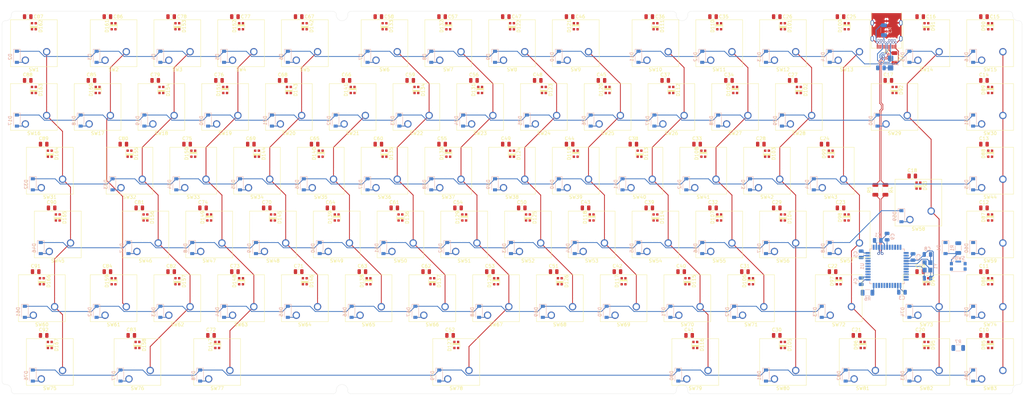
<source format=kicad_pcb>
(kicad_pcb (version 20171130) (host pcbnew 5.1.10)

  (general
    (thickness 1.6)
    (drawings 48)
    (tracks 772)
    (zones 0)
    (modules 362)
    (nets 216)
  )

  (page A3)
  (layers
    (0 F.Cu signal)
    (31 B.Cu signal)
    (32 B.Adhes user)
    (33 F.Adhes user)
    (34 B.Paste user)
    (35 F.Paste user)
    (36 B.SilkS user)
    (37 F.SilkS user)
    (38 B.Mask user)
    (39 F.Mask user)
    (40 Dwgs.User user)
    (41 Cmts.User user)
    (42 Eco1.User user)
    (43 Eco2.User user)
    (44 Edge.Cuts user)
    (45 Margin user)
    (46 B.CrtYd user)
    (47 F.CrtYd user)
    (48 B.Fab user)
    (49 F.Fab user)
  )

  (setup
    (last_trace_width 0.25)
    (trace_clearance 0.2)
    (zone_clearance 0.508)
    (zone_45_only no)
    (trace_min 0.2)
    (via_size 0.8)
    (via_drill 0.4)
    (via_min_size 0.6)
    (via_min_drill 0.3)
    (uvia_size 0.3)
    (uvia_drill 0.1)
    (uvias_allowed no)
    (uvia_min_size 0.2)
    (uvia_min_drill 0.1)
    (edge_width 0.05)
    (segment_width 0.2)
    (pcb_text_width 0.3)
    (pcb_text_size 1.5 1.5)
    (mod_edge_width 0.12)
    (mod_text_size 1 1)
    (mod_text_width 0.15)
    (pad_size 1.7 0.55)
    (pad_drill 0)
    (pad_to_mask_clearance 0.051)
    (solder_mask_min_width 0.25)
    (aux_axis_origin 0 0)
    (visible_elements FFFFF77F)
    (pcbplotparams
      (layerselection 0x010fc_ffffffff)
      (usegerberextensions false)
      (usegerberattributes false)
      (usegerberadvancedattributes false)
      (creategerberjobfile false)
      (excludeedgelayer true)
      (linewidth 0.100000)
      (plotframeref false)
      (viasonmask false)
      (mode 1)
      (useauxorigin false)
      (hpglpennumber 1)
      (hpglpenspeed 20)
      (hpglpendiameter 15.000000)
      (psnegative false)
      (psa4output false)
      (plotreference true)
      (plotvalue true)
      (plotinvisibletext false)
      (padsonsilk false)
      (subtractmaskfromsilk false)
      (outputformat 1)
      (mirror false)
      (drillshape 1)
      (scaleselection 1)
      (outputdirectory ""))
  )

  (net 0 "")
  (net 1 GND)
  (net 2 +5V)
  (net 3 "Net-(C7-Pad1)")
  (net 4 "Net-(C8-Pad2)")
  (net 5 "Net-(C9-Pad1)")
  (net 6 RST)
  (net 7 ROW0)
  (net 8 "Net-(D2-Pad2)")
  (net 9 "Net-(D3-Pad2)")
  (net 10 "Net-(D4-Pad2)")
  (net 11 "Net-(D5-Pad2)")
  (net 12 "Net-(D6-Pad2)")
  (net 13 "Net-(D7-Pad2)")
  (net 14 "Net-(D8-Pad2)")
  (net 15 "Net-(D9-Pad2)")
  (net 16 "Net-(D10-Pad2)")
  (net 17 "Net-(D11-Pad2)")
  (net 18 "Net-(D12-Pad2)")
  (net 19 "Net-(D13-Pad2)")
  (net 20 "Net-(D14-Pad2)")
  (net 21 "Net-(D15-Pad2)")
  (net 22 "Net-(D16-Pad2)")
  (net 23 ROW1)
  (net 24 "Net-(D17-Pad2)")
  (net 25 "Net-(D18-Pad2)")
  (net 26 "Net-(D19-Pad2)")
  (net 27 "Net-(D20-Pad2)")
  (net 28 "Net-(D21-Pad2)")
  (net 29 "Net-(D22-Pad2)")
  (net 30 "Net-(D23-Pad2)")
  (net 31 "Net-(D24-Pad2)")
  (net 32 "Net-(D25-Pad2)")
  (net 33 "Net-(D26-Pad2)")
  (net 34 "Net-(D27-Pad2)")
  (net 35 "Net-(D28-Pad2)")
  (net 36 "Net-(D29-Pad2)")
  (net 37 "Net-(D30-Pad2)")
  (net 38 "Net-(D31-Pad2)")
  (net 39 "Net-(D32-Pad2)")
  (net 40 ROW2)
  (net 41 "Net-(D33-Pad2)")
  (net 42 "Net-(D34-Pad2)")
  (net 43 "Net-(D35-Pad2)")
  (net 44 "Net-(D36-Pad2)")
  (net 45 "Net-(D37-Pad2)")
  (net 46 "Net-(D38-Pad2)")
  (net 47 "Net-(D39-Pad2)")
  (net 48 "Net-(D40-Pad2)")
  (net 49 "Net-(D41-Pad2)")
  (net 50 "Net-(D42-Pad2)")
  (net 51 "Net-(D43-Pad2)")
  (net 52 "Net-(D44-Pad2)")
  (net 53 "Net-(D45-Pad2)")
  (net 54 "Net-(D46-Pad2)")
  (net 55 ROW3)
  (net 56 "Net-(D47-Pad2)")
  (net 57 "Net-(D48-Pad2)")
  (net 58 "Net-(D49-Pad2)")
  (net 59 "Net-(D50-Pad2)")
  (net 60 "Net-(D51-Pad2)")
  (net 61 "Net-(D52-Pad2)")
  (net 62 "Net-(D53-Pad2)")
  (net 63 "Net-(D54-Pad2)")
  (net 64 "Net-(D55-Pad2)")
  (net 65 "Net-(D56-Pad2)")
  (net 66 "Net-(D57-Pad2)")
  (net 67 "Net-(D58-Pad2)")
  (net 68 "Net-(D59-Pad2)")
  (net 69 "Net-(D60-Pad2)")
  (net 70 ROW4)
  (net 71 "Net-(D61-Pad2)")
  (net 72 "Net-(D62-Pad2)")
  (net 73 "Net-(D63-Pad2)")
  (net 74 "Net-(D64-Pad2)")
  (net 75 "Net-(D65-Pad2)")
  (net 76 "Net-(D66-Pad2)")
  (net 77 "Net-(D67-Pad2)")
  (net 78 "Net-(D68-Pad2)")
  (net 79 "Net-(D69-Pad2)")
  (net 80 "Net-(D70-Pad2)")
  (net 81 "Net-(D71-Pad2)")
  (net 82 "Net-(D72-Pad2)")
  (net 83 "Net-(D73-Pad2)")
  (net 84 "Net-(D74-Pad2)")
  (net 85 "Net-(D75-Pad2)")
  (net 86 ROW5)
  (net 87 "Net-(D76-Pad2)")
  (net 88 "Net-(D77-Pad2)")
  (net 89 "Net-(D78-Pad2)")
  (net 90 "Net-(D79-Pad2)")
  (net 91 "Net-(D80-Pad2)")
  (net 92 "Net-(D81-Pad2)")
  (net 93 "Net-(D82-Pad2)")
  (net 94 "Net-(D83-Pad2)")
  (net 95 "Net-(D84-Pad2)")
  (net 96 "Net-(D85-Pad2)")
  (net 97 DIN)
  (net 98 "Net-(D86-Pad2)")
  (net 99 "Net-(D87-Pad2)")
  (net 100 "Net-(D88-Pad2)")
  (net 101 "Net-(D89-Pad2)")
  (net 102 "Net-(D90-Pad2)")
  (net 103 "Net-(D91-Pad2)")
  (net 104 "Net-(D92-Pad2)")
  (net 105 "Net-(D93-Pad2)")
  (net 106 "Net-(D94-Pad2)")
  (net 107 "Net-(D95-Pad2)")
  (net 108 "Net-(D96-Pad2)")
  (net 109 "Net-(D97-Pad2)")
  (net 110 "Net-(D98-Pad2)")
  (net 111 "Net-(D100-Pad4)")
  (net 112 "Net-(D100-Pad2)")
  (net 113 "Net-(D101-Pad2)")
  (net 114 "Net-(D102-Pad2)")
  (net 115 "Net-(D103-Pad2)")
  (net 116 "Net-(D104-Pad2)")
  (net 117 "Net-(D105-Pad2)")
  (net 118 "Net-(D106-Pad2)")
  (net 119 "Net-(D107-Pad2)")
  (net 120 "Net-(D108-Pad2)")
  (net 121 "Net-(D109-Pad2)")
  (net 122 "Net-(D110-Pad2)")
  (net 123 "Net-(D111-Pad2)")
  (net 124 "Net-(D112-Pad2)")
  (net 125 "Net-(D113-Pad2)")
  (net 126 "Net-(D114-Pad2)")
  (net 127 "Net-(D115-Pad2)")
  (net 128 "Net-(D116-Pad2)")
  (net 129 "Net-(D117-Pad2)")
  (net 130 "Net-(D118-Pad2)")
  (net 131 "Net-(D119-Pad2)")
  (net 132 "Net-(D120-Pad2)")
  (net 133 "Net-(D121-Pad2)")
  (net 134 "Net-(D122-Pad2)")
  (net 135 "Net-(D123-Pad2)")
  (net 136 "Net-(D124-Pad2)")
  (net 137 "Net-(D125-Pad2)")
  (net 138 "Net-(D126-Pad2)")
  (net 139 "Net-(D127-Pad2)")
  (net 140 "Net-(D128-Pad2)")
  (net 141 "Net-(D129-Pad2)")
  (net 142 "Net-(D130-Pad2)")
  (net 143 "Net-(D131-Pad2)")
  (net 144 "Net-(D132-Pad2)")
  (net 145 "Net-(D133-Pad2)")
  (net 146 "Net-(D134-Pad2)")
  (net 147 "Net-(D135-Pad2)")
  (net 148 "Net-(D136-Pad2)")
  (net 149 "Net-(D137-Pad2)")
  (net 150 "Net-(D138-Pad2)")
  (net 151 "Net-(D139-Pad2)")
  (net 152 "Net-(D140-Pad2)")
  (net 153 "Net-(D141-Pad2)")
  (net 154 "Net-(D142-Pad2)")
  (net 155 "Net-(D143-Pad2)")
  (net 156 "Net-(D144-Pad2)")
  (net 157 "Net-(D145-Pad2)")
  (net 158 "Net-(D146-Pad2)")
  (net 159 "Net-(D147-Pad2)")
  (net 160 "Net-(D148-Pad2)")
  (net 161 "Net-(D149-Pad2)")
  (net 162 "Net-(D150-Pad2)")
  (net 163 "Net-(D151-Pad2)")
  (net 164 "Net-(D152-Pad2)")
  (net 165 "Net-(D153-Pad2)")
  (net 166 "Net-(D154-Pad2)")
  (net 167 "Net-(D155-Pad2)")
  (net 168 "Net-(D156-Pad2)")
  (net 169 "Net-(D157-Pad2)")
  (net 170 "Net-(D158-Pad2)")
  (net 171 "Net-(D159-Pad2)")
  (net 172 "Net-(D160-Pad2)")
  (net 173 "Net-(D161-Pad2)")
  (net 174 "Net-(D162-Pad2)")
  (net 175 "Net-(D163-Pad2)")
  (net 176 "Net-(D164-Pad2)")
  (net 177 "Net-(D165-Pad2)")
  (net 178 "Net-(D166-Pad2)")
  (net 179 "Net-(D167-Pad2)")
  (net 180 "Net-(F1-Pad2)")
  (net 181 COL02)
  (net 182 COL00)
  (net 183 COL01)
  (net 184 D-)
  (net 185 D+)
  (net 186 "Net-(R6-Pad2)")
  (net 187 COL03)
  (net 188 COL04)
  (net 189 COL06)
  (net 190 COL07)
  (net 191 COL08)
  (net 192 COL09)
  (net 193 COL10)
  (net 194 COL11)
  (net 195 COL12)
  (net 196 COL13)
  (net 197 COL14)
  (net 198 COL15)
  (net 199 COL05)
  (net 200 "Net-(U1-Pad1)")
  (net 201 "Net-(U1-Pad42)")
  (net 202 "Net-(R7-Pad2)")
  (net 203 "Net-(J1-PadB11)")
  (net 204 "Net-(J1-PadB2)")
  (net 205 "Net-(J1-PadB5)")
  (net 206 "Net-(J1-PadB8)")
  (net 207 "Net-(J1-PadB3)")
  (net 208 "Net-(J1-PadB10)")
  (net 209 "Net-(J1-PadA2)")
  (net 210 "Net-(J1-PadA3)")
  (net 211 "Net-(J1-PadA5)")
  (net 212 "Net-(J1-PadA8)")
  (net 213 "Net-(J1-PadA10)")
  (net 214 "Net-(J1-PadA11)")
  (net 215 "Net-(U1-Pad12)")

  (net_class Default "Dies ist die voreingestellte Netzklasse."
    (clearance 0.2)
    (trace_width 0.25)
    (via_dia 0.8)
    (via_drill 0.4)
    (uvia_dia 0.3)
    (uvia_drill 0.1)
    (add_net +5V)
    (add_net COL00)
    (add_net COL01)
    (add_net COL02)
    (add_net COL03)
    (add_net COL04)
    (add_net COL05)
    (add_net COL06)
    (add_net COL07)
    (add_net COL08)
    (add_net COL09)
    (add_net COL10)
    (add_net COL11)
    (add_net COL12)
    (add_net COL13)
    (add_net COL14)
    (add_net COL15)
    (add_net D+)
    (add_net D-)
    (add_net DIN)
    (add_net GND)
    (add_net "Net-(C7-Pad1)")
    (add_net "Net-(C8-Pad2)")
    (add_net "Net-(C9-Pad1)")
    (add_net "Net-(D10-Pad2)")
    (add_net "Net-(D100-Pad2)")
    (add_net "Net-(D100-Pad4)")
    (add_net "Net-(D101-Pad2)")
    (add_net "Net-(D102-Pad2)")
    (add_net "Net-(D103-Pad2)")
    (add_net "Net-(D104-Pad2)")
    (add_net "Net-(D105-Pad2)")
    (add_net "Net-(D106-Pad2)")
    (add_net "Net-(D107-Pad2)")
    (add_net "Net-(D108-Pad2)")
    (add_net "Net-(D109-Pad2)")
    (add_net "Net-(D11-Pad2)")
    (add_net "Net-(D110-Pad2)")
    (add_net "Net-(D111-Pad2)")
    (add_net "Net-(D112-Pad2)")
    (add_net "Net-(D113-Pad2)")
    (add_net "Net-(D114-Pad2)")
    (add_net "Net-(D115-Pad2)")
    (add_net "Net-(D116-Pad2)")
    (add_net "Net-(D117-Pad2)")
    (add_net "Net-(D118-Pad2)")
    (add_net "Net-(D119-Pad2)")
    (add_net "Net-(D12-Pad2)")
    (add_net "Net-(D120-Pad2)")
    (add_net "Net-(D121-Pad2)")
    (add_net "Net-(D122-Pad2)")
    (add_net "Net-(D123-Pad2)")
    (add_net "Net-(D124-Pad2)")
    (add_net "Net-(D125-Pad2)")
    (add_net "Net-(D126-Pad2)")
    (add_net "Net-(D127-Pad2)")
    (add_net "Net-(D128-Pad2)")
    (add_net "Net-(D129-Pad2)")
    (add_net "Net-(D13-Pad2)")
    (add_net "Net-(D130-Pad2)")
    (add_net "Net-(D131-Pad2)")
    (add_net "Net-(D132-Pad2)")
    (add_net "Net-(D133-Pad2)")
    (add_net "Net-(D134-Pad2)")
    (add_net "Net-(D135-Pad2)")
    (add_net "Net-(D136-Pad2)")
    (add_net "Net-(D137-Pad2)")
    (add_net "Net-(D138-Pad2)")
    (add_net "Net-(D139-Pad2)")
    (add_net "Net-(D14-Pad2)")
    (add_net "Net-(D140-Pad2)")
    (add_net "Net-(D141-Pad2)")
    (add_net "Net-(D142-Pad2)")
    (add_net "Net-(D143-Pad2)")
    (add_net "Net-(D144-Pad2)")
    (add_net "Net-(D145-Pad2)")
    (add_net "Net-(D146-Pad2)")
    (add_net "Net-(D147-Pad2)")
    (add_net "Net-(D148-Pad2)")
    (add_net "Net-(D149-Pad2)")
    (add_net "Net-(D15-Pad2)")
    (add_net "Net-(D150-Pad2)")
    (add_net "Net-(D151-Pad2)")
    (add_net "Net-(D152-Pad2)")
    (add_net "Net-(D153-Pad2)")
    (add_net "Net-(D154-Pad2)")
    (add_net "Net-(D155-Pad2)")
    (add_net "Net-(D156-Pad2)")
    (add_net "Net-(D157-Pad2)")
    (add_net "Net-(D158-Pad2)")
    (add_net "Net-(D159-Pad2)")
    (add_net "Net-(D16-Pad2)")
    (add_net "Net-(D160-Pad2)")
    (add_net "Net-(D161-Pad2)")
    (add_net "Net-(D162-Pad2)")
    (add_net "Net-(D163-Pad2)")
    (add_net "Net-(D164-Pad2)")
    (add_net "Net-(D165-Pad2)")
    (add_net "Net-(D166-Pad2)")
    (add_net "Net-(D167-Pad2)")
    (add_net "Net-(D17-Pad2)")
    (add_net "Net-(D18-Pad2)")
    (add_net "Net-(D19-Pad2)")
    (add_net "Net-(D2-Pad2)")
    (add_net "Net-(D20-Pad2)")
    (add_net "Net-(D21-Pad2)")
    (add_net "Net-(D22-Pad2)")
    (add_net "Net-(D23-Pad2)")
    (add_net "Net-(D24-Pad2)")
    (add_net "Net-(D25-Pad2)")
    (add_net "Net-(D26-Pad2)")
    (add_net "Net-(D27-Pad2)")
    (add_net "Net-(D28-Pad2)")
    (add_net "Net-(D29-Pad2)")
    (add_net "Net-(D3-Pad2)")
    (add_net "Net-(D30-Pad2)")
    (add_net "Net-(D31-Pad2)")
    (add_net "Net-(D32-Pad2)")
    (add_net "Net-(D33-Pad2)")
    (add_net "Net-(D34-Pad2)")
    (add_net "Net-(D35-Pad2)")
    (add_net "Net-(D36-Pad2)")
    (add_net "Net-(D37-Pad2)")
    (add_net "Net-(D38-Pad2)")
    (add_net "Net-(D39-Pad2)")
    (add_net "Net-(D4-Pad2)")
    (add_net "Net-(D40-Pad2)")
    (add_net "Net-(D41-Pad2)")
    (add_net "Net-(D42-Pad2)")
    (add_net "Net-(D43-Pad2)")
    (add_net "Net-(D44-Pad2)")
    (add_net "Net-(D45-Pad2)")
    (add_net "Net-(D46-Pad2)")
    (add_net "Net-(D47-Pad2)")
    (add_net "Net-(D48-Pad2)")
    (add_net "Net-(D49-Pad2)")
    (add_net "Net-(D5-Pad2)")
    (add_net "Net-(D50-Pad2)")
    (add_net "Net-(D51-Pad2)")
    (add_net "Net-(D52-Pad2)")
    (add_net "Net-(D53-Pad2)")
    (add_net "Net-(D54-Pad2)")
    (add_net "Net-(D55-Pad2)")
    (add_net "Net-(D56-Pad2)")
    (add_net "Net-(D57-Pad2)")
    (add_net "Net-(D58-Pad2)")
    (add_net "Net-(D59-Pad2)")
    (add_net "Net-(D6-Pad2)")
    (add_net "Net-(D60-Pad2)")
    (add_net "Net-(D61-Pad2)")
    (add_net "Net-(D62-Pad2)")
    (add_net "Net-(D63-Pad2)")
    (add_net "Net-(D64-Pad2)")
    (add_net "Net-(D65-Pad2)")
    (add_net "Net-(D66-Pad2)")
    (add_net "Net-(D67-Pad2)")
    (add_net "Net-(D68-Pad2)")
    (add_net "Net-(D69-Pad2)")
    (add_net "Net-(D7-Pad2)")
    (add_net "Net-(D70-Pad2)")
    (add_net "Net-(D71-Pad2)")
    (add_net "Net-(D72-Pad2)")
    (add_net "Net-(D73-Pad2)")
    (add_net "Net-(D74-Pad2)")
    (add_net "Net-(D75-Pad2)")
    (add_net "Net-(D76-Pad2)")
    (add_net "Net-(D77-Pad2)")
    (add_net "Net-(D78-Pad2)")
    (add_net "Net-(D79-Pad2)")
    (add_net "Net-(D8-Pad2)")
    (add_net "Net-(D80-Pad2)")
    (add_net "Net-(D81-Pad2)")
    (add_net "Net-(D82-Pad2)")
    (add_net "Net-(D83-Pad2)")
    (add_net "Net-(D84-Pad2)")
    (add_net "Net-(D85-Pad2)")
    (add_net "Net-(D86-Pad2)")
    (add_net "Net-(D87-Pad2)")
    (add_net "Net-(D88-Pad2)")
    (add_net "Net-(D89-Pad2)")
    (add_net "Net-(D9-Pad2)")
    (add_net "Net-(D90-Pad2)")
    (add_net "Net-(D91-Pad2)")
    (add_net "Net-(D92-Pad2)")
    (add_net "Net-(D93-Pad2)")
    (add_net "Net-(D94-Pad2)")
    (add_net "Net-(D95-Pad2)")
    (add_net "Net-(D96-Pad2)")
    (add_net "Net-(D97-Pad2)")
    (add_net "Net-(D98-Pad2)")
    (add_net "Net-(F1-Pad2)")
    (add_net "Net-(J1-PadA10)")
    (add_net "Net-(J1-PadA11)")
    (add_net "Net-(J1-PadA2)")
    (add_net "Net-(J1-PadA3)")
    (add_net "Net-(J1-PadA5)")
    (add_net "Net-(J1-PadA8)")
    (add_net "Net-(J1-PadB10)")
    (add_net "Net-(J1-PadB11)")
    (add_net "Net-(J1-PadB2)")
    (add_net "Net-(J1-PadB3)")
    (add_net "Net-(J1-PadB5)")
    (add_net "Net-(J1-PadB8)")
    (add_net "Net-(R6-Pad2)")
    (add_net "Net-(R7-Pad2)")
    (add_net "Net-(U1-Pad1)")
    (add_net "Net-(U1-Pad12)")
    (add_net "Net-(U1-Pad42)")
    (add_net ROW0)
    (add_net ROW1)
    (add_net ROW2)
    (add_net ROW3)
    (add_net ROW4)
    (add_net ROW5)
    (add_net RST)
  )

  (module Button_Switch_Keyboard:SW_Cherry_MX_ISOEnter_PCB (layer F.Cu) (tedit 60E88C41) (tstamp 5F160517)
    (at 309.40375 100.33 180)
    (descr "Cherry MX keyswitch, ISO Enter, PCB mount, http://cherryamericas.com/wp-content/uploads/2014/12/mx_cat.pdf")
    (tags "Cherry MX keyswitch ISO enter PCB")
    (path /5F51BE8C/5F51CE2C)
    (fp_text reference SW58 (at -2.54 -2.794 180) (layer F.SilkS)
      (effects (font (size 1 1) (thickness 0.15)))
    )
    (fp_text value MX1A-G1NA (at -2.286 13.208 180) (layer F.Fab)
      (effects (font (size 1 1) (thickness 0.15)))
    )
    (fp_line (start -8.89 -1.27) (end 3.81 -1.27) (layer F.Fab) (width 0.1))
    (fp_line (start 3.81 -1.27) (end 3.81 11.43) (layer F.Fab) (width 0.1))
    (fp_line (start 3.81 11.43) (end -8.89 11.43) (layer F.Fab) (width 0.1))
    (fp_line (start -8.89 11.43) (end -8.89 -1.27) (layer F.Fab) (width 0.1))
    (fp_line (start -9.14 11.68) (end -9.14 -1.52) (layer F.CrtYd) (width 0.05))
    (fp_line (start 4.06 11.68) (end -9.14 11.68) (layer F.CrtYd) (width 0.05))
    (fp_line (start 4.06 -1.52) (end 4.06 11.68) (layer F.CrtYd) (width 0.05))
    (fp_line (start -9.14 -1.52) (end 4.06 -1.52) (layer F.CrtYd) (width 0.05))
    (fp_line (start 9.36625 -13.97) (end 9.36625 5.08) (layer Dwgs.User) (width 0.15))
    (fp_line (start 14.12875 24.13) (end -14.44625 24.13) (layer Dwgs.User) (width 0.15))
    (fp_line (start -14.44625 24.13) (end -14.44625 -13.97) (layer Dwgs.User) (width 0.15))
    (fp_line (start -14.44625 -13.97) (end 9.36625 -13.97) (layer Dwgs.User) (width 0.15))
    (fp_line (start 14.12875 5.08) (end 14.12875 24.13) (layer Dwgs.User) (width 0.15))
    (fp_line (start 9.36625 5.08) (end 14.12875 5.08) (layer Dwgs.User) (width 0.15))
    (fp_line (start -9.525 -1.905) (end 4.445 -1.905) (layer F.SilkS) (width 0.12))
    (fp_line (start 4.445 -1.905) (end 4.445 12.065) (layer F.SilkS) (width 0.12))
    (fp_line (start 4.445 12.065) (end -9.525 12.065) (layer F.SilkS) (width 0.12))
    (fp_line (start -9.525 12.065) (end -9.525 -1.905) (layer F.SilkS) (width 0.12))
    (fp_text user %R (at -2.54 -2.794 180) (layer F.Fab)
      (effects (font (size 1 1) (thickness 0.15)))
    )
    (pad 1 thru_hole circle (at 0 0 180) (size 2.2 2.2) (drill 1.5) (layers *.Cu *.Mask)
      (net 68 "Net-(D59-Pad2)"))
    (pad 2 thru_hole circle (at -6.35 2.54 180) (size 2.2 2.2) (drill 1.5) (layers *.Cu *.Mask)
      (net 197 COL14))
    (pad "" np_thru_hole circle (at -2.54 5.08 180) (size 4 4) (drill 4) (layers *.Cu *.Mask))
    (pad "" np_thru_hole circle (at -7.62 5.08 180) (size 1.7 1.7) (drill 1.7) (layers *.Cu *.Mask))
    (pad "" np_thru_hole circle (at 2.54 5.08 180) (size 1.7 1.7) (drill 1.7) (layers *.Cu *.Mask))
    (model ${KISYS3DMOD}/Button_Switch_Keyboard.3dshapes/SW_Cherry_MX_ISOEnter_PCB.wrl
      (at (xyz 0 0 0))
      (scale (xyz 1 1 1))
      (rotate (xyz 0 0 0))
    )
  )

  (module Button_Switch_Keyboard:SW_Cherry_MX_2.00u_PCB (layer F.Cu) (tedit 60E88B61) (tstamp 5F16021F)
    (at 302.26 71.755 180)
    (descr "Cherry MX keyswitch, 2.00u, PCB mount, http://cherryamericas.com/wp-content/uploads/2014/12/mx_cat.pdf")
    (tags "Cherry MX keyswitch 2.00u PCB")
    (path /5F51BE8C/5F51CE0E)
    (fp_text reference SW29 (at -2.54 -2.794 180) (layer F.SilkS)
      (effects (font (size 1 1) (thickness 0.15)))
    )
    (fp_text value MX1A-G1NA (at -2.54 12.954 180) (layer F.Fab)
      (effects (font (size 1 1) (thickness 0.15)))
    )
    (fp_line (start -8.89 -1.27) (end 3.81 -1.27) (layer F.Fab) (width 0.1))
    (fp_line (start 3.81 -1.27) (end 3.81 11.43) (layer F.Fab) (width 0.1))
    (fp_line (start 3.81 11.43) (end -8.89 11.43) (layer F.Fab) (width 0.1))
    (fp_line (start -8.89 11.43) (end -8.89 -1.27) (layer F.Fab) (width 0.1))
    (fp_line (start -9.14 11.68) (end -9.14 -1.52) (layer F.CrtYd) (width 0.05))
    (fp_line (start 4.06 11.68) (end -9.14 11.68) (layer F.CrtYd) (width 0.05))
    (fp_line (start 4.06 -1.52) (end 4.06 11.68) (layer F.CrtYd) (width 0.05))
    (fp_line (start -9.14 -1.52) (end 4.06 -1.52) (layer F.CrtYd) (width 0.05))
    (fp_line (start -21.59 -4.445) (end 16.51 -4.445) (layer Dwgs.User) (width 0.15))
    (fp_line (start 16.51 -4.445) (end 16.51 14.605) (layer Dwgs.User) (width 0.15))
    (fp_line (start 16.51 14.605) (end -21.59 14.605) (layer Dwgs.User) (width 0.15))
    (fp_line (start -21.59 14.605) (end -21.59 -4.445) (layer Dwgs.User) (width 0.15))
    (fp_line (start -9.525 -1.905) (end 4.445 -1.905) (layer F.SilkS) (width 0.12))
    (fp_line (start 4.445 -1.905) (end 4.445 12.065) (layer F.SilkS) (width 0.12))
    (fp_line (start 4.445 12.065) (end -9.525 12.065) (layer F.SilkS) (width 0.12))
    (fp_line (start -9.525 12.065) (end -9.525 -1.905) (layer F.SilkS) (width 0.12))
    (fp_text user %R (at -2.54 -2.794 180) (layer F.Fab)
      (effects (font (size 1 1) (thickness 0.15)))
    )
    (pad 1 thru_hole circle (at 0 0 180) (size 2.2 2.2) (drill 1.5) (layers *.Cu *.Mask)
      (net 37 "Net-(D30-Pad2)"))
    (pad 2 thru_hole circle (at -6.35 2.54 180) (size 2.2 2.2) (drill 1.5) (layers *.Cu *.Mask)
      (net 197 COL14))
    (pad "" np_thru_hole circle (at -2.54 5.08 180) (size 4 4) (drill 4) (layers *.Cu *.Mask))
    (pad "" np_thru_hole circle (at -7.62 5.08 180) (size 1.7 1.7) (drill 1.7) (layers *.Cu *.Mask))
    (pad "" np_thru_hole circle (at 2.54 5.08 180) (size 1.7 1.7) (drill 1.7) (layers *.Cu *.Mask))
    (model ${KISYS3DMOD}/Button_Switch_Keyboard.3dshapes/SW_Cherry_MX_2.00u_PCB.wrl
      (at (xyz 0 0 0))
      (scale (xyz 1 1 1))
      (rotate (xyz 0 0 0))
    )
  )

  (module Button_Switch_Keyboard:SW_Cherry_MX_6.25u_PCB (layer F.Cu) (tedit 60E88B4A) (tstamp 5F160723)
    (at 171.29125 147.955 180)
    (descr "Cherry MX keyswitch, 6.25u, PCB mount, http://cherryamericas.com/wp-content/uploads/2014/12/mx_cat.pdf")
    (tags "Cherry MX keyswitch 6.25u PCB")
    (path /5F51BE8C/5F84AEA9)
    (fp_text reference SW78 (at -2.54 -2.794 180) (layer F.SilkS)
      (effects (font (size 1 1) (thickness 0.15)))
    )
    (fp_text value MX1A-G1NA (at -2.54 12.954 180) (layer F.Fab)
      (effects (font (size 1 1) (thickness 0.15)))
    )
    (fp_line (start -8.89 -1.27) (end 3.81 -1.27) (layer F.Fab) (width 0.1))
    (fp_line (start 3.81 -1.27) (end 3.81 11.43) (layer F.Fab) (width 0.1))
    (fp_line (start 3.81 11.43) (end -8.89 11.43) (layer F.Fab) (width 0.1))
    (fp_line (start -8.89 11.43) (end -8.89 -1.27) (layer F.Fab) (width 0.1))
    (fp_line (start -9.14 11.68) (end -9.14 -1.52) (layer F.CrtYd) (width 0.05))
    (fp_line (start 4.06 11.68) (end -9.14 11.68) (layer F.CrtYd) (width 0.05))
    (fp_line (start 4.06 -1.52) (end 4.06 11.68) (layer F.CrtYd) (width 0.05))
    (fp_line (start -9.14 -1.52) (end 4.06 -1.52) (layer F.CrtYd) (width 0.05))
    (fp_line (start -62.07125 -4.445) (end 56.99125 -4.445) (layer Dwgs.User) (width 0.15))
    (fp_line (start 56.99125 -4.445) (end 56.99125 14.605) (layer Dwgs.User) (width 0.15))
    (fp_line (start 56.99125 14.605) (end -62.07125 14.605) (layer Dwgs.User) (width 0.15))
    (fp_line (start -62.07125 14.605) (end -62.07125 -4.445) (layer Dwgs.User) (width 0.15))
    (fp_line (start -9.525 -1.905) (end 4.445 -1.905) (layer F.SilkS) (width 0.12))
    (fp_line (start 4.445 -1.905) (end 4.445 12.065) (layer F.SilkS) (width 0.12))
    (fp_line (start 4.445 12.065) (end -9.525 12.065) (layer F.SilkS) (width 0.12))
    (fp_line (start -9.525 12.065) (end -9.525 -1.905) (layer F.SilkS) (width 0.12))
    (fp_text user %R (at -2.54 -2.794 180) (layer F.Fab)
      (effects (font (size 1 1) (thickness 0.15)))
    )
    (pad 1 thru_hole circle (at 0 0 180) (size 2.2 2.2) (drill 1.5) (layers *.Cu *.Mask)
      (net 90 "Net-(D79-Pad2)"))
    (pad 2 thru_hole circle (at -6.35 2.54 180) (size 2.2 2.2) (drill 1.5) (layers *.Cu *.Mask)
      (net 190 COL07))
    (pad "" np_thru_hole circle (at -2.54 5.08 180) (size 4 4) (drill 4) (layers *.Cu *.Mask))
    (pad "" np_thru_hole circle (at -7.62 5.08 180) (size 1.7 1.7) (drill 1.7) (layers *.Cu *.Mask))
    (pad "" np_thru_hole circle (at 2.54 5.08 180) (size 1.7 1.7) (drill 1.7) (layers *.Cu *.Mask))
    (model ${KISYS3DMOD}/Button_Switch_Keyboard.3dshapes/SW_Cherry_MX_6.25u_PCB.wrl
      (at (xyz 0 0 0))
      (scale (xyz 1 1 1))
      (rotate (xyz 0 0 0))
    )
  )

  (module MountingHole:MountingHole_3.2mm_M3 (layer F.Cu) (tedit 60E8488E) (tstamp 60E8A97D)
    (at 341.8 151.3)
    (descr "Mounting Hole 3.4mm, no annular, M3")
    (tags "mounting hole 3.4mm no annular m3")
    (attr virtual)
    (fp_text reference REF** (at 0 -4.2) (layer F.SilkS) hide
      (effects (font (size 1 1) (thickness 0.15)))
    )
    (fp_text value MountingHole_3.4mm_M3 (at 0 4.2) (layer F.Fab) hide
      (effects (font (size 1 1) (thickness 0.15)))
    )
    (pad "" smd circle (at 0 0) (size 3.4 3.4) (layers *.Paste))
  )

  (module MountingHole:MountingHole_3.2mm_M3 (layer F.Cu) (tedit 60E8488E) (tstamp 60E8A94A)
    (at 341.8 39.2)
    (descr "Mounting Hole 3.4mm, no annular, M3")
    (tags "mounting hole 3.4mm no annular m3")
    (attr virtual)
    (fp_text reference REF** (at 0 -4.2) (layer F.SilkS) hide
      (effects (font (size 1 1) (thickness 0.15)))
    )
    (fp_text value MountingHole_3.4mm_M3 (at 0 4.2) (layer F.Fab) hide
      (effects (font (size 1 1) (thickness 0.15)))
    )
    (pad "" smd circle (at 0 0) (size 3.4 3.4) (layers *.Paste))
  )

  (module MountingHole:MountingHole_3.2mm_M3 (layer F.Cu) (tedit 60E8488E) (tstamp 60E8A92F)
    (at 39.2 151.3)
    (descr "Mounting Hole 3.4mm, no annular, M3")
    (tags "mounting hole 3.4mm no annular m3")
    (attr virtual)
    (fp_text reference REF** (at 0 -4.2) (layer F.SilkS) hide
      (effects (font (size 1 1) (thickness 0.15)))
    )
    (fp_text value MountingHole_3.4mm_M3 (at 0 4.2) (layer F.Fab) hide
      (effects (font (size 1 1) (thickness 0.15)))
    )
    (pad "" smd circle (at 0 0) (size 3.4 3.4) (layers *.Paste))
  )

  (module MountingHole:MountingHole_3.2mm_M3 (layer F.Cu) (tedit 60E8488E) (tstamp 60E8A8F8)
    (at 39.2 39.2)
    (descr "Mounting Hole 3.4mm, no annular, M3")
    (tags "mounting hole 3.4mm no annular m3")
    (attr virtual)
    (fp_text reference REF** (at 0 -4.2) (layer F.SilkS) hide
      (effects (font (size 1 1) (thickness 0.15)))
    )
    (fp_text value MountingHole_3.4mm_M3 (at 0 4.2) (layer F.Fab) hide
      (effects (font (size 1 1) (thickness 0.15)))
    )
    (pad "" smd circle (at 0 0) (size 3.4 3.4) (layers *.Paste))
  )

  (module MountingHole:MountingHole_3.2mm_M3 (layer F.Cu) (tedit 60E8488E) (tstamp 60E8A1A1)
    (at 241.3 151.3)
    (descr "Mounting Hole 3.4mm, no annular, M3")
    (tags "mounting hole 3.4mm no annular m3")
    (attr virtual)
    (fp_text reference REF** (at 0 -4.2) (layer F.SilkS) hide
      (effects (font (size 1 1) (thickness 0.15)))
    )
    (fp_text value MountingHole_3.4mm_M3 (at 0 4.2) (layer F.Fab) hide
      (effects (font (size 1 1) (thickness 0.15)))
    )
    (pad "" smd circle (at 0 0) (size 3.4 3.4) (layers *.Paste))
  )

  (module MountingHole:MountingHole_3.2mm_M3 (layer F.Cu) (tedit 60E8488E) (tstamp 60E8A18C)
    (at 139.7 151.3)
    (descr "Mounting Hole 3.4mm, no annular, M3")
    (tags "mounting hole 3.4mm no annular m3")
    (attr virtual)
    (fp_text reference REF** (at 0 -4.2) (layer F.SilkS) hide
      (effects (font (size 1 1) (thickness 0.15)))
    )
    (fp_text value MountingHole_3.4mm_M3 (at 0 4.2) (layer F.Fab) hide
      (effects (font (size 1 1) (thickness 0.15)))
    )
    (pad "" smd circle (at 0 0) (size 3.4 3.4) (layers *.Paste))
  )

  (module MountingHole:MountingHole_3.2mm_M3 (layer F.Cu) (tedit 60E8488E) (tstamp 60E8A17F)
    (at 241.3 39.2)
    (descr "Mounting Hole 3.4mm, no annular, M3")
    (tags "mounting hole 3.4mm no annular m3")
    (attr virtual)
    (fp_text reference REF** (at 0 -4.2) (layer F.SilkS) hide
      (effects (font (size 1 1) (thickness 0.15)))
    )
    (fp_text value MountingHole_3.4mm_M3 (at 0 4.2) (layer F.Fab) hide
      (effects (font (size 1 1) (thickness 0.15)))
    )
    (pad "" smd circle (at 0 0) (size 3.4 3.4) (layers *.Paste))
  )

  (module MountingHole:MountingHole_3.2mm_M3 (layer F.Cu) (tedit 60E8488E) (tstamp 60E89FD7)
    (at 139.7 39.2)
    (descr "Mounting Hole 3.4mm, no annular, M3")
    (tags "mounting hole 3.4mm no annular m3")
    (attr virtual)
    (fp_text reference REF** (at 0 -4.2) (layer F.SilkS) hide
      (effects (font (size 1 1) (thickness 0.15)))
    )
    (fp_text value MountingHole_3.4mm_M3 (at 0 4.2) (layer F.Fab) hide
      (effects (font (size 1 1) (thickness 0.15)))
    )
    (pad "" smd circle (at 0 0) (size 3.4 3.4) (layers *.Paste))
  )

  (module Crystal:Crystal_SMD_3225-4Pin_3.2x2.5mm (layer B.Cu) (tedit 5A0FD1B2) (tstamp 60EED0B1)
    (at 314.6425 114.3 90)
    (descr "SMD Crystal SERIES SMD3225/4 http://www.txccrystal.com/images/pdf/7m-accuracy.pdf, 3.2x2.5mm^2 package")
    (tags "SMD SMT crystal")
    (path /5F294622)
    (attr smd)
    (fp_text reference Y1 (at 0 2.45 90) (layer B.SilkS)
      (effects (font (size 1 1) (thickness 0.15)) (justify mirror))
    )
    (fp_text value 16MHz (at 0 -2.45 90) (layer B.Fab)
      (effects (font (size 1 1) (thickness 0.15)) (justify mirror))
    )
    (fp_line (start 2.1 1.7) (end -2.1 1.7) (layer B.CrtYd) (width 0.05))
    (fp_line (start 2.1 -1.7) (end 2.1 1.7) (layer B.CrtYd) (width 0.05))
    (fp_line (start -2.1 -1.7) (end 2.1 -1.7) (layer B.CrtYd) (width 0.05))
    (fp_line (start -2.1 1.7) (end -2.1 -1.7) (layer B.CrtYd) (width 0.05))
    (fp_line (start -2 -1.65) (end 2 -1.65) (layer B.SilkS) (width 0.12))
    (fp_line (start -2 1.65) (end -2 -1.65) (layer B.SilkS) (width 0.12))
    (fp_line (start -1.6 -0.25) (end -0.6 -1.25) (layer B.Fab) (width 0.1))
    (fp_line (start 1.6 1.25) (end -1.6 1.25) (layer B.Fab) (width 0.1))
    (fp_line (start 1.6 -1.25) (end 1.6 1.25) (layer B.Fab) (width 0.1))
    (fp_line (start -1.6 -1.25) (end 1.6 -1.25) (layer B.Fab) (width 0.1))
    (fp_line (start -1.6 1.25) (end -1.6 -1.25) (layer B.Fab) (width 0.1))
    (fp_text user %R (at 0 0 90) (layer B.Fab)
      (effects (font (size 0.7 0.7) (thickness 0.105)) (justify mirror))
    )
    (pad 1 smd rect (at -1.1 -0.85 90) (size 1.4 1.2) (layers B.Cu B.Paste B.Mask)
      (net 3 "Net-(C7-Pad1)"))
    (pad 2 smd rect (at 1.1 -0.85 90) (size 1.4 1.2) (layers B.Cu B.Paste B.Mask)
      (net 1 GND))
    (pad 3 smd rect (at 1.1 0.85 90) (size 1.4 1.2) (layers B.Cu B.Paste B.Mask)
      (net 4 "Net-(C8-Pad2)"))
    (pad 4 smd rect (at -1.1 0.85 90) (size 1.4 1.2) (layers B.Cu B.Paste B.Mask)
      (net 1 GND))
    (model ${KISYS3DMOD}/Crystal.3dshapes/Crystal_SMD_3225-4Pin_3.2x2.5mm.wrl
      (at (xyz 0 0 0))
      (scale (xyz 1 1 1))
      (rotate (xyz 0 0 0))
    )
  )

  (module Button_Switch_SMD:SW_Push_1P1T-SH_NO_CK_KMR2xxG (layer B.Cu) (tedit 60F04E96) (tstamp 60EE10F7)
    (at 323.85 114.3 180)
    (descr "CK components KMR2 tactile switch with ground pin http://www.ckswitches.com/media/1479/kmr2.pdf")
    (tags "tactile switch kmr2")
    (path /60FEE33A)
    (attr smd)
    (fp_text reference SW84 (at 0 2.45) (layer B.SilkS)
      (effects (font (size 1 1) (thickness 0.15)) (justify mirror))
    )
    (fp_text value SW_Push (at 0 -2.55) (layer B.Fab)
      (effects (font (size 1 1) (thickness 0.15)) (justify mirror))
    )
    (fp_line (start -1.15 1.55) (end -2.2 1.55) (layer B.SilkS) (width 0.12))
    (fp_line (start -2.1 1.4) (end 2.1 1.4) (layer B.Fab) (width 0.1))
    (fp_line (start 2.1 1.4) (end 2.1 -1.4) (layer B.Fab) (width 0.1))
    (fp_line (start 2.1 -1.4) (end -2.1 -1.4) (layer B.Fab) (width 0.1))
    (fp_line (start -2.1 -1.4) (end -2.1 1.4) (layer B.Fab) (width 0.1))
    (fp_line (start 2.2 -0.05) (end 2.2 0.05) (layer B.SilkS) (width 0.12))
    (fp_line (start -2.8 1.8) (end 2.8 1.8) (layer B.CrtYd) (width 0.05))
    (fp_line (start 2.8 1.8) (end 2.8 -1.8) (layer B.CrtYd) (width 0.05))
    (fp_line (start 2.8 -1.8) (end -2.8 -1.8) (layer B.CrtYd) (width 0.05))
    (fp_line (start -2.8 -1.8) (end -2.8 1.8) (layer B.CrtYd) (width 0.05))
    (fp_circle (center 0 0) (end 0 -0.8) (layer B.Fab) (width 0.1))
    (fp_line (start -2.2 -1.55) (end 2.2 -1.55) (layer B.SilkS) (width 0.12))
    (fp_line (start 2.2 1.55) (end 1.15 1.55) (layer B.SilkS) (width 0.12))
    (fp_line (start -2.2 -0.05) (end -2.2 0.05) (layer B.SilkS) (width 0.12))
    (fp_text user %R (at 0 2.45) (layer B.Fab)
      (effects (font (size 1 1) (thickness 0.15)) (justify mirror))
    )
    (pad 2 smd rect (at 2.05 -0.8 180) (size 0.9 1) (layers B.Cu B.Paste B.Mask)
      (net 1 GND))
    (pad 1 smd rect (at 2.05 0.8 180) (size 0.9 1) (layers B.Cu B.Paste B.Mask)
      (net 6 RST))
    (pad 2 smd rect (at -2.05 -0.8 180) (size 0.9 1) (layers B.Cu B.Paste B.Mask)
      (net 1 GND))
    (pad 1 smd rect (at -2.05 0.8 180) (size 0.9 1) (layers B.Cu B.Paste B.Mask)
      (net 6 RST))
    (pad SH smd rect (at 0 1.425 180) (size 1.7 0.55) (layers B.Cu B.Paste B.Mask)
      (net 1 GND))
    (model ${KISYS3DMOD}/Button_Switch_SMD.3dshapes/SW_Push_1P1T-SH_NO_CK_KMR2xxG.wrl
      (at (xyz 0 0 0))
      (scale (xyz 1 1 1))
      (rotate (xyz 0 0 0))
    )
  )

  (module Resistor_SMD:R_1206_3216Metric (layer B.Cu) (tedit 5F68FEEE) (tstamp 5F26397F)
    (at 323.85 138.684 180)
    (descr "Resistor SMD 1206 (3216 Metric), square (rectangular) end terminal, IPC_7351 nominal, (Body size source: IPC-SM-782 page 72, https://www.pcb-3d.com/wordpress/wp-content/uploads/ipc-sm-782a_amendment_1_and_2.pdf), generated with kicad-footprint-generator")
    (tags resistor)
    (path /5F259898)
    (attr smd)
    (fp_text reference R7 (at 0 1.82) (layer B.SilkS)
      (effects (font (size 1 1) (thickness 0.15)) (justify mirror))
    )
    (fp_text value 470 (at 0 -1.82) (layer B.Fab)
      (effects (font (size 1 1) (thickness 0.15)) (justify mirror))
    )
    (fp_line (start -1.6 -0.8) (end -1.6 0.8) (layer B.Fab) (width 0.1))
    (fp_line (start -1.6 0.8) (end 1.6 0.8) (layer B.Fab) (width 0.1))
    (fp_line (start 1.6 0.8) (end 1.6 -0.8) (layer B.Fab) (width 0.1))
    (fp_line (start 1.6 -0.8) (end -1.6 -0.8) (layer B.Fab) (width 0.1))
    (fp_line (start -0.727064 0.91) (end 0.727064 0.91) (layer B.SilkS) (width 0.12))
    (fp_line (start -0.727064 -0.91) (end 0.727064 -0.91) (layer B.SilkS) (width 0.12))
    (fp_line (start -2.28 -1.12) (end -2.28 1.12) (layer B.CrtYd) (width 0.05))
    (fp_line (start -2.28 1.12) (end 2.28 1.12) (layer B.CrtYd) (width 0.05))
    (fp_line (start 2.28 1.12) (end 2.28 -1.12) (layer B.CrtYd) (width 0.05))
    (fp_line (start 2.28 -1.12) (end -2.28 -1.12) (layer B.CrtYd) (width 0.05))
    (fp_text user %R (at 0 0) (layer B.Fab)
      (effects (font (size 0.8 0.8) (thickness 0.12)) (justify mirror))
    )
    (pad 2 smd roundrect (at 1.4625 0 180) (size 1.125 1.75) (layers B.Cu B.Paste B.Mask) (roundrect_rratio 0.222222)
      (net 202 "Net-(R7-Pad2)"))
    (pad 1 smd roundrect (at -1.4625 0 180) (size 1.125 1.75) (layers B.Cu B.Paste B.Mask) (roundrect_rratio 0.222222)
      (net 97 DIN))
    (model ${KISYS3DMOD}/Resistor_SMD.3dshapes/R_1206_3216Metric.wrl
      (at (xyz 0 0 0))
      (scale (xyz 1 1 1))
      (rotate (xyz 0 0 0))
    )
  )

  (module Resistor_SMD:R_1206_3216Metric (layer B.Cu) (tedit 5F68FEEE) (tstamp 60EDADF2)
    (at 296.7355 122.174)
    (descr "Resistor SMD 1206 (3216 Metric), square (rectangular) end terminal, IPC_7351 nominal, (Body size source: IPC-SM-782 page 72, https://www.pcb-3d.com/wordpress/wp-content/uploads/ipc-sm-782a_amendment_1_and_2.pdf), generated with kicad-footprint-generator")
    (tags resistor)
    (path /5F0D539D)
    (attr smd)
    (fp_text reference R6 (at 0 1.82) (layer B.SilkS)
      (effects (font (size 1 1) (thickness 0.15)) (justify mirror))
    )
    (fp_text value 10k (at 0 -1.82) (layer B.Fab)
      (effects (font (size 1 1) (thickness 0.15)) (justify mirror))
    )
    (fp_line (start -1.6 -0.8) (end -1.6 0.8) (layer B.Fab) (width 0.1))
    (fp_line (start -1.6 0.8) (end 1.6 0.8) (layer B.Fab) (width 0.1))
    (fp_line (start 1.6 0.8) (end 1.6 -0.8) (layer B.Fab) (width 0.1))
    (fp_line (start 1.6 -0.8) (end -1.6 -0.8) (layer B.Fab) (width 0.1))
    (fp_line (start -0.727064 0.91) (end 0.727064 0.91) (layer B.SilkS) (width 0.12))
    (fp_line (start -0.727064 -0.91) (end 0.727064 -0.91) (layer B.SilkS) (width 0.12))
    (fp_line (start -2.28 -1.12) (end -2.28 1.12) (layer B.CrtYd) (width 0.05))
    (fp_line (start -2.28 1.12) (end 2.28 1.12) (layer B.CrtYd) (width 0.05))
    (fp_line (start 2.28 1.12) (end 2.28 -1.12) (layer B.CrtYd) (width 0.05))
    (fp_line (start 2.28 -1.12) (end -2.28 -1.12) (layer B.CrtYd) (width 0.05))
    (fp_text user %R (at 0 0) (layer B.Fab)
      (effects (font (size 0.8 0.8) (thickness 0.12)) (justify mirror))
    )
    (pad 2 smd roundrect (at 1.4625 0) (size 1.125 1.75) (layers B.Cu B.Paste B.Mask) (roundrect_rratio 0.222222)
      (net 186 "Net-(R6-Pad2)"))
    (pad 1 smd roundrect (at -1.4625 0) (size 1.125 1.75) (layers B.Cu B.Paste B.Mask) (roundrect_rratio 0.222222)
      (net 1 GND))
    (model ${KISYS3DMOD}/Resistor_SMD.3dshapes/R_1206_3216Metric.wrl
      (at (xyz 0 0 0))
      (scale (xyz 1 1 1))
      (rotate (xyz 0 0 0))
    )
  )

  (module Resistor_SMD:R_1206_3216Metric (layer F.Cu) (tedit 5F68FEEE) (tstamp 60F1EA6B)
    (at 299.0775 91.44 90)
    (descr "Resistor SMD 1206 (3216 Metric), square (rectangular) end terminal, IPC_7351 nominal, (Body size source: IPC-SM-782 page 72, https://www.pcb-3d.com/wordpress/wp-content/uploads/ipc-sm-782a_amendment_1_and_2.pdf), generated with kicad-footprint-generator")
    (tags resistor)
    (path /5F0B5901)
    (attr smd)
    (fp_text reference R5 (at 0 -1.82 90) (layer F.SilkS)
      (effects (font (size 1 1) (thickness 0.15)))
    )
    (fp_text value 22 (at 0 2 90) (layer F.Fab)
      (effects (font (size 1 1) (thickness 0.15)))
    )
    (fp_line (start -1.6 0.8) (end -1.6 -0.8) (layer F.Fab) (width 0.1))
    (fp_line (start -1.6 -0.8) (end 1.6 -0.8) (layer F.Fab) (width 0.1))
    (fp_line (start 1.6 -0.8) (end 1.6 0.8) (layer F.Fab) (width 0.1))
    (fp_line (start 1.6 0.8) (end -1.6 0.8) (layer F.Fab) (width 0.1))
    (fp_line (start -0.727064 -0.91) (end 0.727064 -0.91) (layer F.SilkS) (width 0.12))
    (fp_line (start -0.727064 0.91) (end 0.727064 0.91) (layer F.SilkS) (width 0.12))
    (fp_line (start -2.28 1.12) (end -2.28 -1.12) (layer F.CrtYd) (width 0.05))
    (fp_line (start -2.28 -1.12) (end 2.28 -1.12) (layer F.CrtYd) (width 0.05))
    (fp_line (start 2.28 -1.12) (end 2.28 1.12) (layer F.CrtYd) (width 0.05))
    (fp_line (start 2.28 1.12) (end -2.28 1.12) (layer F.CrtYd) (width 0.05))
    (fp_text user %R (at 0 0 90) (layer F.Fab)
      (effects (font (size 0.8 0.8) (thickness 0.12)))
    )
    (pad 2 smd roundrect (at 1.4625 0 90) (size 1.125 1.75) (layers F.Cu F.Paste F.Mask) (roundrect_rratio 0.222222)
      (net 184 D-))
    (pad 1 smd roundrect (at -1.4625 0 90) (size 1.125 1.75) (layers F.Cu F.Paste F.Mask) (roundrect_rratio 0.222222)
      (net 184 D-))
    (model ${KISYS3DMOD}/Resistor_SMD.3dshapes/R_1206_3216Metric.wrl
      (at (xyz 0 0 0))
      (scale (xyz 1 1 1))
      (rotate (xyz 0 0 0))
    )
  )

  (module Resistor_SMD:R_1206_3216Metric (layer F.Cu) (tedit 5F68FEEE) (tstamp 60F1EB93)
    (at 302.0775 91.44 270)
    (descr "Resistor SMD 1206 (3216 Metric), square (rectangular) end terminal, IPC_7351 nominal, (Body size source: IPC-SM-782 page 72, https://www.pcb-3d.com/wordpress/wp-content/uploads/ipc-sm-782a_amendment_1_and_2.pdf), generated with kicad-footprint-generator")
    (tags resistor)
    (path /5F0AD349)
    (attr smd)
    (fp_text reference R4 (at 0 -1.82 90) (layer F.SilkS)
      (effects (font (size 1 1) (thickness 0.15)))
    )
    (fp_text value 22 (at 0 1.82 90) (layer F.Fab)
      (effects (font (size 1 1) (thickness 0.15)))
    )
    (fp_line (start -1.6 0.8) (end -1.6 -0.8) (layer F.Fab) (width 0.1))
    (fp_line (start -1.6 -0.8) (end 1.6 -0.8) (layer F.Fab) (width 0.1))
    (fp_line (start 1.6 -0.8) (end 1.6 0.8) (layer F.Fab) (width 0.1))
    (fp_line (start 1.6 0.8) (end -1.6 0.8) (layer F.Fab) (width 0.1))
    (fp_line (start -0.727064 -0.91) (end 0.727064 -0.91) (layer F.SilkS) (width 0.12))
    (fp_line (start -0.727064 0.91) (end 0.727064 0.91) (layer F.SilkS) (width 0.12))
    (fp_line (start -2.28 1.12) (end -2.28 -1.12) (layer F.CrtYd) (width 0.05))
    (fp_line (start -2.28 -1.12) (end 2.28 -1.12) (layer F.CrtYd) (width 0.05))
    (fp_line (start 2.28 -1.12) (end 2.28 1.12) (layer F.CrtYd) (width 0.05))
    (fp_line (start 2.28 1.12) (end -2.28 1.12) (layer F.CrtYd) (width 0.05))
    (fp_text user %R (at 0 0 90) (layer F.Fab)
      (effects (font (size 0.8 0.8) (thickness 0.12)))
    )
    (pad 2 smd roundrect (at 1.4625 0 270) (size 1.125 1.75) (layers F.Cu F.Paste F.Mask) (roundrect_rratio 0.222222)
      (net 185 D+))
    (pad 1 smd roundrect (at -1.4625 0 270) (size 1.125 1.75) (layers F.Cu F.Paste F.Mask) (roundrect_rratio 0.222222)
      (net 185 D+))
    (model ${KISYS3DMOD}/Resistor_SMD.3dshapes/R_1206_3216Metric.wrl
      (at (xyz 0 0 0))
      (scale (xyz 1 1 1))
      (rotate (xyz 0 0 0))
    )
  )

  (module Resistor_SMD:R_1206_3216Metric (layer B.Cu) (tedit 5F68FEEE) (tstamp 5F164238)
    (at 301.625 43.7245 90)
    (descr "Resistor SMD 1206 (3216 Metric), square (rectangular) end terminal, IPC_7351 nominal, (Body size source: IPC-SM-782 page 72, https://www.pcb-3d.com/wordpress/wp-content/uploads/ipc-sm-782a_amendment_1_and_2.pdf), generated with kicad-footprint-generator")
    (tags resistor)
    (path /5F030D08)
    (attr smd)
    (fp_text reference R3 (at 0 1.82 90) (layer B.SilkS)
      (effects (font (size 1 1) (thickness 0.15)) (justify mirror))
    )
    (fp_text value 5.1k (at 0 -1.82 90) (layer B.Fab)
      (effects (font (size 1 1) (thickness 0.15)) (justify mirror))
    )
    (fp_line (start -1.6 -0.8) (end -1.6 0.8) (layer B.Fab) (width 0.1))
    (fp_line (start -1.6 0.8) (end 1.6 0.8) (layer B.Fab) (width 0.1))
    (fp_line (start 1.6 0.8) (end 1.6 -0.8) (layer B.Fab) (width 0.1))
    (fp_line (start 1.6 -0.8) (end -1.6 -0.8) (layer B.Fab) (width 0.1))
    (fp_line (start -0.727064 0.91) (end 0.727064 0.91) (layer B.SilkS) (width 0.12))
    (fp_line (start -0.727064 -0.91) (end 0.727064 -0.91) (layer B.SilkS) (width 0.12))
    (fp_line (start -2.28 -1.12) (end -2.28 1.12) (layer B.CrtYd) (width 0.05))
    (fp_line (start -2.28 1.12) (end 2.28 1.12) (layer B.CrtYd) (width 0.05))
    (fp_line (start 2.28 1.12) (end 2.28 -1.12) (layer B.CrtYd) (width 0.05))
    (fp_line (start 2.28 -1.12) (end -2.28 -1.12) (layer B.CrtYd) (width 0.05))
    (fp_text user %R (at 0 0 90) (layer B.Fab)
      (effects (font (size 0.8 0.8) (thickness 0.12)) (justify mirror))
    )
    (pad 2 smd roundrect (at 1.4625 0 90) (size 1.125 1.75) (layers B.Cu B.Paste B.Mask) (roundrect_rratio 0.222222)
      (net 1 GND))
    (pad 1 smd roundrect (at -1.4625 0 90) (size 1.125 1.75) (layers B.Cu B.Paste B.Mask) (roundrect_rratio 0.222222)
      (net 205 "Net-(J1-PadB5)"))
    (model ${KISYS3DMOD}/Resistor_SMD.3dshapes/R_1206_3216Metric.wrl
      (at (xyz 0 0 0))
      (scale (xyz 1 1 1))
      (rotate (xyz 0 0 0))
    )
  )

  (module Resistor_SMD:R_1206_3216Metric (layer F.Cu) (tedit 5F68FEEE) (tstamp 60EBA96A)
    (at 304.8 52.0335 270)
    (descr "Resistor SMD 1206 (3216 Metric), square (rectangular) end terminal, IPC_7351 nominal, (Body size source: IPC-SM-782 page 72, https://www.pcb-3d.com/wordpress/wp-content/uploads/ipc-sm-782a_amendment_1_and_2.pdf), generated with kicad-footprint-generator")
    (tags resistor)
    (path /5F02FDA7)
    (attr smd)
    (fp_text reference R2 (at 0 -1.82 90) (layer F.SilkS)
      (effects (font (size 1 1) (thickness 0.15)))
    )
    (fp_text value 5.1k (at 0 1.82 90) (layer F.Fab)
      (effects (font (size 1 1) (thickness 0.15)))
    )
    (fp_line (start -1.6 0.8) (end -1.6 -0.8) (layer F.Fab) (width 0.1))
    (fp_line (start -1.6 -0.8) (end 1.6 -0.8) (layer F.Fab) (width 0.1))
    (fp_line (start 1.6 -0.8) (end 1.6 0.8) (layer F.Fab) (width 0.1))
    (fp_line (start 1.6 0.8) (end -1.6 0.8) (layer F.Fab) (width 0.1))
    (fp_line (start -0.727064 -0.91) (end 0.727064 -0.91) (layer F.SilkS) (width 0.12))
    (fp_line (start -0.727064 0.91) (end 0.727064 0.91) (layer F.SilkS) (width 0.12))
    (fp_line (start -2.28 1.12) (end -2.28 -1.12) (layer F.CrtYd) (width 0.05))
    (fp_line (start -2.28 -1.12) (end 2.28 -1.12) (layer F.CrtYd) (width 0.05))
    (fp_line (start 2.28 -1.12) (end 2.28 1.12) (layer F.CrtYd) (width 0.05))
    (fp_line (start 2.28 1.12) (end -2.28 1.12) (layer F.CrtYd) (width 0.05))
    (fp_text user %R (at 0 0 90) (layer F.Fab)
      (effects (font (size 0.8 0.8) (thickness 0.12)))
    )
    (pad 2 smd roundrect (at 1.4625 0 270) (size 1.125 1.75) (layers F.Cu F.Paste F.Mask) (roundrect_rratio 0.222222)
      (net 1 GND))
    (pad 1 smd roundrect (at -1.4625 0 270) (size 1.125 1.75) (layers F.Cu F.Paste F.Mask) (roundrect_rratio 0.222222)
      (net 211 "Net-(J1-PadA5)"))
    (model ${KISYS3DMOD}/Resistor_SMD.3dshapes/R_1206_3216Metric.wrl
      (at (xyz 0 0 0))
      (scale (xyz 1 1 1))
      (rotate (xyz 0 0 0))
    )
  )

  (module Resistor_SMD:R_1206_3216Metric (layer B.Cu) (tedit 5F68FEEE) (tstamp 60F15FCE)
    (at 323.85 108.839 270)
    (descr "Resistor SMD 1206 (3216 Metric), square (rectangular) end terminal, IPC_7351 nominal, (Body size source: IPC-SM-782 page 72, https://www.pcb-3d.com/wordpress/wp-content/uploads/ipc-sm-782a_amendment_1_and_2.pdf), generated with kicad-footprint-generator")
    (tags resistor)
    (path /5F058934)
    (attr smd)
    (fp_text reference R1 (at 0 1.82 90) (layer B.SilkS)
      (effects (font (size 1 1) (thickness 0.15)) (justify mirror))
    )
    (fp_text value 10k (at 0 -1.82 90) (layer B.Fab)
      (effects (font (size 1 1) (thickness 0.15)) (justify mirror))
    )
    (fp_line (start 2.28 -1.12) (end -2.28 -1.12) (layer B.CrtYd) (width 0.05))
    (fp_line (start 2.28 1.12) (end 2.28 -1.12) (layer B.CrtYd) (width 0.05))
    (fp_line (start -2.28 1.12) (end 2.28 1.12) (layer B.CrtYd) (width 0.05))
    (fp_line (start -2.28 -1.12) (end -2.28 1.12) (layer B.CrtYd) (width 0.05))
    (fp_line (start -0.727064 -0.91) (end 0.727064 -0.91) (layer B.SilkS) (width 0.12))
    (fp_line (start -0.727064 0.91) (end 0.727064 0.91) (layer B.SilkS) (width 0.12))
    (fp_line (start 1.6 -0.8) (end -1.6 -0.8) (layer B.Fab) (width 0.1))
    (fp_line (start 1.6 0.8) (end 1.6 -0.8) (layer B.Fab) (width 0.1))
    (fp_line (start -1.6 0.8) (end 1.6 0.8) (layer B.Fab) (width 0.1))
    (fp_line (start -1.6 -0.8) (end -1.6 0.8) (layer B.Fab) (width 0.1))
    (fp_text user %R (at 0 0 90) (layer B.Fab)
      (effects (font (size 0.8 0.8) (thickness 0.12)) (justify mirror))
    )
    (pad 1 smd roundrect (at -1.4625 0 270) (size 1.125 1.75) (layers B.Cu B.Paste B.Mask) (roundrect_rratio 0.222222)
      (net 2 +5V))
    (pad 2 smd roundrect (at 1.4625 0 270) (size 1.125 1.75) (layers B.Cu B.Paste B.Mask) (roundrect_rratio 0.222222)
      (net 6 RST))
    (model ${KISYS3DMOD}/Resistor_SMD.3dshapes/R_1206_3216Metric.wrl
      (at (xyz 0 0 0))
      (scale (xyz 1 1 1))
      (rotate (xyz 0 0 0))
    )
  )

  (module kezboard-pcb:USB_C_Receptacle_Stewart_SS-52400-003 (layer F.Cu) (tedit 5F26DA6C) (tstamp 5F25978F)
    (at 302.41875 38.1 180)
    (descr https://belfuse.com/resources/drawings/stewartconnector/dr-stw-ss-52400-003.pdf)
    (path /5EFFEB48)
    (fp_text reference J1 (at 0 -11.9) (layer F.SilkS)
      (effects (font (size 1 1) (thickness 0.15)))
    )
    (fp_text value USB_C_Receptacle (at 0 2.54) (layer F.Fab)
      (effects (font (size 1 1) (thickness 0.15)))
    )
    (fp_line (start 4.49 -4.35) (end 4.49 -7.35) (layer F.SilkS) (width 0.12))
    (fp_line (start -4.49 -7.35) (end -4.49 -4.35) (layer F.SilkS) (width 0.12))
    (fp_line (start 4.49 -11) (end 3 -11) (layer F.SilkS) (width 0.12))
    (fp_line (start -4.49 -11) (end -4.49 -9) (layer F.SilkS) (width 0.12))
    (fp_line (start -3 -11) (end -4.49 -11) (layer F.SilkS) (width 0.12))
    (fp_line (start -5.08 -11.43) (end -5.08 1.27) (layer F.CrtYd) (width 0.05))
    (fp_line (start 5.08 1.27) (end 5.08 -11.43) (layer F.CrtYd) (width 0.05))
    (fp_line (start -4.37 0.95) (end 4.37 0.95) (layer F.Fab) (width 0.1))
    (fp_line (start -4.37 -10.88) (end -4.37 0.95) (layer F.Fab) (width 0.1))
    (fp_line (start 4.37 -10.88) (end -4.37 -10.88) (layer F.Fab) (width 0.1))
    (fp_line (start 4.37 0.95) (end 4.37 -10.88) (layer F.Fab) (width 0.1))
    (fp_line (start -2 0) (end 2 0) (layer Dwgs.User) (width 0.1))
    (fp_line (start -5.08 1.27) (end 5.08 1.27) (layer F.CrtYd) (width 0.05))
    (fp_line (start -5.08 -11.43) (end 5.08 -11.43) (layer F.CrtYd) (width 0.05))
    (fp_line (start 4.49 -9) (end 4.49 -11) (layer F.SilkS) (width 0.12))
    (fp_line (start 4.49 -0.21) (end 4.49 -2.55) (layer F.SilkS) (width 0.12))
    (fp_line (start -4.49 -2.55) (end -4.49 -0.21) (layer F.SilkS) (width 0.12))
    (fp_text user %R (at 0 -4.52) (layer F.Fab)
      (effects (font (size 1 1) (thickness 0.15)))
    )
    (fp_text user "PCB Edge" (at 0 -0.5) (layer Dwgs.User)
      (effects (font (size 0.5 0.5) (thickness 0.1)))
    )
    (pad B11 thru_hole circle (at -2.4 -8.62 180) (size 0.65 0.65) (drill 0.4) (layers *.Cu *.Mask)
      (net 203 "Net-(J1-PadB11)"))
    (pad B2 thru_hole circle (at 2.4 -8.62 180) (size 0.65 0.65) (drill 0.4) (layers *.Cu *.Mask)
      (net 204 "Net-(J1-PadB2)"))
    (pad B12 thru_hole circle (at -2.8 -9.33 180) (size 0.65 0.65) (drill 0.4) (layers *.Cu *.Mask)
      (net 1 GND))
    (pad B5 thru_hole circle (at 0.8 -8.62 180) (size 0.65 0.65) (drill 0.4) (layers *.Cu *.Mask)
      (net 205 "Net-(J1-PadB5)"))
    (pad B8 thru_hole circle (at -0.8 -8.62 180) (size 0.65 0.65) (drill 0.4) (layers *.Cu *.Mask)
      (net 206 "Net-(J1-PadB8)"))
    (pad B3 thru_hole circle (at 1.6 -8.62 180) (size 0.65 0.65) (drill 0.4) (layers *.Cu *.Mask)
      (net 207 "Net-(J1-PadB3)"))
    (pad B10 thru_hole circle (at -1.6 -8.62 180) (size 0.65 0.65) (drill 0.4) (layers *.Cu *.Mask)
      (net 208 "Net-(J1-PadB10)"))
    (pad B1 thru_hole circle (at 2.8 -9.33 180) (size 0.65 0.65) (drill 0.4) (layers *.Cu *.Mask)
      (net 1 GND))
    (pad S1 thru_hole circle (at -2 -9.33 180) (size 0.65 0.65) (drill 0.4) (layers *.Cu *.Mask)
      (net 1 GND))
    (pad S1 thru_hole circle (at 2 -9.33 180) (size 0.65 0.65) (drill 0.4) (layers *.Cu *.Mask)
      (net 1 GND))
    (pad B9 thru_hole circle (at -1.2 -9.33 180) (size 0.65 0.65) (drill 0.4) (layers *.Cu *.Mask)
      (net 180 "Net-(F1-Pad2)"))
    (pad B4 thru_hole circle (at 1.2 -9.33 180) (size 0.65 0.65) (drill 0.4) (layers *.Cu *.Mask)
      (net 180 "Net-(F1-Pad2)"))
    (pad B7 thru_hole circle (at -0.4 -9.33 180) (size 0.65 0.65) (drill 0.4) (layers *.Cu *.Mask)
      (net 184 D-))
    (pad B6 thru_hole circle (at 0.4 -9.33 180) (size 0.65 0.65) (drill 0.4) (layers *.Cu *.Mask)
      (net 185 D+))
    (pad S1 smd rect (at 0 -6 180) (size 0.2 1) (layers F.Cu F.Paste F.Mask)
      (net 1 GND))
    (pad S1 smd rect (at 0 -2.9 180) (size 0.2 1) (layers F.Cu F.Paste F.Mask)
      (net 1 GND))
    (pad S1 thru_hole oval (at 4.27 -8.18 180) (size 1 1.6) (drill oval 0.6 1.2) (layers *.Cu *.Mask)
      (net 1 GND))
    (pad S1 thru_hole oval (at -4.27 -8.18 180) (size 1 1.6) (drill oval 0.6 1.2) (layers *.Cu *.Mask)
      (net 1 GND))
    (pad S1 thru_hole oval (at -4.27 -3.45 180) (size 1 1.6) (drill oval 0.6 1.2) (layers *.Cu *.Mask)
      (net 1 GND))
    (pad S1 thru_hole oval (at 4.27 -3.45 180) (size 1 1.6) (drill oval 0.6 1.2) (layers *.Cu *.Mask)
      (net 1 GND))
    (pad A1 smd rect (at -2.75 -10.58 180) (size 0.3 1.2) (layers F.Cu F.Paste F.Mask)
      (net 1 GND))
    (pad A2 smd rect (at -2.25 -10.58 180) (size 0.3 1.2) (layers F.Cu F.Paste F.Mask)
      (net 209 "Net-(J1-PadA2)"))
    (pad A3 smd rect (at -1.75 -10.58 180) (size 0.3 1.2) (layers F.Cu F.Paste F.Mask)
      (net 210 "Net-(J1-PadA3)"))
    (pad A4 smd rect (at -1.25 -10.58 180) (size 0.3 1.2) (layers F.Cu F.Paste F.Mask)
      (net 180 "Net-(F1-Pad2)"))
    (pad A5 smd rect (at -0.75 -10.58 180) (size 0.3 1.2) (layers F.Cu F.Paste F.Mask)
      (net 211 "Net-(J1-PadA5)"))
    (pad A6 smd rect (at -0.25 -10.58 180) (size 0.3 1.2) (layers F.Cu F.Paste F.Mask)
      (net 185 D+))
    (pad A7 smd rect (at 0.25 -10.58 180) (size 0.3 1.2) (layers F.Cu F.Paste F.Mask)
      (net 184 D-))
    (pad A8 smd rect (at 0.75 -10.58 180) (size 0.3 1.2) (layers F.Cu F.Paste F.Mask)
      (net 212 "Net-(J1-PadA8)"))
    (pad A9 smd rect (at 1.25 -10.58 180) (size 0.3 1.2) (layers F.Cu F.Paste F.Mask)
      (net 180 "Net-(F1-Pad2)"))
    (pad A10 smd rect (at 1.75 -10.58 180) (size 0.3 1.2) (layers F.Cu F.Paste F.Mask)
      (net 213 "Net-(J1-PadA10)"))
    (pad A11 smd rect (at 2.25 -10.58 180) (size 0.3 1.2) (layers F.Cu F.Paste F.Mask)
      (net 214 "Net-(J1-PadA11)"))
    (pad A12 smd rect (at 2.75 -10.58 180) (size 0.3 1.2) (layers F.Cu F.Paste F.Mask)
      (net 1 GND))
  )

  (module Fuse:Fuse_1206_3216Metric_Castellated (layer B.Cu) (tedit 5F68FEF1) (tstamp 60EBA9BB)
    (at 303.61875 53.5575 90)
    (descr "Fuse SMD 1206 (3216 Metric), castellated end terminal, IPC_7351. (Body size source: http://www.tortai-tech.com/upload/download/2011102023233369053.pdf), generated with kicad-footprint-generator")
    (tags "fuse castellated")
    (path /5F286423)
    (attr smd)
    (fp_text reference F1 (at 0 1.78 90) (layer B.SilkS)
      (effects (font (size 1 1) (thickness 0.15)) (justify mirror))
    )
    (fp_text value 500mA (at 0 -1.78 90) (layer B.Fab)
      (effects (font (size 1 1) (thickness 0.15)) (justify mirror))
    )
    (fp_line (start -1.6 -0.8) (end -1.6 0.8) (layer B.Fab) (width 0.1))
    (fp_line (start -1.6 0.8) (end 1.6 0.8) (layer B.Fab) (width 0.1))
    (fp_line (start 1.6 0.8) (end 1.6 -0.8) (layer B.Fab) (width 0.1))
    (fp_line (start 1.6 -0.8) (end -1.6 -0.8) (layer B.Fab) (width 0.1))
    (fp_line (start -0.490455 0.91) (end 0.490455 0.91) (layer B.SilkS) (width 0.12))
    (fp_line (start -0.490455 -0.91) (end 0.490455 -0.91) (layer B.SilkS) (width 0.12))
    (fp_line (start -2.48 -1.08) (end -2.48 1.08) (layer B.CrtYd) (width 0.05))
    (fp_line (start -2.48 1.08) (end 2.48 1.08) (layer B.CrtYd) (width 0.05))
    (fp_line (start 2.48 1.08) (end 2.48 -1.08) (layer B.CrtYd) (width 0.05))
    (fp_line (start 2.48 -1.08) (end -2.48 -1.08) (layer B.CrtYd) (width 0.05))
    (fp_text user %R (at 0 0 90) (layer B.Fab)
      (effects (font (size 0.8 0.8) (thickness 0.12)) (justify mirror))
    )
    (pad 2 smd roundrect (at 1.425 0 90) (size 1.6 1.65) (layers B.Cu B.Paste B.Mask) (roundrect_rratio 0.15625)
      (net 180 "Net-(F1-Pad2)"))
    (pad 1 smd roundrect (at -1.425 0 90) (size 1.6 1.65) (layers B.Cu B.Paste B.Mask) (roundrect_rratio 0.15625)
      (net 2 +5V))
    (model ${KISYS3DMOD}/Fuse.3dshapes/Fuse_1206_3216Metric_Castellated.wrl
      (at (xyz 0 0 0))
      (scale (xyz 1 1 1))
      (rotate (xyz 0 0 0))
    )
  )

  (module Capacitor_SMD:C_0805_2012Metric (layer F.Cu) (tedit 5F68FEEE) (tstamp 5F15F123)
    (at 50.546 134.9375 180)
    (descr "Capacitor SMD 0805 (2012 Metric), square (rectangular) end terminal, IPC_7351 nominal, (Body size source: IPC-SM-782 page 76, https://www.pcb-3d.com/wordpress/wp-content/uploads/ipc-sm-782a_amendment_1_and_2.pdf, https://docs.google.com/spreadsheets/d/1BsfQQcO9C6DZCsRaXUlFlo91Tg2WpOkGARC1WS5S8t0/edit?usp=sharing), generated with kicad-footprint-generator")
    (tags capacitor)
    (path /5F949B9C/5FB73237)
    (attr smd)
    (fp_text reference C92 (at 0 1.68) (layer F.SilkS)
      (effects (font (size 1 1) (thickness 0.15)))
    )
    (fp_text value 0.1uF (at 0 1.68) (layer F.Fab)
      (effects (font (size 1 1) (thickness 0.15)))
    )
    (fp_line (start -1 0.625) (end -1 -0.625) (layer F.Fab) (width 0.1))
    (fp_line (start -1 -0.625) (end 1 -0.625) (layer F.Fab) (width 0.1))
    (fp_line (start 1 -0.625) (end 1 0.625) (layer F.Fab) (width 0.1))
    (fp_line (start 1 0.625) (end -1 0.625) (layer F.Fab) (width 0.1))
    (fp_line (start -0.261252 -0.735) (end 0.261252 -0.735) (layer F.SilkS) (width 0.12))
    (fp_line (start -0.261252 0.735) (end 0.261252 0.735) (layer F.SilkS) (width 0.12))
    (fp_line (start -1.7 0.98) (end -1.7 -0.98) (layer F.CrtYd) (width 0.05))
    (fp_line (start -1.7 -0.98) (end 1.7 -0.98) (layer F.CrtYd) (width 0.05))
    (fp_line (start 1.7 -0.98) (end 1.7 0.98) (layer F.CrtYd) (width 0.05))
    (fp_line (start 1.7 0.98) (end -1.7 0.98) (layer F.CrtYd) (width 0.05))
    (fp_text user %R (at 0 0) (layer F.Fab)
      (effects (font (size 0.5 0.5) (thickness 0.08)))
    )
    (pad 2 smd roundrect (at 0.95 0 180) (size 1 1.45) (layers F.Cu F.Paste F.Mask) (roundrect_rratio 0.25)
      (net 1 GND))
    (pad 1 smd roundrect (at -0.95 0 180) (size 1 1.45) (layers F.Cu F.Paste F.Mask) (roundrect_rratio 0.25)
      (net 2 +5V))
    (model ${KISYS3DMOD}/Capacitor_SMD.3dshapes/C_0805_2012Metric.wrl
      (at (xyz 0 0 0))
      (scale (xyz 1 1 1))
      (rotate (xyz 0 0 0))
    )
  )

  (module Capacitor_SMD:C_0805_2012Metric (layer F.Cu) (tedit 5F68FEEE) (tstamp 5F15F112)
    (at 48.16475 115.8875 180)
    (descr "Capacitor SMD 0805 (2012 Metric), square (rectangular) end terminal, IPC_7351 nominal, (Body size source: IPC-SM-782 page 76, https://www.pcb-3d.com/wordpress/wp-content/uploads/ipc-sm-782a_amendment_1_and_2.pdf, https://docs.google.com/spreadsheets/d/1BsfQQcO9C6DZCsRaXUlFlo91Tg2WpOkGARC1WS5S8t0/edit?usp=sharing), generated with kicad-footprint-generator")
    (tags capacitor)
    (path /5F949B9C/5FB73214)
    (attr smd)
    (fp_text reference C91 (at 0 1.68) (layer F.SilkS)
      (effects (font (size 1 1) (thickness 0.15)))
    )
    (fp_text value 0.1uF (at 0 1.68) (layer F.Fab)
      (effects (font (size 1 1) (thickness 0.15)))
    )
    (fp_line (start -1 0.625) (end -1 -0.625) (layer F.Fab) (width 0.1))
    (fp_line (start -1 -0.625) (end 1 -0.625) (layer F.Fab) (width 0.1))
    (fp_line (start 1 -0.625) (end 1 0.625) (layer F.Fab) (width 0.1))
    (fp_line (start 1 0.625) (end -1 0.625) (layer F.Fab) (width 0.1))
    (fp_line (start -0.261252 -0.735) (end 0.261252 -0.735) (layer F.SilkS) (width 0.12))
    (fp_line (start -0.261252 0.735) (end 0.261252 0.735) (layer F.SilkS) (width 0.12))
    (fp_line (start -1.7 0.98) (end -1.7 -0.98) (layer F.CrtYd) (width 0.05))
    (fp_line (start -1.7 -0.98) (end 1.7 -0.98) (layer F.CrtYd) (width 0.05))
    (fp_line (start 1.7 -0.98) (end 1.7 0.98) (layer F.CrtYd) (width 0.05))
    (fp_line (start 1.7 0.98) (end -1.7 0.98) (layer F.CrtYd) (width 0.05))
    (fp_text user %R (at 0 0) (layer F.Fab)
      (effects (font (size 0.5 0.5) (thickness 0.08)))
    )
    (pad 2 smd roundrect (at 0.95 0 180) (size 1 1.45) (layers F.Cu F.Paste F.Mask) (roundrect_rratio 0.25)
      (net 1 GND))
    (pad 1 smd roundrect (at -0.95 0 180) (size 1 1.45) (layers F.Cu F.Paste F.Mask) (roundrect_rratio 0.25)
      (net 2 +5V))
    (model ${KISYS3DMOD}/Capacitor_SMD.3dshapes/C_0805_2012Metric.wrl
      (at (xyz 0 0 0))
      (scale (xyz 1 1 1))
      (rotate (xyz 0 0 0))
    )
  )

  (module Capacitor_SMD:C_0805_2012Metric (layer F.Cu) (tedit 5F68FEEE) (tstamp 5F15F101)
    (at 52.92725 96.8375 180)
    (descr "Capacitor SMD 0805 (2012 Metric), square (rectangular) end terminal, IPC_7351 nominal, (Body size source: IPC-SM-782 page 76, https://www.pcb-3d.com/wordpress/wp-content/uploads/ipc-sm-782a_amendment_1_and_2.pdf, https://docs.google.com/spreadsheets/d/1BsfQQcO9C6DZCsRaXUlFlo91Tg2WpOkGARC1WS5S8t0/edit?usp=sharing), generated with kicad-footprint-generator")
    (tags capacitor)
    (path /5F949B9C/5FB731F1)
    (attr smd)
    (fp_text reference C90 (at 0 1.68) (layer F.SilkS)
      (effects (font (size 1 1) (thickness 0.15)))
    )
    (fp_text value 0.1uF (at 0 1.68) (layer F.Fab)
      (effects (font (size 1 1) (thickness 0.15)))
    )
    (fp_line (start -1 0.625) (end -1 -0.625) (layer F.Fab) (width 0.1))
    (fp_line (start -1 -0.625) (end 1 -0.625) (layer F.Fab) (width 0.1))
    (fp_line (start 1 -0.625) (end 1 0.625) (layer F.Fab) (width 0.1))
    (fp_line (start 1 0.625) (end -1 0.625) (layer F.Fab) (width 0.1))
    (fp_line (start -0.261252 -0.735) (end 0.261252 -0.735) (layer F.SilkS) (width 0.12))
    (fp_line (start -0.261252 0.735) (end 0.261252 0.735) (layer F.SilkS) (width 0.12))
    (fp_line (start -1.7 0.98) (end -1.7 -0.98) (layer F.CrtYd) (width 0.05))
    (fp_line (start -1.7 -0.98) (end 1.7 -0.98) (layer F.CrtYd) (width 0.05))
    (fp_line (start 1.7 -0.98) (end 1.7 0.98) (layer F.CrtYd) (width 0.05))
    (fp_line (start 1.7 0.98) (end -1.7 0.98) (layer F.CrtYd) (width 0.05))
    (fp_text user %R (at 0 0) (layer F.Fab)
      (effects (font (size 0.5 0.5) (thickness 0.08)))
    )
    (pad 2 smd roundrect (at 0.95 0 180) (size 1 1.45) (layers F.Cu F.Paste F.Mask) (roundrect_rratio 0.25)
      (net 1 GND))
    (pad 1 smd roundrect (at -0.95 0 180) (size 1 1.45) (layers F.Cu F.Paste F.Mask) (roundrect_rratio 0.25)
      (net 2 +5V))
    (model ${KISYS3DMOD}/Capacitor_SMD.3dshapes/C_0805_2012Metric.wrl
      (at (xyz 0 0 0))
      (scale (xyz 1 1 1))
      (rotate (xyz 0 0 0))
    )
  )

  (module Capacitor_SMD:C_0805_2012Metric (layer F.Cu) (tedit 5F68FEEE) (tstamp 5F15F0F0)
    (at 50.546 77.7875 180)
    (descr "Capacitor SMD 0805 (2012 Metric), square (rectangular) end terminal, IPC_7351 nominal, (Body size source: IPC-SM-782 page 76, https://www.pcb-3d.com/wordpress/wp-content/uploads/ipc-sm-782a_amendment_1_and_2.pdf, https://docs.google.com/spreadsheets/d/1BsfQQcO9C6DZCsRaXUlFlo91Tg2WpOkGARC1WS5S8t0/edit?usp=sharing), generated with kicad-footprint-generator")
    (tags capacitor)
    (path /5F949B9C/5FB731CE)
    (attr smd)
    (fp_text reference C89 (at 0 1.68) (layer F.SilkS)
      (effects (font (size 1 1) (thickness 0.15)))
    )
    (fp_text value 0.1uF (at 0 1.68) (layer F.Fab)
      (effects (font (size 1 1) (thickness 0.15)))
    )
    (fp_line (start -1 0.625) (end -1 -0.625) (layer F.Fab) (width 0.1))
    (fp_line (start -1 -0.625) (end 1 -0.625) (layer F.Fab) (width 0.1))
    (fp_line (start 1 -0.625) (end 1 0.625) (layer F.Fab) (width 0.1))
    (fp_line (start 1 0.625) (end -1 0.625) (layer F.Fab) (width 0.1))
    (fp_line (start -0.261252 -0.735) (end 0.261252 -0.735) (layer F.SilkS) (width 0.12))
    (fp_line (start -0.261252 0.735) (end 0.261252 0.735) (layer F.SilkS) (width 0.12))
    (fp_line (start -1.7 0.98) (end -1.7 -0.98) (layer F.CrtYd) (width 0.05))
    (fp_line (start -1.7 -0.98) (end 1.7 -0.98) (layer F.CrtYd) (width 0.05))
    (fp_line (start 1.7 -0.98) (end 1.7 0.98) (layer F.CrtYd) (width 0.05))
    (fp_line (start 1.7 0.98) (end -1.7 0.98) (layer F.CrtYd) (width 0.05))
    (fp_text user %R (at 0 0) (layer F.Fab)
      (effects (font (size 0.5 0.5) (thickness 0.08)))
    )
    (pad 2 smd roundrect (at 0.95 0 180) (size 1 1.45) (layers F.Cu F.Paste F.Mask) (roundrect_rratio 0.25)
      (net 1 GND))
    (pad 1 smd roundrect (at -0.95 0 180) (size 1 1.45) (layers F.Cu F.Paste F.Mask) (roundrect_rratio 0.25)
      (net 2 +5V))
    (model ${KISYS3DMOD}/Capacitor_SMD.3dshapes/C_0805_2012Metric.wrl
      (at (xyz 0 0 0))
      (scale (xyz 1 1 1))
      (rotate (xyz 0 0 0))
    )
  )

  (module Capacitor_SMD:C_0805_2012Metric (layer F.Cu) (tedit 5F68FEEE) (tstamp 5F267EAC)
    (at 45.7835 58.7375 180)
    (descr "Capacitor SMD 0805 (2012 Metric), square (rectangular) end terminal, IPC_7351 nominal, (Body size source: IPC-SM-782 page 76, https://www.pcb-3d.com/wordpress/wp-content/uploads/ipc-sm-782a_amendment_1_and_2.pdf, https://docs.google.com/spreadsheets/d/1BsfQQcO9C6DZCsRaXUlFlo91Tg2WpOkGARC1WS5S8t0/edit?usp=sharing), generated with kicad-footprint-generator")
    (tags capacitor)
    (path /5F949B9C/5FB731AB)
    (attr smd)
    (fp_text reference C88 (at 0 1.68) (layer F.SilkS)
      (effects (font (size 1 1) (thickness 0.15)))
    )
    (fp_text value 0.1uF (at 0 1.68) (layer F.Fab)
      (effects (font (size 1 1) (thickness 0.15)))
    )
    (fp_line (start -1 0.625) (end -1 -0.625) (layer F.Fab) (width 0.1))
    (fp_line (start -1 -0.625) (end 1 -0.625) (layer F.Fab) (width 0.1))
    (fp_line (start 1 -0.625) (end 1 0.625) (layer F.Fab) (width 0.1))
    (fp_line (start 1 0.625) (end -1 0.625) (layer F.Fab) (width 0.1))
    (fp_line (start -0.261252 -0.735) (end 0.261252 -0.735) (layer F.SilkS) (width 0.12))
    (fp_line (start -0.261252 0.735) (end 0.261252 0.735) (layer F.SilkS) (width 0.12))
    (fp_line (start -1.7 0.98) (end -1.7 -0.98) (layer F.CrtYd) (width 0.05))
    (fp_line (start -1.7 -0.98) (end 1.7 -0.98) (layer F.CrtYd) (width 0.05))
    (fp_line (start 1.7 -0.98) (end 1.7 0.98) (layer F.CrtYd) (width 0.05))
    (fp_line (start 1.7 0.98) (end -1.7 0.98) (layer F.CrtYd) (width 0.05))
    (fp_text user %R (at 0 0) (layer F.Fab)
      (effects (font (size 0.5 0.5) (thickness 0.08)))
    )
    (pad 2 smd roundrect (at 0.95 0 180) (size 1 1.45) (layers F.Cu F.Paste F.Mask) (roundrect_rratio 0.25)
      (net 1 GND))
    (pad 1 smd roundrect (at -0.95 0 180) (size 1 1.45) (layers F.Cu F.Paste F.Mask) (roundrect_rratio 0.25)
      (net 2 +5V))
    (model ${KISYS3DMOD}/Capacitor_SMD.3dshapes/C_0805_2012Metric.wrl
      (at (xyz 0 0 0))
      (scale (xyz 1 1 1))
      (rotate (xyz 0 0 0))
    )
  )

  (module Capacitor_SMD:C_0805_2012Metric (layer F.Cu) (tedit 5F68FEEE) (tstamp 5F269C39)
    (at 45.7835 39.6875 180)
    (descr "Capacitor SMD 0805 (2012 Metric), square (rectangular) end terminal, IPC_7351 nominal, (Body size source: IPC-SM-782 page 76, https://www.pcb-3d.com/wordpress/wp-content/uploads/ipc-sm-782a_amendment_1_and_2.pdf, https://docs.google.com/spreadsheets/d/1BsfQQcO9C6DZCsRaXUlFlo91Tg2WpOkGARC1WS5S8t0/edit?usp=sharing), generated with kicad-footprint-generator")
    (tags capacitor)
    (path /5F949B9C/5FB73188)
    (attr smd)
    (fp_text reference C87 (at -3.2 0) (layer F.SilkS)
      (effects (font (size 1 1) (thickness 0.15)))
    )
    (fp_text value 0.1uF (at 0 1.68) (layer F.Fab)
      (effects (font (size 1 1) (thickness 0.15)))
    )
    (fp_line (start -1 0.625) (end -1 -0.625) (layer F.Fab) (width 0.1))
    (fp_line (start -1 -0.625) (end 1 -0.625) (layer F.Fab) (width 0.1))
    (fp_line (start 1 -0.625) (end 1 0.625) (layer F.Fab) (width 0.1))
    (fp_line (start 1 0.625) (end -1 0.625) (layer F.Fab) (width 0.1))
    (fp_line (start -0.261252 -0.735) (end 0.261252 -0.735) (layer F.SilkS) (width 0.12))
    (fp_line (start -0.261252 0.735) (end 0.261252 0.735) (layer F.SilkS) (width 0.12))
    (fp_line (start -1.7 0.98) (end -1.7 -0.98) (layer F.CrtYd) (width 0.05))
    (fp_line (start -1.7 -0.98) (end 1.7 -0.98) (layer F.CrtYd) (width 0.05))
    (fp_line (start 1.7 -0.98) (end 1.7 0.98) (layer F.CrtYd) (width 0.05))
    (fp_line (start 1.7 0.98) (end -1.7 0.98) (layer F.CrtYd) (width 0.05))
    (fp_text user %R (at 0 0) (layer F.Fab)
      (effects (font (size 0.5 0.5) (thickness 0.08)))
    )
    (pad 2 smd roundrect (at 0.95 0 180) (size 1 1.45) (layers F.Cu F.Paste F.Mask) (roundrect_rratio 0.25)
      (net 1 GND))
    (pad 1 smd roundrect (at -0.95 0 180) (size 1 1.45) (layers F.Cu F.Paste F.Mask) (roundrect_rratio 0.25)
      (net 2 +5V))
    (model ${KISYS3DMOD}/Capacitor_SMD.3dshapes/C_0805_2012Metric.wrl
      (at (xyz 0 0 0))
      (scale (xyz 1 1 1))
      (rotate (xyz 0 0 0))
    )
  )

  (module Capacitor_SMD:C_0805_2012Metric (layer F.Cu) (tedit 5F68FEEE) (tstamp 5F15F0BD)
    (at 69.596 39.6875)
    (descr "Capacitor SMD 0805 (2012 Metric), square (rectangular) end terminal, IPC_7351 nominal, (Body size source: IPC-SM-782 page 76, https://www.pcb-3d.com/wordpress/wp-content/uploads/ipc-sm-782a_amendment_1_and_2.pdf, https://docs.google.com/spreadsheets/d/1BsfQQcO9C6DZCsRaXUlFlo91Tg2WpOkGARC1WS5S8t0/edit?usp=sharing), generated with kicad-footprint-generator")
    (tags capacitor)
    (path /5F949B9C/5F944F33)
    (attr smd)
    (fp_text reference C86 (at 3.2 0) (layer F.SilkS)
      (effects (font (size 1 1) (thickness 0.15)))
    )
    (fp_text value 0.1uF (at 0 1.68) (layer F.Fab)
      (effects (font (size 1 1) (thickness 0.15)))
    )
    (fp_line (start -1 0.625) (end -1 -0.625) (layer F.Fab) (width 0.1))
    (fp_line (start -1 -0.625) (end 1 -0.625) (layer F.Fab) (width 0.1))
    (fp_line (start 1 -0.625) (end 1 0.625) (layer F.Fab) (width 0.1))
    (fp_line (start 1 0.625) (end -1 0.625) (layer F.Fab) (width 0.1))
    (fp_line (start -0.261252 -0.735) (end 0.261252 -0.735) (layer F.SilkS) (width 0.12))
    (fp_line (start -0.261252 0.735) (end 0.261252 0.735) (layer F.SilkS) (width 0.12))
    (fp_line (start -1.7 0.98) (end -1.7 -0.98) (layer F.CrtYd) (width 0.05))
    (fp_line (start -1.7 -0.98) (end 1.7 -0.98) (layer F.CrtYd) (width 0.05))
    (fp_line (start 1.7 -0.98) (end 1.7 0.98) (layer F.CrtYd) (width 0.05))
    (fp_line (start 1.7 0.98) (end -1.7 0.98) (layer F.CrtYd) (width 0.05))
    (fp_text user %R (at 0 0) (layer F.Fab)
      (effects (font (size 0.5 0.5) (thickness 0.08)))
    )
    (pad 2 smd roundrect (at 0.95 0) (size 1 1.45) (layers F.Cu F.Paste F.Mask) (roundrect_rratio 0.25)
      (net 1 GND))
    (pad 1 smd roundrect (at -0.95 0) (size 1 1.45) (layers F.Cu F.Paste F.Mask) (roundrect_rratio 0.25)
      (net 2 +5V))
    (model ${KISYS3DMOD}/Capacitor_SMD.3dshapes/C_0805_2012Metric.wrl
      (at (xyz 0 0 0))
      (scale (xyz 1 1 1))
      (rotate (xyz 0 0 0))
    )
  )

  (module Capacitor_SMD:C_0805_2012Metric (layer F.Cu) (tedit 5F68FEEE) (tstamp 5F15F0AC)
    (at 64.8335 58.7375)
    (descr "Capacitor SMD 0805 (2012 Metric), square (rectangular) end terminal, IPC_7351 nominal, (Body size source: IPC-SM-782 page 76, https://www.pcb-3d.com/wordpress/wp-content/uploads/ipc-sm-782a_amendment_1_and_2.pdf, https://docs.google.com/spreadsheets/d/1BsfQQcO9C6DZCsRaXUlFlo91Tg2WpOkGARC1WS5S8t0/edit?usp=sharing), generated with kicad-footprint-generator")
    (tags capacitor)
    (path /5F949B9C/5F944F10)
    (attr smd)
    (fp_text reference C85 (at 0 -1.68) (layer F.SilkS)
      (effects (font (size 1 1) (thickness 0.15)))
    )
    (fp_text value 0.1uF (at 0 1.68) (layer F.Fab)
      (effects (font (size 1 1) (thickness 0.15)))
    )
    (fp_line (start -1 0.625) (end -1 -0.625) (layer F.Fab) (width 0.1))
    (fp_line (start -1 -0.625) (end 1 -0.625) (layer F.Fab) (width 0.1))
    (fp_line (start 1 -0.625) (end 1 0.625) (layer F.Fab) (width 0.1))
    (fp_line (start 1 0.625) (end -1 0.625) (layer F.Fab) (width 0.1))
    (fp_line (start -0.261252 -0.735) (end 0.261252 -0.735) (layer F.SilkS) (width 0.12))
    (fp_line (start -0.261252 0.735) (end 0.261252 0.735) (layer F.SilkS) (width 0.12))
    (fp_line (start -1.7 0.98) (end -1.7 -0.98) (layer F.CrtYd) (width 0.05))
    (fp_line (start -1.7 -0.98) (end 1.7 -0.98) (layer F.CrtYd) (width 0.05))
    (fp_line (start 1.7 -0.98) (end 1.7 0.98) (layer F.CrtYd) (width 0.05))
    (fp_line (start 1.7 0.98) (end -1.7 0.98) (layer F.CrtYd) (width 0.05))
    (fp_text user %R (at 0 0) (layer F.Fab)
      (effects (font (size 0.5 0.5) (thickness 0.08)))
    )
    (pad 2 smd roundrect (at 0.95 0) (size 1 1.45) (layers F.Cu F.Paste F.Mask) (roundrect_rratio 0.25)
      (net 1 GND))
    (pad 1 smd roundrect (at -0.95 0) (size 1 1.45) (layers F.Cu F.Paste F.Mask) (roundrect_rratio 0.25)
      (net 2 +5V))
    (model ${KISYS3DMOD}/Capacitor_SMD.3dshapes/C_0805_2012Metric.wrl
      (at (xyz 0 0 0))
      (scale (xyz 1 1 1))
      (rotate (xyz 0 0 0))
    )
  )

  (module Capacitor_SMD:C_0805_2012Metric (layer F.Cu) (tedit 5F68FEEE) (tstamp 5F15F09B)
    (at 69.596 115.8875)
    (descr "Capacitor SMD 0805 (2012 Metric), square (rectangular) end terminal, IPC_7351 nominal, (Body size source: IPC-SM-782 page 76, https://www.pcb-3d.com/wordpress/wp-content/uploads/ipc-sm-782a_amendment_1_and_2.pdf, https://docs.google.com/spreadsheets/d/1BsfQQcO9C6DZCsRaXUlFlo91Tg2WpOkGARC1WS5S8t0/edit?usp=sharing), generated with kicad-footprint-generator")
    (tags capacitor)
    (path /5F949B9C/5F944EED)
    (attr smd)
    (fp_text reference C84 (at 0 -1.68) (layer F.SilkS)
      (effects (font (size 1 1) (thickness 0.15)))
    )
    (fp_text value 0.1uF (at 0 1.68) (layer F.Fab)
      (effects (font (size 1 1) (thickness 0.15)))
    )
    (fp_line (start -1 0.625) (end -1 -0.625) (layer F.Fab) (width 0.1))
    (fp_line (start -1 -0.625) (end 1 -0.625) (layer F.Fab) (width 0.1))
    (fp_line (start 1 -0.625) (end 1 0.625) (layer F.Fab) (width 0.1))
    (fp_line (start 1 0.625) (end -1 0.625) (layer F.Fab) (width 0.1))
    (fp_line (start -0.261252 -0.735) (end 0.261252 -0.735) (layer F.SilkS) (width 0.12))
    (fp_line (start -0.261252 0.735) (end 0.261252 0.735) (layer F.SilkS) (width 0.12))
    (fp_line (start -1.7 0.98) (end -1.7 -0.98) (layer F.CrtYd) (width 0.05))
    (fp_line (start -1.7 -0.98) (end 1.7 -0.98) (layer F.CrtYd) (width 0.05))
    (fp_line (start 1.7 -0.98) (end 1.7 0.98) (layer F.CrtYd) (width 0.05))
    (fp_line (start 1.7 0.98) (end -1.7 0.98) (layer F.CrtYd) (width 0.05))
    (fp_text user %R (at 0 0) (layer F.Fab)
      (effects (font (size 0.5 0.5) (thickness 0.08)))
    )
    (pad 2 smd roundrect (at 0.95 0) (size 1 1.45) (layers F.Cu F.Paste F.Mask) (roundrect_rratio 0.25)
      (net 1 GND))
    (pad 1 smd roundrect (at -0.95 0) (size 1 1.45) (layers F.Cu F.Paste F.Mask) (roundrect_rratio 0.25)
      (net 2 +5V))
    (model ${KISYS3DMOD}/Capacitor_SMD.3dshapes/C_0805_2012Metric.wrl
      (at (xyz 0 0 0))
      (scale (xyz 1 1 1))
      (rotate (xyz 0 0 0))
    )
  )

  (module Capacitor_SMD:C_0805_2012Metric (layer F.Cu) (tedit 5F68FEEE) (tstamp 5F15F08A)
    (at 76.73975 134.9375 180)
    (descr "Capacitor SMD 0805 (2012 Metric), square (rectangular) end terminal, IPC_7351 nominal, (Body size source: IPC-SM-782 page 76, https://www.pcb-3d.com/wordpress/wp-content/uploads/ipc-sm-782a_amendment_1_and_2.pdf, https://docs.google.com/spreadsheets/d/1BsfQQcO9C6DZCsRaXUlFlo91Tg2WpOkGARC1WS5S8t0/edit?usp=sharing), generated with kicad-footprint-generator")
    (tags capacitor)
    (path /5F949B9C/5F944ECA)
    (attr smd)
    (fp_text reference C83 (at 0 1.68) (layer F.SilkS)
      (effects (font (size 1 1) (thickness 0.15)))
    )
    (fp_text value 0.1uF (at 0 1.68) (layer F.Fab)
      (effects (font (size 1 1) (thickness 0.15)))
    )
    (fp_line (start -1 0.625) (end -1 -0.625) (layer F.Fab) (width 0.1))
    (fp_line (start -1 -0.625) (end 1 -0.625) (layer F.Fab) (width 0.1))
    (fp_line (start 1 -0.625) (end 1 0.625) (layer F.Fab) (width 0.1))
    (fp_line (start 1 0.625) (end -1 0.625) (layer F.Fab) (width 0.1))
    (fp_line (start -0.261252 -0.735) (end 0.261252 -0.735) (layer F.SilkS) (width 0.12))
    (fp_line (start -0.261252 0.735) (end 0.261252 0.735) (layer F.SilkS) (width 0.12))
    (fp_line (start -1.7 0.98) (end -1.7 -0.98) (layer F.CrtYd) (width 0.05))
    (fp_line (start -1.7 -0.98) (end 1.7 -0.98) (layer F.CrtYd) (width 0.05))
    (fp_line (start 1.7 -0.98) (end 1.7 0.98) (layer F.CrtYd) (width 0.05))
    (fp_line (start 1.7 0.98) (end -1.7 0.98) (layer F.CrtYd) (width 0.05))
    (fp_text user %R (at 0 0) (layer F.Fab)
      (effects (font (size 0.5 0.5) (thickness 0.08)))
    )
    (pad 2 smd roundrect (at 0.95 0 180) (size 1 1.45) (layers F.Cu F.Paste F.Mask) (roundrect_rratio 0.25)
      (net 1 GND))
    (pad 1 smd roundrect (at -0.95 0 180) (size 1 1.45) (layers F.Cu F.Paste F.Mask) (roundrect_rratio 0.25)
      (net 2 +5V))
    (model ${KISYS3DMOD}/Capacitor_SMD.3dshapes/C_0805_2012Metric.wrl
      (at (xyz 0 0 0))
      (scale (xyz 1 1 1))
      (rotate (xyz 0 0 0))
    )
  )

  (module Capacitor_SMD:C_0805_2012Metric (layer F.Cu) (tedit 5F68FEEE) (tstamp 5F15F079)
    (at 88.646 115.8875 180)
    (descr "Capacitor SMD 0805 (2012 Metric), square (rectangular) end terminal, IPC_7351 nominal, (Body size source: IPC-SM-782 page 76, https://www.pcb-3d.com/wordpress/wp-content/uploads/ipc-sm-782a_amendment_1_and_2.pdf, https://docs.google.com/spreadsheets/d/1BsfQQcO9C6DZCsRaXUlFlo91Tg2WpOkGARC1WS5S8t0/edit?usp=sharing), generated with kicad-footprint-generator")
    (tags capacitor)
    (path /5F949B9C/5F944EA7)
    (attr smd)
    (fp_text reference C82 (at 0 1.68) (layer F.SilkS)
      (effects (font (size 1 1) (thickness 0.15)))
    )
    (fp_text value 0.1uF (at 0 1.68) (layer F.Fab)
      (effects (font (size 1 1) (thickness 0.15)))
    )
    (fp_line (start -1 0.625) (end -1 -0.625) (layer F.Fab) (width 0.1))
    (fp_line (start -1 -0.625) (end 1 -0.625) (layer F.Fab) (width 0.1))
    (fp_line (start 1 -0.625) (end 1 0.625) (layer F.Fab) (width 0.1))
    (fp_line (start 1 0.625) (end -1 0.625) (layer F.Fab) (width 0.1))
    (fp_line (start -0.261252 -0.735) (end 0.261252 -0.735) (layer F.SilkS) (width 0.12))
    (fp_line (start -0.261252 0.735) (end 0.261252 0.735) (layer F.SilkS) (width 0.12))
    (fp_line (start -1.7 0.98) (end -1.7 -0.98) (layer F.CrtYd) (width 0.05))
    (fp_line (start -1.7 -0.98) (end 1.7 -0.98) (layer F.CrtYd) (width 0.05))
    (fp_line (start 1.7 -0.98) (end 1.7 0.98) (layer F.CrtYd) (width 0.05))
    (fp_line (start 1.7 0.98) (end -1.7 0.98) (layer F.CrtYd) (width 0.05))
    (fp_text user %R (at 0 0) (layer F.Fab)
      (effects (font (size 0.5 0.5) (thickness 0.08)))
    )
    (pad 2 smd roundrect (at 0.95 0 180) (size 1 1.45) (layers F.Cu F.Paste F.Mask) (roundrect_rratio 0.25)
      (net 1 GND))
    (pad 1 smd roundrect (at -0.95 0 180) (size 1 1.45) (layers F.Cu F.Paste F.Mask) (roundrect_rratio 0.25)
      (net 2 +5V))
    (model ${KISYS3DMOD}/Capacitor_SMD.3dshapes/C_0805_2012Metric.wrl
      (at (xyz 0 0 0))
      (scale (xyz 1 1 1))
      (rotate (xyz 0 0 0))
    )
  )

  (module Capacitor_SMD:C_0805_2012Metric (layer F.Cu) (tedit 5F68FEEE) (tstamp 5F15F068)
    (at 79.121 96.8375 180)
    (descr "Capacitor SMD 0805 (2012 Metric), square (rectangular) end terminal, IPC_7351 nominal, (Body size source: IPC-SM-782 page 76, https://www.pcb-3d.com/wordpress/wp-content/uploads/ipc-sm-782a_amendment_1_and_2.pdf, https://docs.google.com/spreadsheets/d/1BsfQQcO9C6DZCsRaXUlFlo91Tg2WpOkGARC1WS5S8t0/edit?usp=sharing), generated with kicad-footprint-generator")
    (tags capacitor)
    (path /5F949B9C/5F944E84)
    (attr smd)
    (fp_text reference C81 (at 0 1.68) (layer F.SilkS)
      (effects (font (size 1 1) (thickness 0.15)))
    )
    (fp_text value 0.1uF (at 0 1.68) (layer F.Fab)
      (effects (font (size 1 1) (thickness 0.15)))
    )
    (fp_line (start -1 0.625) (end -1 -0.625) (layer F.Fab) (width 0.1))
    (fp_line (start -1 -0.625) (end 1 -0.625) (layer F.Fab) (width 0.1))
    (fp_line (start 1 -0.625) (end 1 0.625) (layer F.Fab) (width 0.1))
    (fp_line (start 1 0.625) (end -1 0.625) (layer F.Fab) (width 0.1))
    (fp_line (start -0.261252 -0.735) (end 0.261252 -0.735) (layer F.SilkS) (width 0.12))
    (fp_line (start -0.261252 0.735) (end 0.261252 0.735) (layer F.SilkS) (width 0.12))
    (fp_line (start -1.7 0.98) (end -1.7 -0.98) (layer F.CrtYd) (width 0.05))
    (fp_line (start -1.7 -0.98) (end 1.7 -0.98) (layer F.CrtYd) (width 0.05))
    (fp_line (start 1.7 -0.98) (end 1.7 0.98) (layer F.CrtYd) (width 0.05))
    (fp_line (start 1.7 0.98) (end -1.7 0.98) (layer F.CrtYd) (width 0.05))
    (fp_text user %R (at 0 0) (layer F.Fab)
      (effects (font (size 0.5 0.5) (thickness 0.08)))
    )
    (pad 2 smd roundrect (at 0.95 0 180) (size 1 1.45) (layers F.Cu F.Paste F.Mask) (roundrect_rratio 0.25)
      (net 1 GND))
    (pad 1 smd roundrect (at -0.95 0 180) (size 1 1.45) (layers F.Cu F.Paste F.Mask) (roundrect_rratio 0.25)
      (net 2 +5V))
    (model ${KISYS3DMOD}/Capacitor_SMD.3dshapes/C_0805_2012Metric.wrl
      (at (xyz 0 0 0))
      (scale (xyz 1 1 1))
      (rotate (xyz 0 0 0))
    )
  )

  (module Capacitor_SMD:C_0805_2012Metric (layer F.Cu) (tedit 5F68FEEE) (tstamp 5F1BEDFF)
    (at 74.3585 77.7875 180)
    (descr "Capacitor SMD 0805 (2012 Metric), square (rectangular) end terminal, IPC_7351 nominal, (Body size source: IPC-SM-782 page 76, https://www.pcb-3d.com/wordpress/wp-content/uploads/ipc-sm-782a_amendment_1_and_2.pdf, https://docs.google.com/spreadsheets/d/1BsfQQcO9C6DZCsRaXUlFlo91Tg2WpOkGARC1WS5S8t0/edit?usp=sharing), generated with kicad-footprint-generator")
    (tags capacitor)
    (path /5F949B9C/5F944E61)
    (attr smd)
    (fp_text reference C80 (at 0 1.68) (layer F.SilkS)
      (effects (font (size 1 1) (thickness 0.15)))
    )
    (fp_text value 0.1uF (at 0 1.68) (layer F.Fab)
      (effects (font (size 1 1) (thickness 0.15)))
    )
    (fp_line (start -1 0.625) (end -1 -0.625) (layer F.Fab) (width 0.1))
    (fp_line (start -1 -0.625) (end 1 -0.625) (layer F.Fab) (width 0.1))
    (fp_line (start 1 -0.625) (end 1 0.625) (layer F.Fab) (width 0.1))
    (fp_line (start 1 0.625) (end -1 0.625) (layer F.Fab) (width 0.1))
    (fp_line (start -0.261252 -0.735) (end 0.261252 -0.735) (layer F.SilkS) (width 0.12))
    (fp_line (start -0.261252 0.735) (end 0.261252 0.735) (layer F.SilkS) (width 0.12))
    (fp_line (start -1.7 0.98) (end -1.7 -0.98) (layer F.CrtYd) (width 0.05))
    (fp_line (start -1.7 -0.98) (end 1.7 -0.98) (layer F.CrtYd) (width 0.05))
    (fp_line (start 1.7 -0.98) (end 1.7 0.98) (layer F.CrtYd) (width 0.05))
    (fp_line (start 1.7 0.98) (end -1.7 0.98) (layer F.CrtYd) (width 0.05))
    (fp_text user %R (at 0 0) (layer F.Fab)
      (effects (font (size 0.5 0.5) (thickness 0.08)))
    )
    (pad 2 smd roundrect (at 0.95 0 180) (size 1 1.45) (layers F.Cu F.Paste F.Mask) (roundrect_rratio 0.25)
      (net 1 GND))
    (pad 1 smd roundrect (at -0.95 0 180) (size 1 1.45) (layers F.Cu F.Paste F.Mask) (roundrect_rratio 0.25)
      (net 2 +5V))
    (model ${KISYS3DMOD}/Capacitor_SMD.3dshapes/C_0805_2012Metric.wrl
      (at (xyz 0 0 0))
      (scale (xyz 1 1 1))
      (rotate (xyz 0 0 0))
    )
  )

  (module Capacitor_SMD:C_0805_2012Metric (layer F.Cu) (tedit 5F68FEEE) (tstamp 5F15F046)
    (at 83.8835 58.7375 180)
    (descr "Capacitor SMD 0805 (2012 Metric), square (rectangular) end terminal, IPC_7351 nominal, (Body size source: IPC-SM-782 page 76, https://www.pcb-3d.com/wordpress/wp-content/uploads/ipc-sm-782a_amendment_1_and_2.pdf, https://docs.google.com/spreadsheets/d/1BsfQQcO9C6DZCsRaXUlFlo91Tg2WpOkGARC1WS5S8t0/edit?usp=sharing), generated with kicad-footprint-generator")
    (tags capacitor)
    (path /5F949B9C/5F7EFD3B)
    (attr smd)
    (fp_text reference C79 (at 0 1.68) (layer F.SilkS)
      (effects (font (size 1 1) (thickness 0.15)))
    )
    (fp_text value 0.1uF (at 0 1.68) (layer F.Fab)
      (effects (font (size 1 1) (thickness 0.15)))
    )
    (fp_line (start -1 0.625) (end -1 -0.625) (layer F.Fab) (width 0.1))
    (fp_line (start -1 -0.625) (end 1 -0.625) (layer F.Fab) (width 0.1))
    (fp_line (start 1 -0.625) (end 1 0.625) (layer F.Fab) (width 0.1))
    (fp_line (start 1 0.625) (end -1 0.625) (layer F.Fab) (width 0.1))
    (fp_line (start -0.261252 -0.735) (end 0.261252 -0.735) (layer F.SilkS) (width 0.12))
    (fp_line (start -0.261252 0.735) (end 0.261252 0.735) (layer F.SilkS) (width 0.12))
    (fp_line (start -1.7 0.98) (end -1.7 -0.98) (layer F.CrtYd) (width 0.05))
    (fp_line (start -1.7 -0.98) (end 1.7 -0.98) (layer F.CrtYd) (width 0.05))
    (fp_line (start 1.7 -0.98) (end 1.7 0.98) (layer F.CrtYd) (width 0.05))
    (fp_line (start 1.7 0.98) (end -1.7 0.98) (layer F.CrtYd) (width 0.05))
    (fp_text user %R (at 0 0) (layer F.Fab)
      (effects (font (size 0.5 0.5) (thickness 0.08)))
    )
    (pad 2 smd roundrect (at 0.95 0 180) (size 1 1.45) (layers F.Cu F.Paste F.Mask) (roundrect_rratio 0.25)
      (net 1 GND))
    (pad 1 smd roundrect (at -0.95 0 180) (size 1 1.45) (layers F.Cu F.Paste F.Mask) (roundrect_rratio 0.25)
      (net 2 +5V))
    (model ${KISYS3DMOD}/Capacitor_SMD.3dshapes/C_0805_2012Metric.wrl
      (at (xyz 0 0 0))
      (scale (xyz 1 1 1))
      (rotate (xyz 0 0 0))
    )
  )

  (module Capacitor_SMD:C_0805_2012Metric (layer F.Cu) (tedit 5F68FEEE) (tstamp 5F21E55E)
    (at 88.646 39.6875 180)
    (descr "Capacitor SMD 0805 (2012 Metric), square (rectangular) end terminal, IPC_7351 nominal, (Body size source: IPC-SM-782 page 76, https://www.pcb-3d.com/wordpress/wp-content/uploads/ipc-sm-782a_amendment_1_and_2.pdf, https://docs.google.com/spreadsheets/d/1BsfQQcO9C6DZCsRaXUlFlo91Tg2WpOkGARC1WS5S8t0/edit?usp=sharing), generated with kicad-footprint-generator")
    (tags capacitor)
    (path /5F949B9C/5F7EFD19)
    (attr smd)
    (fp_text reference C78 (at -3.2 0) (layer F.SilkS)
      (effects (font (size 1 1) (thickness 0.15)))
    )
    (fp_text value 0.1uF (at 0 1.68) (layer F.Fab)
      (effects (font (size 1 1) (thickness 0.15)))
    )
    (fp_line (start -1 0.625) (end -1 -0.625) (layer F.Fab) (width 0.1))
    (fp_line (start -1 -0.625) (end 1 -0.625) (layer F.Fab) (width 0.1))
    (fp_line (start 1 -0.625) (end 1 0.625) (layer F.Fab) (width 0.1))
    (fp_line (start 1 0.625) (end -1 0.625) (layer F.Fab) (width 0.1))
    (fp_line (start -0.261252 -0.735) (end 0.261252 -0.735) (layer F.SilkS) (width 0.12))
    (fp_line (start -0.261252 0.735) (end 0.261252 0.735) (layer F.SilkS) (width 0.12))
    (fp_line (start -1.7 0.98) (end -1.7 -0.98) (layer F.CrtYd) (width 0.05))
    (fp_line (start -1.7 -0.98) (end 1.7 -0.98) (layer F.CrtYd) (width 0.05))
    (fp_line (start 1.7 -0.98) (end 1.7 0.98) (layer F.CrtYd) (width 0.05))
    (fp_line (start 1.7 0.98) (end -1.7 0.98) (layer F.CrtYd) (width 0.05))
    (fp_text user %R (at 0 0) (layer F.Fab)
      (effects (font (size 0.5 0.5) (thickness 0.08)))
    )
    (pad 2 smd roundrect (at 0.95 0 180) (size 1 1.45) (layers F.Cu F.Paste F.Mask) (roundrect_rratio 0.25)
      (net 1 GND))
    (pad 1 smd roundrect (at -0.95 0 180) (size 1 1.45) (layers F.Cu F.Paste F.Mask) (roundrect_rratio 0.25)
      (net 2 +5V))
    (model ${KISYS3DMOD}/Capacitor_SMD.3dshapes/C_0805_2012Metric.wrl
      (at (xyz 0 0 0))
      (scale (xyz 1 1 1))
      (rotate (xyz 0 0 0))
    )
  )

  (module Capacitor_SMD:C_0805_2012Metric (layer F.Cu) (tedit 5F68FEEE) (tstamp 5F15F024)
    (at 107.696 39.6875)
    (descr "Capacitor SMD 0805 (2012 Metric), square (rectangular) end terminal, IPC_7351 nominal, (Body size source: IPC-SM-782 page 76, https://www.pcb-3d.com/wordpress/wp-content/uploads/ipc-sm-782a_amendment_1_and_2.pdf, https://docs.google.com/spreadsheets/d/1BsfQQcO9C6DZCsRaXUlFlo91Tg2WpOkGARC1WS5S8t0/edit?usp=sharing), generated with kicad-footprint-generator")
    (tags capacitor)
    (path /5F949B9C/5F7EFCF6)
    (attr smd)
    (fp_text reference C77 (at 3.2 0) (layer F.SilkS)
      (effects (font (size 1 1) (thickness 0.15)))
    )
    (fp_text value 0.1uF (at 0 1.68) (layer F.Fab)
      (effects (font (size 1 1) (thickness 0.15)))
    )
    (fp_line (start -1 0.625) (end -1 -0.625) (layer F.Fab) (width 0.1))
    (fp_line (start -1 -0.625) (end 1 -0.625) (layer F.Fab) (width 0.1))
    (fp_line (start 1 -0.625) (end 1 0.625) (layer F.Fab) (width 0.1))
    (fp_line (start 1 0.625) (end -1 0.625) (layer F.Fab) (width 0.1))
    (fp_line (start -0.261252 -0.735) (end 0.261252 -0.735) (layer F.SilkS) (width 0.12))
    (fp_line (start -0.261252 0.735) (end 0.261252 0.735) (layer F.SilkS) (width 0.12))
    (fp_line (start -1.7 0.98) (end -1.7 -0.98) (layer F.CrtYd) (width 0.05))
    (fp_line (start -1.7 -0.98) (end 1.7 -0.98) (layer F.CrtYd) (width 0.05))
    (fp_line (start 1.7 -0.98) (end 1.7 0.98) (layer F.CrtYd) (width 0.05))
    (fp_line (start 1.7 0.98) (end -1.7 0.98) (layer F.CrtYd) (width 0.05))
    (fp_text user %R (at 0 0) (layer F.Fab)
      (effects (font (size 0.5 0.5) (thickness 0.08)))
    )
    (pad 2 smd roundrect (at 0.95 0) (size 1 1.45) (layers F.Cu F.Paste F.Mask) (roundrect_rratio 0.25)
      (net 1 GND))
    (pad 1 smd roundrect (at -0.95 0) (size 1 1.45) (layers F.Cu F.Paste F.Mask) (roundrect_rratio 0.25)
      (net 2 +5V))
    (model ${KISYS3DMOD}/Capacitor_SMD.3dshapes/C_0805_2012Metric.wrl
      (at (xyz 0 0 0))
      (scale (xyz 1 1 1))
      (rotate (xyz 0 0 0))
    )
  )

  (module Capacitor_SMD:C_0805_2012Metric (layer F.Cu) (tedit 5F68FEEE) (tstamp 5F15F013)
    (at 102.9335 58.7375)
    (descr "Capacitor SMD 0805 (2012 Metric), square (rectangular) end terminal, IPC_7351 nominal, (Body size source: IPC-SM-782 page 76, https://www.pcb-3d.com/wordpress/wp-content/uploads/ipc-sm-782a_amendment_1_and_2.pdf, https://docs.google.com/spreadsheets/d/1BsfQQcO9C6DZCsRaXUlFlo91Tg2WpOkGARC1WS5S8t0/edit?usp=sharing), generated with kicad-footprint-generator")
    (tags capacitor)
    (path /5F949B9C/5F7EFCD3)
    (attr smd)
    (fp_text reference C76 (at 0 -1.68) (layer F.SilkS)
      (effects (font (size 1 1) (thickness 0.15)))
    )
    (fp_text value 0.1uF (at 0 1.68) (layer F.Fab)
      (effects (font (size 1 1) (thickness 0.15)))
    )
    (fp_line (start -1 0.625) (end -1 -0.625) (layer F.Fab) (width 0.1))
    (fp_line (start -1 -0.625) (end 1 -0.625) (layer F.Fab) (width 0.1))
    (fp_line (start 1 -0.625) (end 1 0.625) (layer F.Fab) (width 0.1))
    (fp_line (start 1 0.625) (end -1 0.625) (layer F.Fab) (width 0.1))
    (fp_line (start -0.261252 -0.735) (end 0.261252 -0.735) (layer F.SilkS) (width 0.12))
    (fp_line (start -0.261252 0.735) (end 0.261252 0.735) (layer F.SilkS) (width 0.12))
    (fp_line (start -1.7 0.98) (end -1.7 -0.98) (layer F.CrtYd) (width 0.05))
    (fp_line (start -1.7 -0.98) (end 1.7 -0.98) (layer F.CrtYd) (width 0.05))
    (fp_line (start 1.7 -0.98) (end 1.7 0.98) (layer F.CrtYd) (width 0.05))
    (fp_line (start 1.7 0.98) (end -1.7 0.98) (layer F.CrtYd) (width 0.05))
    (fp_text user %R (at 0 0) (layer F.Fab)
      (effects (font (size 0.5 0.5) (thickness 0.08)))
    )
    (pad 2 smd roundrect (at 0.95 0) (size 1 1.45) (layers F.Cu F.Paste F.Mask) (roundrect_rratio 0.25)
      (net 1 GND))
    (pad 1 smd roundrect (at -0.95 0) (size 1 1.45) (layers F.Cu F.Paste F.Mask) (roundrect_rratio 0.25)
      (net 2 +5V))
    (model ${KISYS3DMOD}/Capacitor_SMD.3dshapes/C_0805_2012Metric.wrl
      (at (xyz 0 0 0))
      (scale (xyz 1 1 1))
      (rotate (xyz 0 0 0))
    )
  )

  (module Capacitor_SMD:C_0805_2012Metric (layer F.Cu) (tedit 5F68FEEE) (tstamp 5F15F002)
    (at 93.4085 77.7875)
    (descr "Capacitor SMD 0805 (2012 Metric), square (rectangular) end terminal, IPC_7351 nominal, (Body size source: IPC-SM-782 page 76, https://www.pcb-3d.com/wordpress/wp-content/uploads/ipc-sm-782a_amendment_1_and_2.pdf, https://docs.google.com/spreadsheets/d/1BsfQQcO9C6DZCsRaXUlFlo91Tg2WpOkGARC1WS5S8t0/edit?usp=sharing), generated with kicad-footprint-generator")
    (tags capacitor)
    (path /5F949B9C/5F7EFCB0)
    (attr smd)
    (fp_text reference C75 (at 0 -1.68) (layer F.SilkS)
      (effects (font (size 1 1) (thickness 0.15)))
    )
    (fp_text value 0.1uF (at 0 1.68) (layer F.Fab)
      (effects (font (size 1 1) (thickness 0.15)))
    )
    (fp_line (start -1 0.625) (end -1 -0.625) (layer F.Fab) (width 0.1))
    (fp_line (start -1 -0.625) (end 1 -0.625) (layer F.Fab) (width 0.1))
    (fp_line (start 1 -0.625) (end 1 0.625) (layer F.Fab) (width 0.1))
    (fp_line (start 1 0.625) (end -1 0.625) (layer F.Fab) (width 0.1))
    (fp_line (start -0.261252 -0.735) (end 0.261252 -0.735) (layer F.SilkS) (width 0.12))
    (fp_line (start -0.261252 0.735) (end 0.261252 0.735) (layer F.SilkS) (width 0.12))
    (fp_line (start -1.7 0.98) (end -1.7 -0.98) (layer F.CrtYd) (width 0.05))
    (fp_line (start -1.7 -0.98) (end 1.7 -0.98) (layer F.CrtYd) (width 0.05))
    (fp_line (start 1.7 -0.98) (end 1.7 0.98) (layer F.CrtYd) (width 0.05))
    (fp_line (start 1.7 0.98) (end -1.7 0.98) (layer F.CrtYd) (width 0.05))
    (fp_text user %R (at 0 0) (layer F.Fab)
      (effects (font (size 0.5 0.5) (thickness 0.08)))
    )
    (pad 2 smd roundrect (at 0.95 0) (size 1 1.45) (layers F.Cu F.Paste F.Mask) (roundrect_rratio 0.25)
      (net 1 GND))
    (pad 1 smd roundrect (at -0.95 0) (size 1 1.45) (layers F.Cu F.Paste F.Mask) (roundrect_rratio 0.25)
      (net 2 +5V))
    (model ${KISYS3DMOD}/Capacitor_SMD.3dshapes/C_0805_2012Metric.wrl
      (at (xyz 0 0 0))
      (scale (xyz 1 1 1))
      (rotate (xyz 0 0 0))
    )
  )

  (module Capacitor_SMD:C_0805_2012Metric (layer F.Cu) (tedit 5F68FEEE) (tstamp 5F15EFF1)
    (at 98.171 96.8375)
    (descr "Capacitor SMD 0805 (2012 Metric), square (rectangular) end terminal, IPC_7351 nominal, (Body size source: IPC-SM-782 page 76, https://www.pcb-3d.com/wordpress/wp-content/uploads/ipc-sm-782a_amendment_1_and_2.pdf, https://docs.google.com/spreadsheets/d/1BsfQQcO9C6DZCsRaXUlFlo91Tg2WpOkGARC1WS5S8t0/edit?usp=sharing), generated with kicad-footprint-generator")
    (tags capacitor)
    (path /5F949B9C/5F7EFC8D)
    (attr smd)
    (fp_text reference C74 (at 0 -1.68) (layer F.SilkS)
      (effects (font (size 1 1) (thickness 0.15)))
    )
    (fp_text value 0.1uF (at 0 1.68) (layer F.Fab)
      (effects (font (size 1 1) (thickness 0.15)))
    )
    (fp_line (start -1 0.625) (end -1 -0.625) (layer F.Fab) (width 0.1))
    (fp_line (start -1 -0.625) (end 1 -0.625) (layer F.Fab) (width 0.1))
    (fp_line (start 1 -0.625) (end 1 0.625) (layer F.Fab) (width 0.1))
    (fp_line (start 1 0.625) (end -1 0.625) (layer F.Fab) (width 0.1))
    (fp_line (start -0.261252 -0.735) (end 0.261252 -0.735) (layer F.SilkS) (width 0.12))
    (fp_line (start -0.261252 0.735) (end 0.261252 0.735) (layer F.SilkS) (width 0.12))
    (fp_line (start -1.7 0.98) (end -1.7 -0.98) (layer F.CrtYd) (width 0.05))
    (fp_line (start -1.7 -0.98) (end 1.7 -0.98) (layer F.CrtYd) (width 0.05))
    (fp_line (start 1.7 -0.98) (end 1.7 0.98) (layer F.CrtYd) (width 0.05))
    (fp_line (start 1.7 0.98) (end -1.7 0.98) (layer F.CrtYd) (width 0.05))
    (fp_text user %R (at 0 0) (layer F.Fab)
      (effects (font (size 0.5 0.5) (thickness 0.08)))
    )
    (pad 2 smd roundrect (at 0.95 0) (size 1 1.45) (layers F.Cu F.Paste F.Mask) (roundrect_rratio 0.25)
      (net 1 GND))
    (pad 1 smd roundrect (at -0.95 0) (size 1 1.45) (layers F.Cu F.Paste F.Mask) (roundrect_rratio 0.25)
      (net 2 +5V))
    (model ${KISYS3DMOD}/Capacitor_SMD.3dshapes/C_0805_2012Metric.wrl
      (at (xyz 0 0 0))
      (scale (xyz 1 1 1))
      (rotate (xyz 0 0 0))
    )
  )

  (module Capacitor_SMD:C_0805_2012Metric (layer F.Cu) (tedit 5F68FEEE) (tstamp 5F15EFE0)
    (at 107.696 115.8875)
    (descr "Capacitor SMD 0805 (2012 Metric), square (rectangular) end terminal, IPC_7351 nominal, (Body size source: IPC-SM-782 page 76, https://www.pcb-3d.com/wordpress/wp-content/uploads/ipc-sm-782a_amendment_1_and_2.pdf, https://docs.google.com/spreadsheets/d/1BsfQQcO9C6DZCsRaXUlFlo91Tg2WpOkGARC1WS5S8t0/edit?usp=sharing), generated with kicad-footprint-generator")
    (tags capacitor)
    (path /5F949B9C/5F7EFC6A)
    (attr smd)
    (fp_text reference C73 (at 0 -1.68) (layer F.SilkS)
      (effects (font (size 1 1) (thickness 0.15)))
    )
    (fp_text value 0.1uF (at 0 1.68) (layer F.Fab)
      (effects (font (size 1 1) (thickness 0.15)))
    )
    (fp_line (start -1 0.625) (end -1 -0.625) (layer F.Fab) (width 0.1))
    (fp_line (start -1 -0.625) (end 1 -0.625) (layer F.Fab) (width 0.1))
    (fp_line (start 1 -0.625) (end 1 0.625) (layer F.Fab) (width 0.1))
    (fp_line (start 1 0.625) (end -1 0.625) (layer F.Fab) (width 0.1))
    (fp_line (start -0.261252 -0.735) (end 0.261252 -0.735) (layer F.SilkS) (width 0.12))
    (fp_line (start -0.261252 0.735) (end 0.261252 0.735) (layer F.SilkS) (width 0.12))
    (fp_line (start -1.7 0.98) (end -1.7 -0.98) (layer F.CrtYd) (width 0.05))
    (fp_line (start -1.7 -0.98) (end 1.7 -0.98) (layer F.CrtYd) (width 0.05))
    (fp_line (start 1.7 -0.98) (end 1.7 0.98) (layer F.CrtYd) (width 0.05))
    (fp_line (start 1.7 0.98) (end -1.7 0.98) (layer F.CrtYd) (width 0.05))
    (fp_text user %R (at 0 0) (layer F.Fab)
      (effects (font (size 0.5 0.5) (thickness 0.08)))
    )
    (pad 2 smd roundrect (at 0.95 0) (size 1 1.45) (layers F.Cu F.Paste F.Mask) (roundrect_rratio 0.25)
      (net 1 GND))
    (pad 1 smd roundrect (at -0.95 0) (size 1 1.45) (layers F.Cu F.Paste F.Mask) (roundrect_rratio 0.25)
      (net 2 +5V))
    (model ${KISYS3DMOD}/Capacitor_SMD.3dshapes/C_0805_2012Metric.wrl
      (at (xyz 0 0 0))
      (scale (xyz 1 1 1))
      (rotate (xyz 0 0 0))
    )
  )

  (module Capacitor_SMD:C_0805_2012Metric (layer F.Cu) (tedit 5F68FEEE) (tstamp 5F2673DA)
    (at 100.55225 134.9375)
    (descr "Capacitor SMD 0805 (2012 Metric), square (rectangular) end terminal, IPC_7351 nominal, (Body size source: IPC-SM-782 page 76, https://www.pcb-3d.com/wordpress/wp-content/uploads/ipc-sm-782a_amendment_1_and_2.pdf, https://docs.google.com/spreadsheets/d/1BsfQQcO9C6DZCsRaXUlFlo91Tg2WpOkGARC1WS5S8t0/edit?usp=sharing), generated with kicad-footprint-generator")
    (tags capacitor)
    (path /5F949B9C/5F7EFC47)
    (attr smd)
    (fp_text reference C72 (at 0 -1.68) (layer F.SilkS)
      (effects (font (size 1 1) (thickness 0.15)))
    )
    (fp_text value 0.1uF (at 0 1.68) (layer F.Fab)
      (effects (font (size 1 1) (thickness 0.15)))
    )
    (fp_line (start -1 0.625) (end -1 -0.625) (layer F.Fab) (width 0.1))
    (fp_line (start -1 -0.625) (end 1 -0.625) (layer F.Fab) (width 0.1))
    (fp_line (start 1 -0.625) (end 1 0.625) (layer F.Fab) (width 0.1))
    (fp_line (start 1 0.625) (end -1 0.625) (layer F.Fab) (width 0.1))
    (fp_line (start -0.261252 -0.735) (end 0.261252 -0.735) (layer F.SilkS) (width 0.12))
    (fp_line (start -0.261252 0.735) (end 0.261252 0.735) (layer F.SilkS) (width 0.12))
    (fp_line (start -1.7 0.98) (end -1.7 -0.98) (layer F.CrtYd) (width 0.05))
    (fp_line (start -1.7 -0.98) (end 1.7 -0.98) (layer F.CrtYd) (width 0.05))
    (fp_line (start 1.7 -0.98) (end 1.7 0.98) (layer F.CrtYd) (width 0.05))
    (fp_line (start 1.7 0.98) (end -1.7 0.98) (layer F.CrtYd) (width 0.05))
    (fp_text user %R (at 0 0) (layer F.Fab)
      (effects (font (size 0.5 0.5) (thickness 0.08)))
    )
    (pad 2 smd roundrect (at 0.95 0) (size 1 1.45) (layers F.Cu F.Paste F.Mask) (roundrect_rratio 0.25)
      (net 1 GND))
    (pad 1 smd roundrect (at -0.95 0) (size 1 1.45) (layers F.Cu F.Paste F.Mask) (roundrect_rratio 0.25)
      (net 2 +5V))
    (model ${KISYS3DMOD}/Capacitor_SMD.3dshapes/C_0805_2012Metric.wrl
      (at (xyz 0 0 0))
      (scale (xyz 1 1 1))
      (rotate (xyz 0 0 0))
    )
  )

  (module Capacitor_SMD:C_0805_2012Metric (layer F.Cu) (tedit 5F68FEEE) (tstamp 5F15EFBE)
    (at 126.746 115.8875 180)
    (descr "Capacitor SMD 0805 (2012 Metric), square (rectangular) end terminal, IPC_7351 nominal, (Body size source: IPC-SM-782 page 76, https://www.pcb-3d.com/wordpress/wp-content/uploads/ipc-sm-782a_amendment_1_and_2.pdf, https://docs.google.com/spreadsheets/d/1BsfQQcO9C6DZCsRaXUlFlo91Tg2WpOkGARC1WS5S8t0/edit?usp=sharing), generated with kicad-footprint-generator")
    (tags capacitor)
    (path /5F949B9C/5F7EFC24)
    (attr smd)
    (fp_text reference C71 (at 0 1.68) (layer F.SilkS)
      (effects (font (size 1 1) (thickness 0.15)))
    )
    (fp_text value 0.1uF (at 0 1.68) (layer F.Fab)
      (effects (font (size 1 1) (thickness 0.15)))
    )
    (fp_line (start -1 0.625) (end -1 -0.625) (layer F.Fab) (width 0.1))
    (fp_line (start -1 -0.625) (end 1 -0.625) (layer F.Fab) (width 0.1))
    (fp_line (start 1 -0.625) (end 1 0.625) (layer F.Fab) (width 0.1))
    (fp_line (start 1 0.625) (end -1 0.625) (layer F.Fab) (width 0.1))
    (fp_line (start -0.261252 -0.735) (end 0.261252 -0.735) (layer F.SilkS) (width 0.12))
    (fp_line (start -0.261252 0.735) (end 0.261252 0.735) (layer F.SilkS) (width 0.12))
    (fp_line (start -1.7 0.98) (end -1.7 -0.98) (layer F.CrtYd) (width 0.05))
    (fp_line (start -1.7 -0.98) (end 1.7 -0.98) (layer F.CrtYd) (width 0.05))
    (fp_line (start 1.7 -0.98) (end 1.7 0.98) (layer F.CrtYd) (width 0.05))
    (fp_line (start 1.7 0.98) (end -1.7 0.98) (layer F.CrtYd) (width 0.05))
    (fp_text user %R (at 0 0) (layer F.Fab)
      (effects (font (size 0.5 0.5) (thickness 0.08)))
    )
    (pad 2 smd roundrect (at 0.95 0 180) (size 1 1.45) (layers F.Cu F.Paste F.Mask) (roundrect_rratio 0.25)
      (net 1 GND))
    (pad 1 smd roundrect (at -0.95 0 180) (size 1 1.45) (layers F.Cu F.Paste F.Mask) (roundrect_rratio 0.25)
      (net 2 +5V))
    (model ${KISYS3DMOD}/Capacitor_SMD.3dshapes/C_0805_2012Metric.wrl
      (at (xyz 0 0 0))
      (scale (xyz 1 1 1))
      (rotate (xyz 0 0 0))
    )
  )

  (module Capacitor_SMD:C_0805_2012Metric (layer F.Cu) (tedit 5F68FEEE) (tstamp 5F15EFAD)
    (at 117.221 96.8375 180)
    (descr "Capacitor SMD 0805 (2012 Metric), square (rectangular) end terminal, IPC_7351 nominal, (Body size source: IPC-SM-782 page 76, https://www.pcb-3d.com/wordpress/wp-content/uploads/ipc-sm-782a_amendment_1_and_2.pdf, https://docs.google.com/spreadsheets/d/1BsfQQcO9C6DZCsRaXUlFlo91Tg2WpOkGARC1WS5S8t0/edit?usp=sharing), generated with kicad-footprint-generator")
    (tags capacitor)
    (path /5F949B9C/5F7EFC01)
    (attr smd)
    (fp_text reference C70 (at 0 1.68) (layer F.SilkS)
      (effects (font (size 1 1) (thickness 0.15)))
    )
    (fp_text value 0.1uF (at 0 1.68) (layer F.Fab)
      (effects (font (size 1 1) (thickness 0.15)))
    )
    (fp_line (start -1 0.625) (end -1 -0.625) (layer F.Fab) (width 0.1))
    (fp_line (start -1 -0.625) (end 1 -0.625) (layer F.Fab) (width 0.1))
    (fp_line (start 1 -0.625) (end 1 0.625) (layer F.Fab) (width 0.1))
    (fp_line (start 1 0.625) (end -1 0.625) (layer F.Fab) (width 0.1))
    (fp_line (start -0.261252 -0.735) (end 0.261252 -0.735) (layer F.SilkS) (width 0.12))
    (fp_line (start -0.261252 0.735) (end 0.261252 0.735) (layer F.SilkS) (width 0.12))
    (fp_line (start -1.7 0.98) (end -1.7 -0.98) (layer F.CrtYd) (width 0.05))
    (fp_line (start -1.7 -0.98) (end 1.7 -0.98) (layer F.CrtYd) (width 0.05))
    (fp_line (start 1.7 -0.98) (end 1.7 0.98) (layer F.CrtYd) (width 0.05))
    (fp_line (start 1.7 0.98) (end -1.7 0.98) (layer F.CrtYd) (width 0.05))
    (fp_text user %R (at 0 0) (layer F.Fab)
      (effects (font (size 0.5 0.5) (thickness 0.08)))
    )
    (pad 2 smd roundrect (at 0.95 0 180) (size 1 1.45) (layers F.Cu F.Paste F.Mask) (roundrect_rratio 0.25)
      (net 1 GND))
    (pad 1 smd roundrect (at -0.95 0 180) (size 1 1.45) (layers F.Cu F.Paste F.Mask) (roundrect_rratio 0.25)
      (net 2 +5V))
    (model ${KISYS3DMOD}/Capacitor_SMD.3dshapes/C_0805_2012Metric.wrl
      (at (xyz 0 0 0))
      (scale (xyz 1 1 1))
      (rotate (xyz 0 0 0))
    )
  )

  (module Capacitor_SMD:C_0805_2012Metric (layer F.Cu) (tedit 5F68FEEE) (tstamp 5F15EF9C)
    (at 112.4585 77.7875 180)
    (descr "Capacitor SMD 0805 (2012 Metric), square (rectangular) end terminal, IPC_7351 nominal, (Body size source: IPC-SM-782 page 76, https://www.pcb-3d.com/wordpress/wp-content/uploads/ipc-sm-782a_amendment_1_and_2.pdf, https://docs.google.com/spreadsheets/d/1BsfQQcO9C6DZCsRaXUlFlo91Tg2WpOkGARC1WS5S8t0/edit?usp=sharing), generated with kicad-footprint-generator")
    (tags capacitor)
    (path /5F949B9C/5F78DCB9)
    (attr smd)
    (fp_text reference C69 (at 0 1.68) (layer F.SilkS)
      (effects (font (size 1 1) (thickness 0.15)))
    )
    (fp_text value 0.1uF (at 0 1.68) (layer F.Fab)
      (effects (font (size 1 1) (thickness 0.15)))
    )
    (fp_line (start -1 0.625) (end -1 -0.625) (layer F.Fab) (width 0.1))
    (fp_line (start -1 -0.625) (end 1 -0.625) (layer F.Fab) (width 0.1))
    (fp_line (start 1 -0.625) (end 1 0.625) (layer F.Fab) (width 0.1))
    (fp_line (start 1 0.625) (end -1 0.625) (layer F.Fab) (width 0.1))
    (fp_line (start -0.261252 -0.735) (end 0.261252 -0.735) (layer F.SilkS) (width 0.12))
    (fp_line (start -0.261252 0.735) (end 0.261252 0.735) (layer F.SilkS) (width 0.12))
    (fp_line (start -1.7 0.98) (end -1.7 -0.98) (layer F.CrtYd) (width 0.05))
    (fp_line (start -1.7 -0.98) (end 1.7 -0.98) (layer F.CrtYd) (width 0.05))
    (fp_line (start 1.7 -0.98) (end 1.7 0.98) (layer F.CrtYd) (width 0.05))
    (fp_line (start 1.7 0.98) (end -1.7 0.98) (layer F.CrtYd) (width 0.05))
    (fp_text user %R (at 0 0) (layer F.Fab)
      (effects (font (size 0.5 0.5) (thickness 0.08)))
    )
    (pad 2 smd roundrect (at 0.95 0 180) (size 1 1.45) (layers F.Cu F.Paste F.Mask) (roundrect_rratio 0.25)
      (net 1 GND))
    (pad 1 smd roundrect (at -0.95 0 180) (size 1 1.45) (layers F.Cu F.Paste F.Mask) (roundrect_rratio 0.25)
      (net 2 +5V))
    (model ${KISYS3DMOD}/Capacitor_SMD.3dshapes/C_0805_2012Metric.wrl
      (at (xyz 0 0 0))
      (scale (xyz 1 1 1))
      (rotate (xyz 0 0 0))
    )
  )

  (module Capacitor_SMD:C_0805_2012Metric (layer F.Cu) (tedit 5F68FEEE) (tstamp 5F1BEA37)
    (at 121.9835 58.7375 180)
    (descr "Capacitor SMD 0805 (2012 Metric), square (rectangular) end terminal, IPC_7351 nominal, (Body size source: IPC-SM-782 page 76, https://www.pcb-3d.com/wordpress/wp-content/uploads/ipc-sm-782a_amendment_1_and_2.pdf, https://docs.google.com/spreadsheets/d/1BsfQQcO9C6DZCsRaXUlFlo91Tg2WpOkGARC1WS5S8t0/edit?usp=sharing), generated with kicad-footprint-generator")
    (tags capacitor)
    (path /5F949B9C/5F78DC97)
    (attr smd)
    (fp_text reference C68 (at 0 1.68) (layer F.SilkS)
      (effects (font (size 1 1) (thickness 0.15)))
    )
    (fp_text value 0.1uF (at 0 1.68) (layer F.Fab)
      (effects (font (size 1 1) (thickness 0.15)))
    )
    (fp_line (start -1 0.625) (end -1 -0.625) (layer F.Fab) (width 0.1))
    (fp_line (start -1 -0.625) (end 1 -0.625) (layer F.Fab) (width 0.1))
    (fp_line (start 1 -0.625) (end 1 0.625) (layer F.Fab) (width 0.1))
    (fp_line (start 1 0.625) (end -1 0.625) (layer F.Fab) (width 0.1))
    (fp_line (start -0.261252 -0.735) (end 0.261252 -0.735) (layer F.SilkS) (width 0.12))
    (fp_line (start -0.261252 0.735) (end 0.261252 0.735) (layer F.SilkS) (width 0.12))
    (fp_line (start -1.7 0.98) (end -1.7 -0.98) (layer F.CrtYd) (width 0.05))
    (fp_line (start -1.7 -0.98) (end 1.7 -0.98) (layer F.CrtYd) (width 0.05))
    (fp_line (start 1.7 -0.98) (end 1.7 0.98) (layer F.CrtYd) (width 0.05))
    (fp_line (start 1.7 0.98) (end -1.7 0.98) (layer F.CrtYd) (width 0.05))
    (fp_text user %R (at 0 0) (layer F.Fab)
      (effects (font (size 0.5 0.5) (thickness 0.08)))
    )
    (pad 2 smd roundrect (at 0.95 0 180) (size 1 1.45) (layers F.Cu F.Paste F.Mask) (roundrect_rratio 0.25)
      (net 1 GND))
    (pad 1 smd roundrect (at -0.95 0 180) (size 1 1.45) (layers F.Cu F.Paste F.Mask) (roundrect_rratio 0.25)
      (net 2 +5V))
    (model ${KISYS3DMOD}/Capacitor_SMD.3dshapes/C_0805_2012Metric.wrl
      (at (xyz 0 0 0))
      (scale (xyz 1 1 1))
      (rotate (xyz 0 0 0))
    )
  )

  (module Capacitor_SMD:C_0805_2012Metric (layer F.Cu) (tedit 5F68FEEE) (tstamp 5F15EF7A)
    (at 126.746 39.6875 180)
    (descr "Capacitor SMD 0805 (2012 Metric), square (rectangular) end terminal, IPC_7351 nominal, (Body size source: IPC-SM-782 page 76, https://www.pcb-3d.com/wordpress/wp-content/uploads/ipc-sm-782a_amendment_1_and_2.pdf, https://docs.google.com/spreadsheets/d/1BsfQQcO9C6DZCsRaXUlFlo91Tg2WpOkGARC1WS5S8t0/edit?usp=sharing), generated with kicad-footprint-generator")
    (tags capacitor)
    (path /5F949B9C/5F78DC74)
    (attr smd)
    (fp_text reference C67 (at -3.2 0) (layer F.SilkS)
      (effects (font (size 1 1) (thickness 0.15)))
    )
    (fp_text value 0.1uF (at 0 1.68) (layer F.Fab)
      (effects (font (size 1 1) (thickness 0.15)))
    )
    (fp_line (start -1 0.625) (end -1 -0.625) (layer F.Fab) (width 0.1))
    (fp_line (start -1 -0.625) (end 1 -0.625) (layer F.Fab) (width 0.1))
    (fp_line (start 1 -0.625) (end 1 0.625) (layer F.Fab) (width 0.1))
    (fp_line (start 1 0.625) (end -1 0.625) (layer F.Fab) (width 0.1))
    (fp_line (start -0.261252 -0.735) (end 0.261252 -0.735) (layer F.SilkS) (width 0.12))
    (fp_line (start -0.261252 0.735) (end 0.261252 0.735) (layer F.SilkS) (width 0.12))
    (fp_line (start -1.7 0.98) (end -1.7 -0.98) (layer F.CrtYd) (width 0.05))
    (fp_line (start -1.7 -0.98) (end 1.7 -0.98) (layer F.CrtYd) (width 0.05))
    (fp_line (start 1.7 -0.98) (end 1.7 0.98) (layer F.CrtYd) (width 0.05))
    (fp_line (start 1.7 0.98) (end -1.7 0.98) (layer F.CrtYd) (width 0.05))
    (fp_text user %R (at 0 0) (layer F.Fab)
      (effects (font (size 0.5 0.5) (thickness 0.08)))
    )
    (pad 2 smd roundrect (at 0.95 0 180) (size 1 1.45) (layers F.Cu F.Paste F.Mask) (roundrect_rratio 0.25)
      (net 1 GND))
    (pad 1 smd roundrect (at -0.95 0 180) (size 1 1.45) (layers F.Cu F.Paste F.Mask) (roundrect_rratio 0.25)
      (net 2 +5V))
    (model ${KISYS3DMOD}/Capacitor_SMD.3dshapes/C_0805_2012Metric.wrl
      (at (xyz 0 0 0))
      (scale (xyz 1 1 1))
      (rotate (xyz 0 0 0))
    )
  )

  (module Capacitor_SMD:C_0805_2012Metric (layer F.Cu) (tedit 5F68FEEE) (tstamp 5F15EF69)
    (at 141.0335 58.7375)
    (descr "Capacitor SMD 0805 (2012 Metric), square (rectangular) end terminal, IPC_7351 nominal, (Body size source: IPC-SM-782 page 76, https://www.pcb-3d.com/wordpress/wp-content/uploads/ipc-sm-782a_amendment_1_and_2.pdf, https://docs.google.com/spreadsheets/d/1BsfQQcO9C6DZCsRaXUlFlo91Tg2WpOkGARC1WS5S8t0/edit?usp=sharing), generated with kicad-footprint-generator")
    (tags capacitor)
    (path /5F949B9C/5F78DC51)
    (attr smd)
    (fp_text reference C66 (at 0 -1.68) (layer F.SilkS)
      (effects (font (size 1 1) (thickness 0.15)))
    )
    (fp_text value 0.1uF (at 0 1.68) (layer F.Fab)
      (effects (font (size 1 1) (thickness 0.15)))
    )
    (fp_line (start -1 0.625) (end -1 -0.625) (layer F.Fab) (width 0.1))
    (fp_line (start -1 -0.625) (end 1 -0.625) (layer F.Fab) (width 0.1))
    (fp_line (start 1 -0.625) (end 1 0.625) (layer F.Fab) (width 0.1))
    (fp_line (start 1 0.625) (end -1 0.625) (layer F.Fab) (width 0.1))
    (fp_line (start -0.261252 -0.735) (end 0.261252 -0.735) (layer F.SilkS) (width 0.12))
    (fp_line (start -0.261252 0.735) (end 0.261252 0.735) (layer F.SilkS) (width 0.12))
    (fp_line (start -1.7 0.98) (end -1.7 -0.98) (layer F.CrtYd) (width 0.05))
    (fp_line (start -1.7 -0.98) (end 1.7 -0.98) (layer F.CrtYd) (width 0.05))
    (fp_line (start 1.7 -0.98) (end 1.7 0.98) (layer F.CrtYd) (width 0.05))
    (fp_line (start 1.7 0.98) (end -1.7 0.98) (layer F.CrtYd) (width 0.05))
    (fp_text user %R (at 0 0) (layer F.Fab)
      (effects (font (size 0.5 0.5) (thickness 0.08)))
    )
    (pad 2 smd roundrect (at 0.95 0) (size 1 1.45) (layers F.Cu F.Paste F.Mask) (roundrect_rratio 0.25)
      (net 1 GND))
    (pad 1 smd roundrect (at -0.95 0) (size 1 1.45) (layers F.Cu F.Paste F.Mask) (roundrect_rratio 0.25)
      (net 2 +5V))
    (model ${KISYS3DMOD}/Capacitor_SMD.3dshapes/C_0805_2012Metric.wrl
      (at (xyz 0 0 0))
      (scale (xyz 1 1 1))
      (rotate (xyz 0 0 0))
    )
  )

  (module Capacitor_SMD:C_0805_2012Metric (layer F.Cu) (tedit 5F68FEEE) (tstamp 5F15EF58)
    (at 131.5085 77.7875)
    (descr "Capacitor SMD 0805 (2012 Metric), square (rectangular) end terminal, IPC_7351 nominal, (Body size source: IPC-SM-782 page 76, https://www.pcb-3d.com/wordpress/wp-content/uploads/ipc-sm-782a_amendment_1_and_2.pdf, https://docs.google.com/spreadsheets/d/1BsfQQcO9C6DZCsRaXUlFlo91Tg2WpOkGARC1WS5S8t0/edit?usp=sharing), generated with kicad-footprint-generator")
    (tags capacitor)
    (path /5F949B9C/5F78DC2E)
    (attr smd)
    (fp_text reference C65 (at 0 -1.68) (layer F.SilkS)
      (effects (font (size 1 1) (thickness 0.15)))
    )
    (fp_text value 0.1uF (at 0 1.68) (layer F.Fab)
      (effects (font (size 1 1) (thickness 0.15)))
    )
    (fp_line (start -1 0.625) (end -1 -0.625) (layer F.Fab) (width 0.1))
    (fp_line (start -1 -0.625) (end 1 -0.625) (layer F.Fab) (width 0.1))
    (fp_line (start 1 -0.625) (end 1 0.625) (layer F.Fab) (width 0.1))
    (fp_line (start 1 0.625) (end -1 0.625) (layer F.Fab) (width 0.1))
    (fp_line (start -0.261252 -0.735) (end 0.261252 -0.735) (layer F.SilkS) (width 0.12))
    (fp_line (start -0.261252 0.735) (end 0.261252 0.735) (layer F.SilkS) (width 0.12))
    (fp_line (start -1.7 0.98) (end -1.7 -0.98) (layer F.CrtYd) (width 0.05))
    (fp_line (start -1.7 -0.98) (end 1.7 -0.98) (layer F.CrtYd) (width 0.05))
    (fp_line (start 1.7 -0.98) (end 1.7 0.98) (layer F.CrtYd) (width 0.05))
    (fp_line (start 1.7 0.98) (end -1.7 0.98) (layer F.CrtYd) (width 0.05))
    (fp_text user %R (at 0 0) (layer F.Fab)
      (effects (font (size 0.5 0.5) (thickness 0.08)))
    )
    (pad 2 smd roundrect (at 0.95 0) (size 1 1.45) (layers F.Cu F.Paste F.Mask) (roundrect_rratio 0.25)
      (net 1 GND))
    (pad 1 smd roundrect (at -0.95 0) (size 1 1.45) (layers F.Cu F.Paste F.Mask) (roundrect_rratio 0.25)
      (net 2 +5V))
    (model ${KISYS3DMOD}/Capacitor_SMD.3dshapes/C_0805_2012Metric.wrl
      (at (xyz 0 0 0))
      (scale (xyz 1 1 1))
      (rotate (xyz 0 0 0))
    )
  )

  (module Capacitor_SMD:C_0805_2012Metric (layer F.Cu) (tedit 5F68FEEE) (tstamp 5F15EF47)
    (at 136.271 96.8375)
    (descr "Capacitor SMD 0805 (2012 Metric), square (rectangular) end terminal, IPC_7351 nominal, (Body size source: IPC-SM-782 page 76, https://www.pcb-3d.com/wordpress/wp-content/uploads/ipc-sm-782a_amendment_1_and_2.pdf, https://docs.google.com/spreadsheets/d/1BsfQQcO9C6DZCsRaXUlFlo91Tg2WpOkGARC1WS5S8t0/edit?usp=sharing), generated with kicad-footprint-generator")
    (tags capacitor)
    (path /5F949B9C/5F78DC0B)
    (attr smd)
    (fp_text reference C64 (at 0 -1.68) (layer F.SilkS)
      (effects (font (size 1 1) (thickness 0.15)))
    )
    (fp_text value 0.1uF (at 0 1.68) (layer F.Fab)
      (effects (font (size 1 1) (thickness 0.15)))
    )
    (fp_line (start -1 0.625) (end -1 -0.625) (layer F.Fab) (width 0.1))
    (fp_line (start -1 -0.625) (end 1 -0.625) (layer F.Fab) (width 0.1))
    (fp_line (start 1 -0.625) (end 1 0.625) (layer F.Fab) (width 0.1))
    (fp_line (start 1 0.625) (end -1 0.625) (layer F.Fab) (width 0.1))
    (fp_line (start -0.261252 -0.735) (end 0.261252 -0.735) (layer F.SilkS) (width 0.12))
    (fp_line (start -0.261252 0.735) (end 0.261252 0.735) (layer F.SilkS) (width 0.12))
    (fp_line (start -1.7 0.98) (end -1.7 -0.98) (layer F.CrtYd) (width 0.05))
    (fp_line (start -1.7 -0.98) (end 1.7 -0.98) (layer F.CrtYd) (width 0.05))
    (fp_line (start 1.7 -0.98) (end 1.7 0.98) (layer F.CrtYd) (width 0.05))
    (fp_line (start 1.7 0.98) (end -1.7 0.98) (layer F.CrtYd) (width 0.05))
    (fp_text user %R (at 0 0) (layer F.Fab)
      (effects (font (size 0.5 0.5) (thickness 0.08)))
    )
    (pad 2 smd roundrect (at 0.95 0) (size 1 1.45) (layers F.Cu F.Paste F.Mask) (roundrect_rratio 0.25)
      (net 1 GND))
    (pad 1 smd roundrect (at -0.95 0) (size 1 1.45) (layers F.Cu F.Paste F.Mask) (roundrect_rratio 0.25)
      (net 2 +5V))
    (model ${KISYS3DMOD}/Capacitor_SMD.3dshapes/C_0805_2012Metric.wrl
      (at (xyz 0 0 0))
      (scale (xyz 1 1 1))
      (rotate (xyz 0 0 0))
    )
  )

  (module Capacitor_SMD:C_0805_2012Metric (layer F.Cu) (tedit 5F68FEEE) (tstamp 5F15EF36)
    (at 145.796 115.8875)
    (descr "Capacitor SMD 0805 (2012 Metric), square (rectangular) end terminal, IPC_7351 nominal, (Body size source: IPC-SM-782 page 76, https://www.pcb-3d.com/wordpress/wp-content/uploads/ipc-sm-782a_amendment_1_and_2.pdf, https://docs.google.com/spreadsheets/d/1BsfQQcO9C6DZCsRaXUlFlo91Tg2WpOkGARC1WS5S8t0/edit?usp=sharing), generated with kicad-footprint-generator")
    (tags capacitor)
    (path /5F949B9C/5F78DBE8)
    (attr smd)
    (fp_text reference C63 (at 0 -1.68) (layer F.SilkS)
      (effects (font (size 1 1) (thickness 0.15)))
    )
    (fp_text value 0.1uF (at 0 1.68) (layer F.Fab)
      (effects (font (size 1 1) (thickness 0.15)))
    )
    (fp_line (start -1 0.625) (end -1 -0.625) (layer F.Fab) (width 0.1))
    (fp_line (start -1 -0.625) (end 1 -0.625) (layer F.Fab) (width 0.1))
    (fp_line (start 1 -0.625) (end 1 0.625) (layer F.Fab) (width 0.1))
    (fp_line (start 1 0.625) (end -1 0.625) (layer F.Fab) (width 0.1))
    (fp_line (start -0.261252 -0.735) (end 0.261252 -0.735) (layer F.SilkS) (width 0.12))
    (fp_line (start -0.261252 0.735) (end 0.261252 0.735) (layer F.SilkS) (width 0.12))
    (fp_line (start -1.7 0.98) (end -1.7 -0.98) (layer F.CrtYd) (width 0.05))
    (fp_line (start -1.7 -0.98) (end 1.7 -0.98) (layer F.CrtYd) (width 0.05))
    (fp_line (start 1.7 -0.98) (end 1.7 0.98) (layer F.CrtYd) (width 0.05))
    (fp_line (start 1.7 0.98) (end -1.7 0.98) (layer F.CrtYd) (width 0.05))
    (fp_text user %R (at 0 0) (layer F.Fab)
      (effects (font (size 0.5 0.5) (thickness 0.08)))
    )
    (pad 2 smd roundrect (at 0.95 0) (size 1 1.45) (layers F.Cu F.Paste F.Mask) (roundrect_rratio 0.25)
      (net 1 GND))
    (pad 1 smd roundrect (at -0.95 0) (size 1 1.45) (layers F.Cu F.Paste F.Mask) (roundrect_rratio 0.25)
      (net 2 +5V))
    (model ${KISYS3DMOD}/Capacitor_SMD.3dshapes/C_0805_2012Metric.wrl
      (at (xyz 0 0 0))
      (scale (xyz 1 1 1))
      (rotate (xyz 0 0 0))
    )
  )

  (module Capacitor_SMD:C_0805_2012Metric (layer F.Cu) (tedit 5F68FEEE) (tstamp 5F15EF25)
    (at 164.846 115.8875 180)
    (descr "Capacitor SMD 0805 (2012 Metric), square (rectangular) end terminal, IPC_7351 nominal, (Body size source: IPC-SM-782 page 76, https://www.pcb-3d.com/wordpress/wp-content/uploads/ipc-sm-782a_amendment_1_and_2.pdf, https://docs.google.com/spreadsheets/d/1BsfQQcO9C6DZCsRaXUlFlo91Tg2WpOkGARC1WS5S8t0/edit?usp=sharing), generated with kicad-footprint-generator")
    (tags capacitor)
    (path /5F949B9C/5F78DBC5)
    (attr smd)
    (fp_text reference C62 (at 0 1.68) (layer F.SilkS)
      (effects (font (size 1 1) (thickness 0.15)))
    )
    (fp_text value 0.1uF (at 0 1.68) (layer F.Fab)
      (effects (font (size 1 1) (thickness 0.15)))
    )
    (fp_line (start -1 0.625) (end -1 -0.625) (layer F.Fab) (width 0.1))
    (fp_line (start -1 -0.625) (end 1 -0.625) (layer F.Fab) (width 0.1))
    (fp_line (start 1 -0.625) (end 1 0.625) (layer F.Fab) (width 0.1))
    (fp_line (start 1 0.625) (end -1 0.625) (layer F.Fab) (width 0.1))
    (fp_line (start -0.261252 -0.735) (end 0.261252 -0.735) (layer F.SilkS) (width 0.12))
    (fp_line (start -0.261252 0.735) (end 0.261252 0.735) (layer F.SilkS) (width 0.12))
    (fp_line (start -1.7 0.98) (end -1.7 -0.98) (layer F.CrtYd) (width 0.05))
    (fp_line (start -1.7 -0.98) (end 1.7 -0.98) (layer F.CrtYd) (width 0.05))
    (fp_line (start 1.7 -0.98) (end 1.7 0.98) (layer F.CrtYd) (width 0.05))
    (fp_line (start 1.7 0.98) (end -1.7 0.98) (layer F.CrtYd) (width 0.05))
    (fp_text user %R (at 0 0) (layer F.Fab)
      (effects (font (size 0.5 0.5) (thickness 0.08)))
    )
    (pad 2 smd roundrect (at 0.95 0 180) (size 1 1.45) (layers F.Cu F.Paste F.Mask) (roundrect_rratio 0.25)
      (net 1 GND))
    (pad 1 smd roundrect (at -0.95 0 180) (size 1 1.45) (layers F.Cu F.Paste F.Mask) (roundrect_rratio 0.25)
      (net 2 +5V))
    (model ${KISYS3DMOD}/Capacitor_SMD.3dshapes/C_0805_2012Metric.wrl
      (at (xyz 0 0 0))
      (scale (xyz 1 1 1))
      (rotate (xyz 0 0 0))
    )
  )

  (module Capacitor_SMD:C_0805_2012Metric (layer F.Cu) (tedit 5F68FEEE) (tstamp 5F26DDBC)
    (at 155.321 96.8375 180)
    (descr "Capacitor SMD 0805 (2012 Metric), square (rectangular) end terminal, IPC_7351 nominal, (Body size source: IPC-SM-782 page 76, https://www.pcb-3d.com/wordpress/wp-content/uploads/ipc-sm-782a_amendment_1_and_2.pdf, https://docs.google.com/spreadsheets/d/1BsfQQcO9C6DZCsRaXUlFlo91Tg2WpOkGARC1WS5S8t0/edit?usp=sharing), generated with kicad-footprint-generator")
    (tags capacitor)
    (path /5F949B9C/5F78DBA2)
    (attr smd)
    (fp_text reference C61 (at 0 1.68) (layer F.SilkS)
      (effects (font (size 1 1) (thickness 0.15)))
    )
    (fp_text value 0.1uF (at 0 1.68) (layer F.Fab)
      (effects (font (size 1 1) (thickness 0.15)))
    )
    (fp_line (start -1 0.625) (end -1 -0.625) (layer F.Fab) (width 0.1))
    (fp_line (start -1 -0.625) (end 1 -0.625) (layer F.Fab) (width 0.1))
    (fp_line (start 1 -0.625) (end 1 0.625) (layer F.Fab) (width 0.1))
    (fp_line (start 1 0.625) (end -1 0.625) (layer F.Fab) (width 0.1))
    (fp_line (start -0.261252 -0.735) (end 0.261252 -0.735) (layer F.SilkS) (width 0.12))
    (fp_line (start -0.261252 0.735) (end 0.261252 0.735) (layer F.SilkS) (width 0.12))
    (fp_line (start -1.7 0.98) (end -1.7 -0.98) (layer F.CrtYd) (width 0.05))
    (fp_line (start -1.7 -0.98) (end 1.7 -0.98) (layer F.CrtYd) (width 0.05))
    (fp_line (start 1.7 -0.98) (end 1.7 0.98) (layer F.CrtYd) (width 0.05))
    (fp_line (start 1.7 0.98) (end -1.7 0.98) (layer F.CrtYd) (width 0.05))
    (fp_text user %R (at 0 0) (layer F.Fab)
      (effects (font (size 0.5 0.5) (thickness 0.08)))
    )
    (pad 2 smd roundrect (at 0.95 0 180) (size 1 1.45) (layers F.Cu F.Paste F.Mask) (roundrect_rratio 0.25)
      (net 1 GND))
    (pad 1 smd roundrect (at -0.95 0 180) (size 1 1.45) (layers F.Cu F.Paste F.Mask) (roundrect_rratio 0.25)
      (net 2 +5V))
    (model ${KISYS3DMOD}/Capacitor_SMD.3dshapes/C_0805_2012Metric.wrl
      (at (xyz 0 0 0))
      (scale (xyz 1 1 1))
      (rotate (xyz 0 0 0))
    )
  )

  (module Capacitor_SMD:C_0805_2012Metric (layer F.Cu) (tedit 5F68FEEE) (tstamp 5F15EF03)
    (at 150.5585 77.7875 180)
    (descr "Capacitor SMD 0805 (2012 Metric), square (rectangular) end terminal, IPC_7351 nominal, (Body size source: IPC-SM-782 page 76, https://www.pcb-3d.com/wordpress/wp-content/uploads/ipc-sm-782a_amendment_1_and_2.pdf, https://docs.google.com/spreadsheets/d/1BsfQQcO9C6DZCsRaXUlFlo91Tg2WpOkGARC1WS5S8t0/edit?usp=sharing), generated with kicad-footprint-generator")
    (tags capacitor)
    (path /5F949B9C/5F78DB7F)
    (attr smd)
    (fp_text reference C60 (at 0 1.68) (layer F.SilkS)
      (effects (font (size 1 1) (thickness 0.15)))
    )
    (fp_text value 0.1uF (at 0 1.68) (layer F.Fab)
      (effects (font (size 1 1) (thickness 0.15)))
    )
    (fp_line (start -1 0.625) (end -1 -0.625) (layer F.Fab) (width 0.1))
    (fp_line (start -1 -0.625) (end 1 -0.625) (layer F.Fab) (width 0.1))
    (fp_line (start 1 -0.625) (end 1 0.625) (layer F.Fab) (width 0.1))
    (fp_line (start 1 0.625) (end -1 0.625) (layer F.Fab) (width 0.1))
    (fp_line (start -0.261252 -0.735) (end 0.261252 -0.735) (layer F.SilkS) (width 0.12))
    (fp_line (start -0.261252 0.735) (end 0.261252 0.735) (layer F.SilkS) (width 0.12))
    (fp_line (start -1.7 0.98) (end -1.7 -0.98) (layer F.CrtYd) (width 0.05))
    (fp_line (start -1.7 -0.98) (end 1.7 -0.98) (layer F.CrtYd) (width 0.05))
    (fp_line (start 1.7 -0.98) (end 1.7 0.98) (layer F.CrtYd) (width 0.05))
    (fp_line (start 1.7 0.98) (end -1.7 0.98) (layer F.CrtYd) (width 0.05))
    (fp_text user %R (at 0 0) (layer F.Fab)
      (effects (font (size 0.5 0.5) (thickness 0.08)))
    )
    (pad 2 smd roundrect (at 0.95 0 180) (size 1 1.45) (layers F.Cu F.Paste F.Mask) (roundrect_rratio 0.25)
      (net 1 GND))
    (pad 1 smd roundrect (at -0.95 0 180) (size 1 1.45) (layers F.Cu F.Paste F.Mask) (roundrect_rratio 0.25)
      (net 2 +5V))
    (model ${KISYS3DMOD}/Capacitor_SMD.3dshapes/C_0805_2012Metric.wrl
      (at (xyz 0 0 0))
      (scale (xyz 1 1 1))
      (rotate (xyz 0 0 0))
    )
  )

  (module Capacitor_SMD:C_0805_2012Metric (layer F.Cu) (tedit 5F68FEEE) (tstamp 5F15EEF2)
    (at 160.0835 58.7375 180)
    (descr "Capacitor SMD 0805 (2012 Metric), square (rectangular) end terminal, IPC_7351 nominal, (Body size source: IPC-SM-782 page 76, https://www.pcb-3d.com/wordpress/wp-content/uploads/ipc-sm-782a_amendment_1_and_2.pdf, https://docs.google.com/spreadsheets/d/1BsfQQcO9C6DZCsRaXUlFlo91Tg2WpOkGARC1WS5S8t0/edit?usp=sharing), generated with kicad-footprint-generator")
    (tags capacitor)
    (path /5F949B9C/5F72C2D9)
    (attr smd)
    (fp_text reference C59 (at 0 1.68) (layer F.SilkS)
      (effects (font (size 1 1) (thickness 0.15)))
    )
    (fp_text value 0.1uF (at 0 1.68) (layer F.Fab)
      (effects (font (size 1 1) (thickness 0.15)))
    )
    (fp_line (start -1 0.625) (end -1 -0.625) (layer F.Fab) (width 0.1))
    (fp_line (start -1 -0.625) (end 1 -0.625) (layer F.Fab) (width 0.1))
    (fp_line (start 1 -0.625) (end 1 0.625) (layer F.Fab) (width 0.1))
    (fp_line (start 1 0.625) (end -1 0.625) (layer F.Fab) (width 0.1))
    (fp_line (start -0.261252 -0.735) (end 0.261252 -0.735) (layer F.SilkS) (width 0.12))
    (fp_line (start -0.261252 0.735) (end 0.261252 0.735) (layer F.SilkS) (width 0.12))
    (fp_line (start -1.7 0.98) (end -1.7 -0.98) (layer F.CrtYd) (width 0.05))
    (fp_line (start -1.7 -0.98) (end 1.7 -0.98) (layer F.CrtYd) (width 0.05))
    (fp_line (start 1.7 -0.98) (end 1.7 0.98) (layer F.CrtYd) (width 0.05))
    (fp_line (start 1.7 0.98) (end -1.7 0.98) (layer F.CrtYd) (width 0.05))
    (fp_text user %R (at 0 0) (layer F.Fab)
      (effects (font (size 0.5 0.5) (thickness 0.08)))
    )
    (pad 2 smd roundrect (at 0.95 0 180) (size 1 1.45) (layers F.Cu F.Paste F.Mask) (roundrect_rratio 0.25)
      (net 1 GND))
    (pad 1 smd roundrect (at -0.95 0 180) (size 1 1.45) (layers F.Cu F.Paste F.Mask) (roundrect_rratio 0.25)
      (net 2 +5V))
    (model ${KISYS3DMOD}/Capacitor_SMD.3dshapes/C_0805_2012Metric.wrl
      (at (xyz 0 0 0))
      (scale (xyz 1 1 1))
      (rotate (xyz 0 0 0))
    )
  )

  (module Capacitor_SMD:C_0805_2012Metric (layer F.Cu) (tedit 5F68FEEE) (tstamp 5F15EEE1)
    (at 150.5585 39.6875 180)
    (descr "Capacitor SMD 0805 (2012 Metric), square (rectangular) end terminal, IPC_7351 nominal, (Body size source: IPC-SM-782 page 76, https://www.pcb-3d.com/wordpress/wp-content/uploads/ipc-sm-782a_amendment_1_and_2.pdf, https://docs.google.com/spreadsheets/d/1BsfQQcO9C6DZCsRaXUlFlo91Tg2WpOkGARC1WS5S8t0/edit?usp=sharing), generated with kicad-footprint-generator")
    (tags capacitor)
    (path /5F949B9C/5F72C2B7)
    (attr smd)
    (fp_text reference C58 (at -3.2 0) (layer F.SilkS)
      (effects (font (size 1 1) (thickness 0.15)))
    )
    (fp_text value 0.1uF (at 0 1.68) (layer F.Fab)
      (effects (font (size 1 1) (thickness 0.15)))
    )
    (fp_line (start -1 0.625) (end -1 -0.625) (layer F.Fab) (width 0.1))
    (fp_line (start -1 -0.625) (end 1 -0.625) (layer F.Fab) (width 0.1))
    (fp_line (start 1 -0.625) (end 1 0.625) (layer F.Fab) (width 0.1))
    (fp_line (start 1 0.625) (end -1 0.625) (layer F.Fab) (width 0.1))
    (fp_line (start -0.261252 -0.735) (end 0.261252 -0.735) (layer F.SilkS) (width 0.12))
    (fp_line (start -0.261252 0.735) (end 0.261252 0.735) (layer F.SilkS) (width 0.12))
    (fp_line (start -1.7 0.98) (end -1.7 -0.98) (layer F.CrtYd) (width 0.05))
    (fp_line (start -1.7 -0.98) (end 1.7 -0.98) (layer F.CrtYd) (width 0.05))
    (fp_line (start 1.7 -0.98) (end 1.7 0.98) (layer F.CrtYd) (width 0.05))
    (fp_line (start 1.7 0.98) (end -1.7 0.98) (layer F.CrtYd) (width 0.05))
    (fp_text user %R (at 0 0) (layer F.Fab)
      (effects (font (size 0.5 0.5) (thickness 0.08)))
    )
    (pad 2 smd roundrect (at 0.95 0 180) (size 1 1.45) (layers F.Cu F.Paste F.Mask) (roundrect_rratio 0.25)
      (net 1 GND))
    (pad 1 smd roundrect (at -0.95 0 180) (size 1 1.45) (layers F.Cu F.Paste F.Mask) (roundrect_rratio 0.25)
      (net 2 +5V))
    (model ${KISYS3DMOD}/Capacitor_SMD.3dshapes/C_0805_2012Metric.wrl
      (at (xyz 0 0 0))
      (scale (xyz 1 1 1))
      (rotate (xyz 0 0 0))
    )
  )

  (module Capacitor_SMD:C_0805_2012Metric (layer F.Cu) (tedit 5F68FEEE) (tstamp 5F1BE50F)
    (at 169.6085 39.6875)
    (descr "Capacitor SMD 0805 (2012 Metric), square (rectangular) end terminal, IPC_7351 nominal, (Body size source: IPC-SM-782 page 76, https://www.pcb-3d.com/wordpress/wp-content/uploads/ipc-sm-782a_amendment_1_and_2.pdf, https://docs.google.com/spreadsheets/d/1BsfQQcO9C6DZCsRaXUlFlo91Tg2WpOkGARC1WS5S8t0/edit?usp=sharing), generated with kicad-footprint-generator")
    (tags capacitor)
    (path /5F949B9C/5F72C294)
    (attr smd)
    (fp_text reference C57 (at 3.2 0) (layer F.SilkS)
      (effects (font (size 1 1) (thickness 0.15)))
    )
    (fp_text value 0.1uF (at 0 1.68) (layer F.Fab)
      (effects (font (size 1 1) (thickness 0.15)))
    )
    (fp_line (start 1.7 0.98) (end -1.7 0.98) (layer F.CrtYd) (width 0.05))
    (fp_line (start 1.7 -0.98) (end 1.7 0.98) (layer F.CrtYd) (width 0.05))
    (fp_line (start -1.7 -0.98) (end 1.7 -0.98) (layer F.CrtYd) (width 0.05))
    (fp_line (start -1.7 0.98) (end -1.7 -0.98) (layer F.CrtYd) (width 0.05))
    (fp_line (start -0.261252 0.735) (end 0.261252 0.735) (layer F.SilkS) (width 0.12))
    (fp_line (start -0.261252 -0.735) (end 0.261252 -0.735) (layer F.SilkS) (width 0.12))
    (fp_line (start 1 0.625) (end -1 0.625) (layer F.Fab) (width 0.1))
    (fp_line (start 1 -0.625) (end 1 0.625) (layer F.Fab) (width 0.1))
    (fp_line (start -1 -0.625) (end 1 -0.625) (layer F.Fab) (width 0.1))
    (fp_line (start -1 0.625) (end -1 -0.625) (layer F.Fab) (width 0.1))
    (fp_text user %R (at 0 0) (layer F.Fab)
      (effects (font (size 0.5 0.5) (thickness 0.08)))
    )
    (pad 1 smd roundrect (at -0.95 0) (size 1 1.45) (layers F.Cu F.Paste F.Mask) (roundrect_rratio 0.25)
      (net 2 +5V))
    (pad 2 smd roundrect (at 0.95 0) (size 1 1.45) (layers F.Cu F.Paste F.Mask) (roundrect_rratio 0.25)
      (net 1 GND))
    (model ${KISYS3DMOD}/Capacitor_SMD.3dshapes/C_0805_2012Metric.wrl
      (at (xyz 0 0 0))
      (scale (xyz 1 1 1))
      (rotate (xyz 0 0 0))
    )
  )

  (module Capacitor_SMD:C_0805_2012Metric (layer F.Cu) (tedit 5F68FEEE) (tstamp 5F1BE3DC)
    (at 179.1335 58.7375)
    (descr "Capacitor SMD 0805 (2012 Metric), square (rectangular) end terminal, IPC_7351 nominal, (Body size source: IPC-SM-782 page 76, https://www.pcb-3d.com/wordpress/wp-content/uploads/ipc-sm-782a_amendment_1_and_2.pdf, https://docs.google.com/spreadsheets/d/1BsfQQcO9C6DZCsRaXUlFlo91Tg2WpOkGARC1WS5S8t0/edit?usp=sharing), generated with kicad-footprint-generator")
    (tags capacitor)
    (path /5F949B9C/5F72C271)
    (attr smd)
    (fp_text reference C56 (at 0 -1.68) (layer F.SilkS)
      (effects (font (size 1 1) (thickness 0.15)))
    )
    (fp_text value 0.1uF (at 0 1.68) (layer F.Fab)
      (effects (font (size 1 1) (thickness 0.15)))
    )
    (fp_line (start -1 0.625) (end -1 -0.625) (layer F.Fab) (width 0.1))
    (fp_line (start -1 -0.625) (end 1 -0.625) (layer F.Fab) (width 0.1))
    (fp_line (start 1 -0.625) (end 1 0.625) (layer F.Fab) (width 0.1))
    (fp_line (start 1 0.625) (end -1 0.625) (layer F.Fab) (width 0.1))
    (fp_line (start -0.261252 -0.735) (end 0.261252 -0.735) (layer F.SilkS) (width 0.12))
    (fp_line (start -0.261252 0.735) (end 0.261252 0.735) (layer F.SilkS) (width 0.12))
    (fp_line (start -1.7 0.98) (end -1.7 -0.98) (layer F.CrtYd) (width 0.05))
    (fp_line (start -1.7 -0.98) (end 1.7 -0.98) (layer F.CrtYd) (width 0.05))
    (fp_line (start 1.7 -0.98) (end 1.7 0.98) (layer F.CrtYd) (width 0.05))
    (fp_line (start 1.7 0.98) (end -1.7 0.98) (layer F.CrtYd) (width 0.05))
    (fp_text user %R (at 0 0) (layer F.Fab)
      (effects (font (size 0.5 0.5) (thickness 0.08)))
    )
    (pad 2 smd roundrect (at 0.95 0) (size 1 1.45) (layers F.Cu F.Paste F.Mask) (roundrect_rratio 0.25)
      (net 1 GND))
    (pad 1 smd roundrect (at -0.95 0) (size 1 1.45) (layers F.Cu F.Paste F.Mask) (roundrect_rratio 0.25)
      (net 2 +5V))
    (model ${KISYS3DMOD}/Capacitor_SMD.3dshapes/C_0805_2012Metric.wrl
      (at (xyz 0 0 0))
      (scale (xyz 1 1 1))
      (rotate (xyz 0 0 0))
    )
  )

  (module Capacitor_SMD:C_0805_2012Metric (layer F.Cu) (tedit 5F68FEEE) (tstamp 5F15EEAE)
    (at 169.6085 77.7875)
    (descr "Capacitor SMD 0805 (2012 Metric), square (rectangular) end terminal, IPC_7351 nominal, (Body size source: IPC-SM-782 page 76, https://www.pcb-3d.com/wordpress/wp-content/uploads/ipc-sm-782a_amendment_1_and_2.pdf, https://docs.google.com/spreadsheets/d/1BsfQQcO9C6DZCsRaXUlFlo91Tg2WpOkGARC1WS5S8t0/edit?usp=sharing), generated with kicad-footprint-generator")
    (tags capacitor)
    (path /5F949B9C/5F72C24E)
    (attr smd)
    (fp_text reference C55 (at 0 -1.68) (layer F.SilkS)
      (effects (font (size 1 1) (thickness 0.15)))
    )
    (fp_text value 0.1uF (at 0 1.68) (layer F.Fab)
      (effects (font (size 1 1) (thickness 0.15)))
    )
    (fp_line (start -1 0.625) (end -1 -0.625) (layer F.Fab) (width 0.1))
    (fp_line (start -1 -0.625) (end 1 -0.625) (layer F.Fab) (width 0.1))
    (fp_line (start 1 -0.625) (end 1 0.625) (layer F.Fab) (width 0.1))
    (fp_line (start 1 0.625) (end -1 0.625) (layer F.Fab) (width 0.1))
    (fp_line (start -0.261252 -0.735) (end 0.261252 -0.735) (layer F.SilkS) (width 0.12))
    (fp_line (start -0.261252 0.735) (end 0.261252 0.735) (layer F.SilkS) (width 0.12))
    (fp_line (start -1.7 0.98) (end -1.7 -0.98) (layer F.CrtYd) (width 0.05))
    (fp_line (start -1.7 -0.98) (end 1.7 -0.98) (layer F.CrtYd) (width 0.05))
    (fp_line (start 1.7 -0.98) (end 1.7 0.98) (layer F.CrtYd) (width 0.05))
    (fp_line (start 1.7 0.98) (end -1.7 0.98) (layer F.CrtYd) (width 0.05))
    (fp_text user %R (at 0 0) (layer F.Fab)
      (effects (font (size 0.5 0.5) (thickness 0.08)))
    )
    (pad 2 smd roundrect (at 0.95 0) (size 1 1.45) (layers F.Cu F.Paste F.Mask) (roundrect_rratio 0.25)
      (net 1 GND))
    (pad 1 smd roundrect (at -0.95 0) (size 1 1.45) (layers F.Cu F.Paste F.Mask) (roundrect_rratio 0.25)
      (net 2 +5V))
    (model ${KISYS3DMOD}/Capacitor_SMD.3dshapes/C_0805_2012Metric.wrl
      (at (xyz 0 0 0))
      (scale (xyz 1 1 1))
      (rotate (xyz 0 0 0))
    )
  )

  (module Capacitor_SMD:C_0805_2012Metric (layer F.Cu) (tedit 5F68FEEE) (tstamp 5F15EE9D)
    (at 174.371 96.8375)
    (descr "Capacitor SMD 0805 (2012 Metric), square (rectangular) end terminal, IPC_7351 nominal, (Body size source: IPC-SM-782 page 76, https://www.pcb-3d.com/wordpress/wp-content/uploads/ipc-sm-782a_amendment_1_and_2.pdf, https://docs.google.com/spreadsheets/d/1BsfQQcO9C6DZCsRaXUlFlo91Tg2WpOkGARC1WS5S8t0/edit?usp=sharing), generated with kicad-footprint-generator")
    (tags capacitor)
    (path /5F949B9C/5F72C22B)
    (attr smd)
    (fp_text reference C54 (at 0 -1.68) (layer F.SilkS)
      (effects (font (size 1 1) (thickness 0.15)))
    )
    (fp_text value 0.1uF (at 0 1.68) (layer F.Fab)
      (effects (font (size 1 1) (thickness 0.15)))
    )
    (fp_line (start -1 0.625) (end -1 -0.625) (layer F.Fab) (width 0.1))
    (fp_line (start -1 -0.625) (end 1 -0.625) (layer F.Fab) (width 0.1))
    (fp_line (start 1 -0.625) (end 1 0.625) (layer F.Fab) (width 0.1))
    (fp_line (start 1 0.625) (end -1 0.625) (layer F.Fab) (width 0.1))
    (fp_line (start -0.261252 -0.735) (end 0.261252 -0.735) (layer F.SilkS) (width 0.12))
    (fp_line (start -0.261252 0.735) (end 0.261252 0.735) (layer F.SilkS) (width 0.12))
    (fp_line (start -1.7 0.98) (end -1.7 -0.98) (layer F.CrtYd) (width 0.05))
    (fp_line (start -1.7 -0.98) (end 1.7 -0.98) (layer F.CrtYd) (width 0.05))
    (fp_line (start 1.7 -0.98) (end 1.7 0.98) (layer F.CrtYd) (width 0.05))
    (fp_line (start 1.7 0.98) (end -1.7 0.98) (layer F.CrtYd) (width 0.05))
    (fp_text user %R (at 0 0) (layer F.Fab)
      (effects (font (size 0.5 0.5) (thickness 0.08)))
    )
    (pad 2 smd roundrect (at 0.95 0) (size 1 1.45) (layers F.Cu F.Paste F.Mask) (roundrect_rratio 0.25)
      (net 1 GND))
    (pad 1 smd roundrect (at -0.95 0) (size 1 1.45) (layers F.Cu F.Paste F.Mask) (roundrect_rratio 0.25)
      (net 2 +5V))
    (model ${KISYS3DMOD}/Capacitor_SMD.3dshapes/C_0805_2012Metric.wrl
      (at (xyz 0 0 0))
      (scale (xyz 1 1 1))
      (rotate (xyz 0 0 0))
    )
  )

  (module Capacitor_SMD:C_0805_2012Metric (layer F.Cu) (tedit 5F68FEEE) (tstamp 5F15EE8C)
    (at 183.896 115.8875)
    (descr "Capacitor SMD 0805 (2012 Metric), square (rectangular) end terminal, IPC_7351 nominal, (Body size source: IPC-SM-782 page 76, https://www.pcb-3d.com/wordpress/wp-content/uploads/ipc-sm-782a_amendment_1_and_2.pdf, https://docs.google.com/spreadsheets/d/1BsfQQcO9C6DZCsRaXUlFlo91Tg2WpOkGARC1WS5S8t0/edit?usp=sharing), generated with kicad-footprint-generator")
    (tags capacitor)
    (path /5F949B9C/5F72C208)
    (attr smd)
    (fp_text reference C53 (at 0 -1.68) (layer F.SilkS)
      (effects (font (size 1 1) (thickness 0.15)))
    )
    (fp_text value 0.1uF (at 0 1.68) (layer F.Fab)
      (effects (font (size 1 1) (thickness 0.15)))
    )
    (fp_line (start -1 0.625) (end -1 -0.625) (layer F.Fab) (width 0.1))
    (fp_line (start -1 -0.625) (end 1 -0.625) (layer F.Fab) (width 0.1))
    (fp_line (start 1 -0.625) (end 1 0.625) (layer F.Fab) (width 0.1))
    (fp_line (start 1 0.625) (end -1 0.625) (layer F.Fab) (width 0.1))
    (fp_line (start -0.261252 -0.735) (end 0.261252 -0.735) (layer F.SilkS) (width 0.12))
    (fp_line (start -0.261252 0.735) (end 0.261252 0.735) (layer F.SilkS) (width 0.12))
    (fp_line (start -1.7 0.98) (end -1.7 -0.98) (layer F.CrtYd) (width 0.05))
    (fp_line (start -1.7 -0.98) (end 1.7 -0.98) (layer F.CrtYd) (width 0.05))
    (fp_line (start 1.7 -0.98) (end 1.7 0.98) (layer F.CrtYd) (width 0.05))
    (fp_line (start 1.7 0.98) (end -1.7 0.98) (layer F.CrtYd) (width 0.05))
    (fp_text user %R (at 0 0) (layer F.Fab)
      (effects (font (size 0.5 0.5) (thickness 0.08)))
    )
    (pad 2 smd roundrect (at 0.95 0) (size 1 1.45) (layers F.Cu F.Paste F.Mask) (roundrect_rratio 0.25)
      (net 1 GND))
    (pad 1 smd roundrect (at -0.95 0) (size 1 1.45) (layers F.Cu F.Paste F.Mask) (roundrect_rratio 0.25)
      (net 2 +5V))
    (model ${KISYS3DMOD}/Capacitor_SMD.3dshapes/C_0805_2012Metric.wrl
      (at (xyz 0 0 0))
      (scale (xyz 1 1 1))
      (rotate (xyz 0 0 0))
    )
  )

  (module Capacitor_SMD:C_0805_2012Metric (layer F.Cu) (tedit 5F68FEEE) (tstamp 5F15EE7B)
    (at 171.98975 134.9375)
    (descr "Capacitor SMD 0805 (2012 Metric), square (rectangular) end terminal, IPC_7351 nominal, (Body size source: IPC-SM-782 page 76, https://www.pcb-3d.com/wordpress/wp-content/uploads/ipc-sm-782a_amendment_1_and_2.pdf, https://docs.google.com/spreadsheets/d/1BsfQQcO9C6DZCsRaXUlFlo91Tg2WpOkGARC1WS5S8t0/edit?usp=sharing), generated with kicad-footprint-generator")
    (tags capacitor)
    (path /5F949B9C/5F72C1E5)
    (attr smd)
    (fp_text reference C52 (at 0 -1.68) (layer F.SilkS)
      (effects (font (size 1 1) (thickness 0.15)))
    )
    (fp_text value 0.1uF (at 0 1.68) (layer F.Fab)
      (effects (font (size 1 1) (thickness 0.15)))
    )
    (fp_line (start -1 0.625) (end -1 -0.625) (layer F.Fab) (width 0.1))
    (fp_line (start -1 -0.625) (end 1 -0.625) (layer F.Fab) (width 0.1))
    (fp_line (start 1 -0.625) (end 1 0.625) (layer F.Fab) (width 0.1))
    (fp_line (start 1 0.625) (end -1 0.625) (layer F.Fab) (width 0.1))
    (fp_line (start -0.261252 -0.735) (end 0.261252 -0.735) (layer F.SilkS) (width 0.12))
    (fp_line (start -0.261252 0.735) (end 0.261252 0.735) (layer F.SilkS) (width 0.12))
    (fp_line (start -1.7 0.98) (end -1.7 -0.98) (layer F.CrtYd) (width 0.05))
    (fp_line (start -1.7 -0.98) (end 1.7 -0.98) (layer F.CrtYd) (width 0.05))
    (fp_line (start 1.7 -0.98) (end 1.7 0.98) (layer F.CrtYd) (width 0.05))
    (fp_line (start 1.7 0.98) (end -1.7 0.98) (layer F.CrtYd) (width 0.05))
    (fp_text user %R (at 0 0) (layer F.Fab)
      (effects (font (size 0.5 0.5) (thickness 0.08)))
    )
    (pad 2 smd roundrect (at 0.95 0) (size 1 1.45) (layers F.Cu F.Paste F.Mask) (roundrect_rratio 0.25)
      (net 1 GND))
    (pad 1 smd roundrect (at -0.95 0) (size 1 1.45) (layers F.Cu F.Paste F.Mask) (roundrect_rratio 0.25)
      (net 2 +5V))
    (model ${KISYS3DMOD}/Capacitor_SMD.3dshapes/C_0805_2012Metric.wrl
      (at (xyz 0 0 0))
      (scale (xyz 1 1 1))
      (rotate (xyz 0 0 0))
    )
  )

  (module Capacitor_SMD:C_0805_2012Metric (layer F.Cu) (tedit 5F68FEEE) (tstamp 5F15EE6A)
    (at 202.946 115.8875 180)
    (descr "Capacitor SMD 0805 (2012 Metric), square (rectangular) end terminal, IPC_7351 nominal, (Body size source: IPC-SM-782 page 76, https://www.pcb-3d.com/wordpress/wp-content/uploads/ipc-sm-782a_amendment_1_and_2.pdf, https://docs.google.com/spreadsheets/d/1BsfQQcO9C6DZCsRaXUlFlo91Tg2WpOkGARC1WS5S8t0/edit?usp=sharing), generated with kicad-footprint-generator")
    (tags capacitor)
    (path /5F949B9C/5F72C1C2)
    (attr smd)
    (fp_text reference C51 (at 0 1.68) (layer F.SilkS)
      (effects (font (size 1 1) (thickness 0.15)))
    )
    (fp_text value 0.1uF (at 0 1.68) (layer F.Fab)
      (effects (font (size 1 1) (thickness 0.15)))
    )
    (fp_line (start -1 0.625) (end -1 -0.625) (layer F.Fab) (width 0.1))
    (fp_line (start -1 -0.625) (end 1 -0.625) (layer F.Fab) (width 0.1))
    (fp_line (start 1 -0.625) (end 1 0.625) (layer F.Fab) (width 0.1))
    (fp_line (start 1 0.625) (end -1 0.625) (layer F.Fab) (width 0.1))
    (fp_line (start -0.261252 -0.735) (end 0.261252 -0.735) (layer F.SilkS) (width 0.12))
    (fp_line (start -0.261252 0.735) (end 0.261252 0.735) (layer F.SilkS) (width 0.12))
    (fp_line (start -1.7 0.98) (end -1.7 -0.98) (layer F.CrtYd) (width 0.05))
    (fp_line (start -1.7 -0.98) (end 1.7 -0.98) (layer F.CrtYd) (width 0.05))
    (fp_line (start 1.7 -0.98) (end 1.7 0.98) (layer F.CrtYd) (width 0.05))
    (fp_line (start 1.7 0.98) (end -1.7 0.98) (layer F.CrtYd) (width 0.05))
    (fp_text user %R (at 0 0) (layer F.Fab)
      (effects (font (size 0.5 0.5) (thickness 0.08)))
    )
    (pad 2 smd roundrect (at 0.95 0 180) (size 1 1.45) (layers F.Cu F.Paste F.Mask) (roundrect_rratio 0.25)
      (net 1 GND))
    (pad 1 smd roundrect (at -0.95 0 180) (size 1 1.45) (layers F.Cu F.Paste F.Mask) (roundrect_rratio 0.25)
      (net 2 +5V))
    (model ${KISYS3DMOD}/Capacitor_SMD.3dshapes/C_0805_2012Metric.wrl
      (at (xyz 0 0 0))
      (scale (xyz 1 1 1))
      (rotate (xyz 0 0 0))
    )
  )

  (module Capacitor_SMD:C_0805_2012Metric (layer F.Cu) (tedit 5F68FEEE) (tstamp 5F15EE59)
    (at 193.421 96.8375 180)
    (descr "Capacitor SMD 0805 (2012 Metric), square (rectangular) end terminal, IPC_7351 nominal, (Body size source: IPC-SM-782 page 76, https://www.pcb-3d.com/wordpress/wp-content/uploads/ipc-sm-782a_amendment_1_and_2.pdf, https://docs.google.com/spreadsheets/d/1BsfQQcO9C6DZCsRaXUlFlo91Tg2WpOkGARC1WS5S8t0/edit?usp=sharing), generated with kicad-footprint-generator")
    (tags capacitor)
    (path /5F949B9C/5F72C19F)
    (attr smd)
    (fp_text reference C50 (at 0 1.68) (layer F.SilkS)
      (effects (font (size 1 1) (thickness 0.15)))
    )
    (fp_text value 0.1uF (at 0 1.68) (layer F.Fab)
      (effects (font (size 1 1) (thickness 0.15)))
    )
    (fp_line (start 1.7 0.98) (end -1.7 0.98) (layer F.CrtYd) (width 0.05))
    (fp_line (start 1.7 -0.98) (end 1.7 0.98) (layer F.CrtYd) (width 0.05))
    (fp_line (start -1.7 -0.98) (end 1.7 -0.98) (layer F.CrtYd) (width 0.05))
    (fp_line (start -1.7 0.98) (end -1.7 -0.98) (layer F.CrtYd) (width 0.05))
    (fp_line (start -0.261252 0.735) (end 0.261252 0.735) (layer F.SilkS) (width 0.12))
    (fp_line (start -0.261252 -0.735) (end 0.261252 -0.735) (layer F.SilkS) (width 0.12))
    (fp_line (start 1 0.625) (end -1 0.625) (layer F.Fab) (width 0.1))
    (fp_line (start 1 -0.625) (end 1 0.625) (layer F.Fab) (width 0.1))
    (fp_line (start -1 -0.625) (end 1 -0.625) (layer F.Fab) (width 0.1))
    (fp_line (start -1 0.625) (end -1 -0.625) (layer F.Fab) (width 0.1))
    (fp_text user %R (at 0 0) (layer F.Fab)
      (effects (font (size 0.5 0.5) (thickness 0.08)))
    )
    (pad 1 smd roundrect (at -0.95 0 180) (size 1 1.45) (layers F.Cu F.Paste F.Mask) (roundrect_rratio 0.25)
      (net 2 +5V))
    (pad 2 smd roundrect (at 0.95 0 180) (size 1 1.45) (layers F.Cu F.Paste F.Mask) (roundrect_rratio 0.25)
      (net 1 GND))
    (model ${KISYS3DMOD}/Capacitor_SMD.3dshapes/C_0805_2012Metric.wrl
      (at (xyz 0 0 0))
      (scale (xyz 1 1 1))
      (rotate (xyz 0 0 0))
    )
  )

  (module Capacitor_SMD:C_0805_2012Metric (layer F.Cu) (tedit 5F68FEEE) (tstamp 60E84C34)
    (at 188.6585 77.7875 180)
    (descr "Capacitor SMD 0805 (2012 Metric), square (rectangular) end terminal, IPC_7351 nominal, (Body size source: IPC-SM-782 page 76, https://www.pcb-3d.com/wordpress/wp-content/uploads/ipc-sm-782a_amendment_1_and_2.pdf, https://docs.google.com/spreadsheets/d/1BsfQQcO9C6DZCsRaXUlFlo91Tg2WpOkGARC1WS5S8t0/edit?usp=sharing), generated with kicad-footprint-generator")
    (tags capacitor)
    (path /5F949B9C/5F6FBA31)
    (attr smd)
    (fp_text reference C49 (at 0 1.68) (layer F.SilkS)
      (effects (font (size 1 1) (thickness 0.15)))
    )
    (fp_text value 0.1uF (at 0 1.68) (layer F.Fab)
      (effects (font (size 1 1) (thickness 0.15)))
    )
    (fp_line (start -1 0.625) (end -1 -0.625) (layer F.Fab) (width 0.1))
    (fp_line (start -1 -0.625) (end 1 -0.625) (layer F.Fab) (width 0.1))
    (fp_line (start 1 -0.625) (end 1 0.625) (layer F.Fab) (width 0.1))
    (fp_line (start 1 0.625) (end -1 0.625) (layer F.Fab) (width 0.1))
    (fp_line (start -0.261252 -0.735) (end 0.261252 -0.735) (layer F.SilkS) (width 0.12))
    (fp_line (start -0.261252 0.735) (end 0.261252 0.735) (layer F.SilkS) (width 0.12))
    (fp_line (start -1.7 0.98) (end -1.7 -0.98) (layer F.CrtYd) (width 0.05))
    (fp_line (start -1.7 -0.98) (end 1.7 -0.98) (layer F.CrtYd) (width 0.05))
    (fp_line (start 1.7 -0.98) (end 1.7 0.98) (layer F.CrtYd) (width 0.05))
    (fp_line (start 1.7 0.98) (end -1.7 0.98) (layer F.CrtYd) (width 0.05))
    (fp_text user %R (at 0 0) (layer F.Fab)
      (effects (font (size 0.5 0.5) (thickness 0.08)))
    )
    (pad 2 smd roundrect (at 0.95 0 180) (size 1 1.45) (layers F.Cu F.Paste F.Mask) (roundrect_rratio 0.25)
      (net 1 GND))
    (pad 1 smd roundrect (at -0.95 0 180) (size 1 1.45) (layers F.Cu F.Paste F.Mask) (roundrect_rratio 0.25)
      (net 2 +5V))
    (model ${KISYS3DMOD}/Capacitor_SMD.3dshapes/C_0805_2012Metric.wrl
      (at (xyz 0 0 0))
      (scale (xyz 1 1 1))
      (rotate (xyz 0 0 0))
    )
  )

  (module Capacitor_SMD:C_0805_2012Metric (layer F.Cu) (tedit 5F68FEEE) (tstamp 5F15EE37)
    (at 198.1835 58.7375 180)
    (descr "Capacitor SMD 0805 (2012 Metric), square (rectangular) end terminal, IPC_7351 nominal, (Body size source: IPC-SM-782 page 76, https://www.pcb-3d.com/wordpress/wp-content/uploads/ipc-sm-782a_amendment_1_and_2.pdf, https://docs.google.com/spreadsheets/d/1BsfQQcO9C6DZCsRaXUlFlo91Tg2WpOkGARC1WS5S8t0/edit?usp=sharing), generated with kicad-footprint-generator")
    (tags capacitor)
    (path /5F949B9C/5F6FBA0F)
    (attr smd)
    (fp_text reference C48 (at 0 1.68) (layer F.SilkS)
      (effects (font (size 1 1) (thickness 0.15)))
    )
    (fp_text value 0.1uF (at 0 1.68) (layer F.Fab)
      (effects (font (size 1 1) (thickness 0.15)))
    )
    (fp_line (start -1 0.625) (end -1 -0.625) (layer F.Fab) (width 0.1))
    (fp_line (start -1 -0.625) (end 1 -0.625) (layer F.Fab) (width 0.1))
    (fp_line (start 1 -0.625) (end 1 0.625) (layer F.Fab) (width 0.1))
    (fp_line (start 1 0.625) (end -1 0.625) (layer F.Fab) (width 0.1))
    (fp_line (start -0.261252 -0.735) (end 0.261252 -0.735) (layer F.SilkS) (width 0.12))
    (fp_line (start -0.261252 0.735) (end 0.261252 0.735) (layer F.SilkS) (width 0.12))
    (fp_line (start -1.7 0.98) (end -1.7 -0.98) (layer F.CrtYd) (width 0.05))
    (fp_line (start -1.7 -0.98) (end 1.7 -0.98) (layer F.CrtYd) (width 0.05))
    (fp_line (start 1.7 -0.98) (end 1.7 0.98) (layer F.CrtYd) (width 0.05))
    (fp_line (start 1.7 0.98) (end -1.7 0.98) (layer F.CrtYd) (width 0.05))
    (fp_text user %R (at 0 0) (layer F.Fab)
      (effects (font (size 0.5 0.5) (thickness 0.08)))
    )
    (pad 2 smd roundrect (at 0.95 0 180) (size 1 1.45) (layers F.Cu F.Paste F.Mask) (roundrect_rratio 0.25)
      (net 1 GND))
    (pad 1 smd roundrect (at -0.95 0 180) (size 1 1.45) (layers F.Cu F.Paste F.Mask) (roundrect_rratio 0.25)
      (net 2 +5V))
    (model ${KISYS3DMOD}/Capacitor_SMD.3dshapes/C_0805_2012Metric.wrl
      (at (xyz 0 0 0))
      (scale (xyz 1 1 1))
      (rotate (xyz 0 0 0))
    )
  )

  (module Capacitor_SMD:C_0805_2012Metric (layer F.Cu) (tedit 5F68FEEE) (tstamp 5F15EE26)
    (at 188.6585 39.6875 180)
    (descr "Capacitor SMD 0805 (2012 Metric), square (rectangular) end terminal, IPC_7351 nominal, (Body size source: IPC-SM-782 page 76, https://www.pcb-3d.com/wordpress/wp-content/uploads/ipc-sm-782a_amendment_1_and_2.pdf, https://docs.google.com/spreadsheets/d/1BsfQQcO9C6DZCsRaXUlFlo91Tg2WpOkGARC1WS5S8t0/edit?usp=sharing), generated with kicad-footprint-generator")
    (tags capacitor)
    (path /5F949B9C/5F6FB9EC)
    (attr smd)
    (fp_text reference C47 (at -3.2 0) (layer F.SilkS)
      (effects (font (size 1 1) (thickness 0.15)))
    )
    (fp_text value 0.1uF (at 0 1.68) (layer F.Fab)
      (effects (font (size 1 1) (thickness 0.15)))
    )
    (fp_line (start -1 0.625) (end -1 -0.625) (layer F.Fab) (width 0.1))
    (fp_line (start -1 -0.625) (end 1 -0.625) (layer F.Fab) (width 0.1))
    (fp_line (start 1 -0.625) (end 1 0.625) (layer F.Fab) (width 0.1))
    (fp_line (start 1 0.625) (end -1 0.625) (layer F.Fab) (width 0.1))
    (fp_line (start -0.261252 -0.735) (end 0.261252 -0.735) (layer F.SilkS) (width 0.12))
    (fp_line (start -0.261252 0.735) (end 0.261252 0.735) (layer F.SilkS) (width 0.12))
    (fp_line (start -1.7 0.98) (end -1.7 -0.98) (layer F.CrtYd) (width 0.05))
    (fp_line (start -1.7 -0.98) (end 1.7 -0.98) (layer F.CrtYd) (width 0.05))
    (fp_line (start 1.7 -0.98) (end 1.7 0.98) (layer F.CrtYd) (width 0.05))
    (fp_line (start 1.7 0.98) (end -1.7 0.98) (layer F.CrtYd) (width 0.05))
    (fp_text user %R (at 0 0) (layer F.Fab)
      (effects (font (size 0.5 0.5) (thickness 0.08)))
    )
    (pad 2 smd roundrect (at 0.95 0 180) (size 1 1.45) (layers F.Cu F.Paste F.Mask) (roundrect_rratio 0.25)
      (net 1 GND))
    (pad 1 smd roundrect (at -0.95 0 180) (size 1 1.45) (layers F.Cu F.Paste F.Mask) (roundrect_rratio 0.25)
      (net 2 +5V))
    (model ${KISYS3DMOD}/Capacitor_SMD.3dshapes/C_0805_2012Metric.wrl
      (at (xyz 0 0 0))
      (scale (xyz 1 1 1))
      (rotate (xyz 0 0 0))
    )
  )

  (module Capacitor_SMD:C_0805_2012Metric (layer F.Cu) (tedit 5F68FEEE) (tstamp 60E83F16)
    (at 207.7085 39.6875)
    (descr "Capacitor SMD 0805 (2012 Metric), square (rectangular) end terminal, IPC_7351 nominal, (Body size source: IPC-SM-782 page 76, https://www.pcb-3d.com/wordpress/wp-content/uploads/ipc-sm-782a_amendment_1_and_2.pdf, https://docs.google.com/spreadsheets/d/1BsfQQcO9C6DZCsRaXUlFlo91Tg2WpOkGARC1WS5S8t0/edit?usp=sharing), generated with kicad-footprint-generator")
    (tags capacitor)
    (path /5F949B9C/5F6FB9C9)
    (attr smd)
    (fp_text reference C46 (at 3.2 0) (layer F.SilkS)
      (effects (font (size 1 1) (thickness 0.15)))
    )
    (fp_text value 0.1uF (at 0 1.68) (layer F.Fab)
      (effects (font (size 1 1) (thickness 0.15)))
    )
    (fp_line (start -1 0.625) (end -1 -0.625) (layer F.Fab) (width 0.1))
    (fp_line (start -1 -0.625) (end 1 -0.625) (layer F.Fab) (width 0.1))
    (fp_line (start 1 -0.625) (end 1 0.625) (layer F.Fab) (width 0.1))
    (fp_line (start 1 0.625) (end -1 0.625) (layer F.Fab) (width 0.1))
    (fp_line (start -0.261252 -0.735) (end 0.261252 -0.735) (layer F.SilkS) (width 0.12))
    (fp_line (start -0.261252 0.735) (end 0.261252 0.735) (layer F.SilkS) (width 0.12))
    (fp_line (start -1.7 0.98) (end -1.7 -0.98) (layer F.CrtYd) (width 0.05))
    (fp_line (start -1.7 -0.98) (end 1.7 -0.98) (layer F.CrtYd) (width 0.05))
    (fp_line (start 1.7 -0.98) (end 1.7 0.98) (layer F.CrtYd) (width 0.05))
    (fp_line (start 1.7 0.98) (end -1.7 0.98) (layer F.CrtYd) (width 0.05))
    (fp_text user %R (at 0 0) (layer F.Fab)
      (effects (font (size 0.5 0.5) (thickness 0.08)))
    )
    (pad 2 smd roundrect (at 0.95 0) (size 1 1.45) (layers F.Cu F.Paste F.Mask) (roundrect_rratio 0.25)
      (net 1 GND))
    (pad 1 smd roundrect (at -0.95 0) (size 1 1.45) (layers F.Cu F.Paste F.Mask) (roundrect_rratio 0.25)
      (net 2 +5V))
    (model ${KISYS3DMOD}/Capacitor_SMD.3dshapes/C_0805_2012Metric.wrl
      (at (xyz 0 0 0))
      (scale (xyz 1 1 1))
      (rotate (xyz 0 0 0))
    )
  )

  (module Capacitor_SMD:C_0805_2012Metric (layer F.Cu) (tedit 5F68FEEE) (tstamp 5F1BD7A8)
    (at 217.2335 58.7375)
    (descr "Capacitor SMD 0805 (2012 Metric), square (rectangular) end terminal, IPC_7351 nominal, (Body size source: IPC-SM-782 page 76, https://www.pcb-3d.com/wordpress/wp-content/uploads/ipc-sm-782a_amendment_1_and_2.pdf, https://docs.google.com/spreadsheets/d/1BsfQQcO9C6DZCsRaXUlFlo91Tg2WpOkGARC1WS5S8t0/edit?usp=sharing), generated with kicad-footprint-generator")
    (tags capacitor)
    (path /5F949B9C/5F6FB9A6)
    (attr smd)
    (fp_text reference C45 (at 0 -1.68) (layer F.SilkS)
      (effects (font (size 1 1) (thickness 0.15)))
    )
    (fp_text value 0.1uF (at 0 1.68) (layer F.Fab)
      (effects (font (size 1 1) (thickness 0.15)))
    )
    (fp_line (start -1 0.625) (end -1 -0.625) (layer F.Fab) (width 0.1))
    (fp_line (start -1 -0.625) (end 1 -0.625) (layer F.Fab) (width 0.1))
    (fp_line (start 1 -0.625) (end 1 0.625) (layer F.Fab) (width 0.1))
    (fp_line (start 1 0.625) (end -1 0.625) (layer F.Fab) (width 0.1))
    (fp_line (start -0.261252 -0.735) (end 0.261252 -0.735) (layer F.SilkS) (width 0.12))
    (fp_line (start -0.261252 0.735) (end 0.261252 0.735) (layer F.SilkS) (width 0.12))
    (fp_line (start -1.7 0.98) (end -1.7 -0.98) (layer F.CrtYd) (width 0.05))
    (fp_line (start -1.7 -0.98) (end 1.7 -0.98) (layer F.CrtYd) (width 0.05))
    (fp_line (start 1.7 -0.98) (end 1.7 0.98) (layer F.CrtYd) (width 0.05))
    (fp_line (start 1.7 0.98) (end -1.7 0.98) (layer F.CrtYd) (width 0.05))
    (fp_text user %R (at 0 0) (layer F.Fab)
      (effects (font (size 0.5 0.5) (thickness 0.08)))
    )
    (pad 2 smd roundrect (at 0.95 0) (size 1 1.45) (layers F.Cu F.Paste F.Mask) (roundrect_rratio 0.25)
      (net 1 GND))
    (pad 1 smd roundrect (at -0.95 0) (size 1 1.45) (layers F.Cu F.Paste F.Mask) (roundrect_rratio 0.25)
      (net 2 +5V))
    (model ${KISYS3DMOD}/Capacitor_SMD.3dshapes/C_0805_2012Metric.wrl
      (at (xyz 0 0 0))
      (scale (xyz 1 1 1))
      (rotate (xyz 0 0 0))
    )
  )

  (module Capacitor_SMD:C_0805_2012Metric (layer F.Cu) (tedit 5F68FEEE) (tstamp 5F1BD6EC)
    (at 207.7085 77.7875)
    (descr "Capacitor SMD 0805 (2012 Metric), square (rectangular) end terminal, IPC_7351 nominal, (Body size source: IPC-SM-782 page 76, https://www.pcb-3d.com/wordpress/wp-content/uploads/ipc-sm-782a_amendment_1_and_2.pdf, https://docs.google.com/spreadsheets/d/1BsfQQcO9C6DZCsRaXUlFlo91Tg2WpOkGARC1WS5S8t0/edit?usp=sharing), generated with kicad-footprint-generator")
    (tags capacitor)
    (path /5F949B9C/5F6FB983)
    (attr smd)
    (fp_text reference C44 (at 0 -1.68) (layer F.SilkS)
      (effects (font (size 1 1) (thickness 0.15)))
    )
    (fp_text value 0.1uF (at 0 1.68) (layer F.Fab)
      (effects (font (size 1 1) (thickness 0.15)))
    )
    (fp_line (start -1 0.625) (end -1 -0.625) (layer F.Fab) (width 0.1))
    (fp_line (start -1 -0.625) (end 1 -0.625) (layer F.Fab) (width 0.1))
    (fp_line (start 1 -0.625) (end 1 0.625) (layer F.Fab) (width 0.1))
    (fp_line (start 1 0.625) (end -1 0.625) (layer F.Fab) (width 0.1))
    (fp_line (start -0.261252 -0.735) (end 0.261252 -0.735) (layer F.SilkS) (width 0.12))
    (fp_line (start -0.261252 0.735) (end 0.261252 0.735) (layer F.SilkS) (width 0.12))
    (fp_line (start -1.7 0.98) (end -1.7 -0.98) (layer F.CrtYd) (width 0.05))
    (fp_line (start -1.7 -0.98) (end 1.7 -0.98) (layer F.CrtYd) (width 0.05))
    (fp_line (start 1.7 -0.98) (end 1.7 0.98) (layer F.CrtYd) (width 0.05))
    (fp_line (start 1.7 0.98) (end -1.7 0.98) (layer F.CrtYd) (width 0.05))
    (fp_text user %R (at 0 0) (layer F.Fab)
      (effects (font (size 0.5 0.5) (thickness 0.08)))
    )
    (pad 2 smd roundrect (at 0.95 0) (size 1 1.45) (layers F.Cu F.Paste F.Mask) (roundrect_rratio 0.25)
      (net 1 GND))
    (pad 1 smd roundrect (at -0.95 0) (size 1 1.45) (layers F.Cu F.Paste F.Mask) (roundrect_rratio 0.25)
      (net 2 +5V))
    (model ${KISYS3DMOD}/Capacitor_SMD.3dshapes/C_0805_2012Metric.wrl
      (at (xyz 0 0 0))
      (scale (xyz 1 1 1))
      (rotate (xyz 0 0 0))
    )
  )

  (module Capacitor_SMD:C_0805_2012Metric (layer F.Cu) (tedit 5F68FEEE) (tstamp 5F15EDE2)
    (at 212.471 96.8375)
    (descr "Capacitor SMD 0805 (2012 Metric), square (rectangular) end terminal, IPC_7351 nominal, (Body size source: IPC-SM-782 page 76, https://www.pcb-3d.com/wordpress/wp-content/uploads/ipc-sm-782a_amendment_1_and_2.pdf, https://docs.google.com/spreadsheets/d/1BsfQQcO9C6DZCsRaXUlFlo91Tg2WpOkGARC1WS5S8t0/edit?usp=sharing), generated with kicad-footprint-generator")
    (tags capacitor)
    (path /5F949B9C/5F6FB960)
    (attr smd)
    (fp_text reference C43 (at 0 -1.68) (layer F.SilkS)
      (effects (font (size 1 1) (thickness 0.15)))
    )
    (fp_text value 0.1uF (at 0 1.68) (layer F.Fab)
      (effects (font (size 1 1) (thickness 0.15)))
    )
    (fp_line (start -1 0.625) (end -1 -0.625) (layer F.Fab) (width 0.1))
    (fp_line (start -1 -0.625) (end 1 -0.625) (layer F.Fab) (width 0.1))
    (fp_line (start 1 -0.625) (end 1 0.625) (layer F.Fab) (width 0.1))
    (fp_line (start 1 0.625) (end -1 0.625) (layer F.Fab) (width 0.1))
    (fp_line (start -0.261252 -0.735) (end 0.261252 -0.735) (layer F.SilkS) (width 0.12))
    (fp_line (start -0.261252 0.735) (end 0.261252 0.735) (layer F.SilkS) (width 0.12))
    (fp_line (start -1.7 0.98) (end -1.7 -0.98) (layer F.CrtYd) (width 0.05))
    (fp_line (start -1.7 -0.98) (end 1.7 -0.98) (layer F.CrtYd) (width 0.05))
    (fp_line (start 1.7 -0.98) (end 1.7 0.98) (layer F.CrtYd) (width 0.05))
    (fp_line (start 1.7 0.98) (end -1.7 0.98) (layer F.CrtYd) (width 0.05))
    (fp_text user %R (at 0 0) (layer F.Fab)
      (effects (font (size 0.5 0.5) (thickness 0.08)))
    )
    (pad 2 smd roundrect (at 0.95 0) (size 1 1.45) (layers F.Cu F.Paste F.Mask) (roundrect_rratio 0.25)
      (net 1 GND))
    (pad 1 smd roundrect (at -0.95 0) (size 1 1.45) (layers F.Cu F.Paste F.Mask) (roundrect_rratio 0.25)
      (net 2 +5V))
    (model ${KISYS3DMOD}/Capacitor_SMD.3dshapes/C_0805_2012Metric.wrl
      (at (xyz 0 0 0))
      (scale (xyz 1 1 1))
      (rotate (xyz 0 0 0))
    )
  )

  (module Capacitor_SMD:C_0805_2012Metric (layer F.Cu) (tedit 5F68FEEE) (tstamp 5F15EDD1)
    (at 221.996 115.8875)
    (descr "Capacitor SMD 0805 (2012 Metric), square (rectangular) end terminal, IPC_7351 nominal, (Body size source: IPC-SM-782 page 76, https://www.pcb-3d.com/wordpress/wp-content/uploads/ipc-sm-782a_amendment_1_and_2.pdf, https://docs.google.com/spreadsheets/d/1BsfQQcO9C6DZCsRaXUlFlo91Tg2WpOkGARC1WS5S8t0/edit?usp=sharing), generated with kicad-footprint-generator")
    (tags capacitor)
    (path /5F949B9C/5F6FB93D)
    (attr smd)
    (fp_text reference C42 (at 0 -1.68) (layer F.SilkS)
      (effects (font (size 1 1) (thickness 0.15)))
    )
    (fp_text value 0.1uF (at 0 1.68) (layer F.Fab)
      (effects (font (size 1 1) (thickness 0.15)))
    )
    (fp_line (start -1 0.625) (end -1 -0.625) (layer F.Fab) (width 0.1))
    (fp_line (start -1 -0.625) (end 1 -0.625) (layer F.Fab) (width 0.1))
    (fp_line (start 1 -0.625) (end 1 0.625) (layer F.Fab) (width 0.1))
    (fp_line (start 1 0.625) (end -1 0.625) (layer F.Fab) (width 0.1))
    (fp_line (start -0.261252 -0.735) (end 0.261252 -0.735) (layer F.SilkS) (width 0.12))
    (fp_line (start -0.261252 0.735) (end 0.261252 0.735) (layer F.SilkS) (width 0.12))
    (fp_line (start -1.7 0.98) (end -1.7 -0.98) (layer F.CrtYd) (width 0.05))
    (fp_line (start -1.7 -0.98) (end 1.7 -0.98) (layer F.CrtYd) (width 0.05))
    (fp_line (start 1.7 -0.98) (end 1.7 0.98) (layer F.CrtYd) (width 0.05))
    (fp_line (start 1.7 0.98) (end -1.7 0.98) (layer F.CrtYd) (width 0.05))
    (fp_text user %R (at 0 0) (layer F.Fab)
      (effects (font (size 0.5 0.5) (thickness 0.08)))
    )
    (pad 2 smd roundrect (at 0.95 0) (size 1 1.45) (layers F.Cu F.Paste F.Mask) (roundrect_rratio 0.25)
      (net 1 GND))
    (pad 1 smd roundrect (at -0.95 0) (size 1 1.45) (layers F.Cu F.Paste F.Mask) (roundrect_rratio 0.25)
      (net 2 +5V))
    (model ${KISYS3DMOD}/Capacitor_SMD.3dshapes/C_0805_2012Metric.wrl
      (at (xyz 0 0 0))
      (scale (xyz 1 1 1))
      (rotate (xyz 0 0 0))
    )
  )

  (module Capacitor_SMD:C_0805_2012Metric (layer F.Cu) (tedit 5F68FEEE) (tstamp 5F1BD55A)
    (at 243.42725 134.9375 180)
    (descr "Capacitor SMD 0805 (2012 Metric), square (rectangular) end terminal, IPC_7351 nominal, (Body size source: IPC-SM-782 page 76, https://www.pcb-3d.com/wordpress/wp-content/uploads/ipc-sm-782a_amendment_1_and_2.pdf, https://docs.google.com/spreadsheets/d/1BsfQQcO9C6DZCsRaXUlFlo91Tg2WpOkGARC1WS5S8t0/edit?usp=sharing), generated with kicad-footprint-generator")
    (tags capacitor)
    (path /5F949B9C/5F6FB91A)
    (attr smd)
    (fp_text reference C41 (at 0 1.68) (layer F.SilkS)
      (effects (font (size 1 1) (thickness 0.15)))
    )
    (fp_text value 0.1uF (at 0 1.68) (layer F.Fab)
      (effects (font (size 1 1) (thickness 0.15)))
    )
    (fp_line (start -1 0.625) (end -1 -0.625) (layer F.Fab) (width 0.1))
    (fp_line (start -1 -0.625) (end 1 -0.625) (layer F.Fab) (width 0.1))
    (fp_line (start 1 -0.625) (end 1 0.625) (layer F.Fab) (width 0.1))
    (fp_line (start 1 0.625) (end -1 0.625) (layer F.Fab) (width 0.1))
    (fp_line (start -0.261252 -0.735) (end 0.261252 -0.735) (layer F.SilkS) (width 0.12))
    (fp_line (start -0.261252 0.735) (end 0.261252 0.735) (layer F.SilkS) (width 0.12))
    (fp_line (start -1.7 0.98) (end -1.7 -0.98) (layer F.CrtYd) (width 0.05))
    (fp_line (start -1.7 -0.98) (end 1.7 -0.98) (layer F.CrtYd) (width 0.05))
    (fp_line (start 1.7 -0.98) (end 1.7 0.98) (layer F.CrtYd) (width 0.05))
    (fp_line (start 1.7 0.98) (end -1.7 0.98) (layer F.CrtYd) (width 0.05))
    (fp_text user %R (at 0 0) (layer F.Fab)
      (effects (font (size 0.5 0.5) (thickness 0.08)))
    )
    (pad 2 smd roundrect (at 0.95 0 180) (size 1 1.45) (layers F.Cu F.Paste F.Mask) (roundrect_rratio 0.25)
      (net 1 GND))
    (pad 1 smd roundrect (at -0.95 0 180) (size 1 1.45) (layers F.Cu F.Paste F.Mask) (roundrect_rratio 0.25)
      (net 2 +5V))
    (model ${KISYS3DMOD}/Capacitor_SMD.3dshapes/C_0805_2012Metric.wrl
      (at (xyz 0 0 0))
      (scale (xyz 1 1 1))
      (rotate (xyz 0 0 0))
    )
  )

  (module Capacitor_SMD:C_0805_2012Metric (layer F.Cu) (tedit 5F68FEEE) (tstamp 5F15EDAF)
    (at 241.046 115.8875 180)
    (descr "Capacitor SMD 0805 (2012 Metric), square (rectangular) end terminal, IPC_7351 nominal, (Body size source: IPC-SM-782 page 76, https://www.pcb-3d.com/wordpress/wp-content/uploads/ipc-sm-782a_amendment_1_and_2.pdf, https://docs.google.com/spreadsheets/d/1BsfQQcO9C6DZCsRaXUlFlo91Tg2WpOkGARC1WS5S8t0/edit?usp=sharing), generated with kicad-footprint-generator")
    (tags capacitor)
    (path /5F949B9C/5F6FB8F7)
    (attr smd)
    (fp_text reference C40 (at 0 1.68) (layer F.SilkS)
      (effects (font (size 1 1) (thickness 0.15)))
    )
    (fp_text value 0.1uF (at 0 1.68) (layer F.Fab)
      (effects (font (size 1 1) (thickness 0.15)))
    )
    (fp_line (start -1 0.625) (end -1 -0.625) (layer F.Fab) (width 0.1))
    (fp_line (start -1 -0.625) (end 1 -0.625) (layer F.Fab) (width 0.1))
    (fp_line (start 1 -0.625) (end 1 0.625) (layer F.Fab) (width 0.1))
    (fp_line (start 1 0.625) (end -1 0.625) (layer F.Fab) (width 0.1))
    (fp_line (start -0.261252 -0.735) (end 0.261252 -0.735) (layer F.SilkS) (width 0.12))
    (fp_line (start -0.261252 0.735) (end 0.261252 0.735) (layer F.SilkS) (width 0.12))
    (fp_line (start -1.7 0.98) (end -1.7 -0.98) (layer F.CrtYd) (width 0.05))
    (fp_line (start -1.7 -0.98) (end 1.7 -0.98) (layer F.CrtYd) (width 0.05))
    (fp_line (start 1.7 -0.98) (end 1.7 0.98) (layer F.CrtYd) (width 0.05))
    (fp_line (start 1.7 0.98) (end -1.7 0.98) (layer F.CrtYd) (width 0.05))
    (fp_text user %R (at 0 0) (layer F.Fab)
      (effects (font (size 0.5 0.5) (thickness 0.08)))
    )
    (pad 2 smd roundrect (at 0.95 0 180) (size 1 1.45) (layers F.Cu F.Paste F.Mask) (roundrect_rratio 0.25)
      (net 1 GND))
    (pad 1 smd roundrect (at -0.95 0 180) (size 1 1.45) (layers F.Cu F.Paste F.Mask) (roundrect_rratio 0.25)
      (net 2 +5V))
    (model ${KISYS3DMOD}/Capacitor_SMD.3dshapes/C_0805_2012Metric.wrl
      (at (xyz 0 0 0))
      (scale (xyz 1 1 1))
      (rotate (xyz 0 0 0))
    )
  )

  (module Capacitor_SMD:C_0805_2012Metric (layer F.Cu) (tedit 5F68FEEE) (tstamp 5F15ED9E)
    (at 231.521 96.8375 180)
    (descr "Capacitor SMD 0805 (2012 Metric), square (rectangular) end terminal, IPC_7351 nominal, (Body size source: IPC-SM-782 page 76, https://www.pcb-3d.com/wordpress/wp-content/uploads/ipc-sm-782a_amendment_1_and_2.pdf, https://docs.google.com/spreadsheets/d/1BsfQQcO9C6DZCsRaXUlFlo91Tg2WpOkGARC1WS5S8t0/edit?usp=sharing), generated with kicad-footprint-generator")
    (tags capacitor)
    (path /5F949B9C/5F6DAFED)
    (attr smd)
    (fp_text reference C39 (at 0 1.68) (layer F.SilkS)
      (effects (font (size 1 1) (thickness 0.15)))
    )
    (fp_text value 0.1uF (at 0 1.68) (layer F.Fab)
      (effects (font (size 1 1) (thickness 0.15)))
    )
    (fp_line (start -1 0.625) (end -1 -0.625) (layer F.Fab) (width 0.1))
    (fp_line (start -1 -0.625) (end 1 -0.625) (layer F.Fab) (width 0.1))
    (fp_line (start 1 -0.625) (end 1 0.625) (layer F.Fab) (width 0.1))
    (fp_line (start 1 0.625) (end -1 0.625) (layer F.Fab) (width 0.1))
    (fp_line (start -0.261252 -0.735) (end 0.261252 -0.735) (layer F.SilkS) (width 0.12))
    (fp_line (start -0.261252 0.735) (end 0.261252 0.735) (layer F.SilkS) (width 0.12))
    (fp_line (start -1.7 0.98) (end -1.7 -0.98) (layer F.CrtYd) (width 0.05))
    (fp_line (start -1.7 -0.98) (end 1.7 -0.98) (layer F.CrtYd) (width 0.05))
    (fp_line (start 1.7 -0.98) (end 1.7 0.98) (layer F.CrtYd) (width 0.05))
    (fp_line (start 1.7 0.98) (end -1.7 0.98) (layer F.CrtYd) (width 0.05))
    (fp_text user %R (at 0 0) (layer F.Fab)
      (effects (font (size 0.5 0.5) (thickness 0.08)))
    )
    (pad 2 smd roundrect (at 0.95 0 180) (size 1 1.45) (layers F.Cu F.Paste F.Mask) (roundrect_rratio 0.25)
      (net 1 GND))
    (pad 1 smd roundrect (at -0.95 0 180) (size 1 1.45) (layers F.Cu F.Paste F.Mask) (roundrect_rratio 0.25)
      (net 2 +5V))
    (model ${KISYS3DMOD}/Capacitor_SMD.3dshapes/C_0805_2012Metric.wrl
      (at (xyz 0 0 0))
      (scale (xyz 1 1 1))
      (rotate (xyz 0 0 0))
    )
  )

  (module Capacitor_SMD:C_0805_2012Metric (layer F.Cu) (tedit 5F68FEEE) (tstamp 5F15ED8D)
    (at 226.7585 77.7875 180)
    (descr "Capacitor SMD 0805 (2012 Metric), square (rectangular) end terminal, IPC_7351 nominal, (Body size source: IPC-SM-782 page 76, https://www.pcb-3d.com/wordpress/wp-content/uploads/ipc-sm-782a_amendment_1_and_2.pdf, https://docs.google.com/spreadsheets/d/1BsfQQcO9C6DZCsRaXUlFlo91Tg2WpOkGARC1WS5S8t0/edit?usp=sharing), generated with kicad-footprint-generator")
    (tags capacitor)
    (path /5F949B9C/5F6DAFCB)
    (attr smd)
    (fp_text reference C38 (at 0 1.68) (layer F.SilkS)
      (effects (font (size 1 1) (thickness 0.15)))
    )
    (fp_text value 0.1uF (at 0 1.68) (layer F.Fab)
      (effects (font (size 1 1) (thickness 0.15)))
    )
    (fp_line (start -1 0.625) (end -1 -0.625) (layer F.Fab) (width 0.1))
    (fp_line (start -1 -0.625) (end 1 -0.625) (layer F.Fab) (width 0.1))
    (fp_line (start 1 -0.625) (end 1 0.625) (layer F.Fab) (width 0.1))
    (fp_line (start 1 0.625) (end -1 0.625) (layer F.Fab) (width 0.1))
    (fp_line (start -0.261252 -0.735) (end 0.261252 -0.735) (layer F.SilkS) (width 0.12))
    (fp_line (start -0.261252 0.735) (end 0.261252 0.735) (layer F.SilkS) (width 0.12))
    (fp_line (start -1.7 0.98) (end -1.7 -0.98) (layer F.CrtYd) (width 0.05))
    (fp_line (start -1.7 -0.98) (end 1.7 -0.98) (layer F.CrtYd) (width 0.05))
    (fp_line (start 1.7 -0.98) (end 1.7 0.98) (layer F.CrtYd) (width 0.05))
    (fp_line (start 1.7 0.98) (end -1.7 0.98) (layer F.CrtYd) (width 0.05))
    (fp_text user %R (at 0 0) (layer F.Fab)
      (effects (font (size 0.5 0.5) (thickness 0.08)))
    )
    (pad 2 smd roundrect (at 0.95 0 180) (size 1 1.45) (layers F.Cu F.Paste F.Mask) (roundrect_rratio 0.25)
      (net 1 GND))
    (pad 1 smd roundrect (at -0.95 0 180) (size 1 1.45) (layers F.Cu F.Paste F.Mask) (roundrect_rratio 0.25)
      (net 2 +5V))
    (model ${KISYS3DMOD}/Capacitor_SMD.3dshapes/C_0805_2012Metric.wrl
      (at (xyz 0 0 0))
      (scale (xyz 1 1 1))
      (rotate (xyz 0 0 0))
    )
  )

  (module Capacitor_SMD:C_0805_2012Metric (layer F.Cu) (tedit 5F68FEEE) (tstamp 5F15ED7C)
    (at 236.2835 58.7375 180)
    (descr "Capacitor SMD 0805 (2012 Metric), square (rectangular) end terminal, IPC_7351 nominal, (Body size source: IPC-SM-782 page 76, https://www.pcb-3d.com/wordpress/wp-content/uploads/ipc-sm-782a_amendment_1_and_2.pdf, https://docs.google.com/spreadsheets/d/1BsfQQcO9C6DZCsRaXUlFlo91Tg2WpOkGARC1WS5S8t0/edit?usp=sharing), generated with kicad-footprint-generator")
    (tags capacitor)
    (path /5F949B9C/5F6DAFA8)
    (attr smd)
    (fp_text reference C37 (at 0 1.68) (layer F.SilkS)
      (effects (font (size 1 1) (thickness 0.15)))
    )
    (fp_text value 0.1uF (at 0 1.68) (layer F.Fab)
      (effects (font (size 1 1) (thickness 0.15)))
    )
    (fp_line (start -1 0.625) (end -1 -0.625) (layer F.Fab) (width 0.1))
    (fp_line (start -1 -0.625) (end 1 -0.625) (layer F.Fab) (width 0.1))
    (fp_line (start 1 -0.625) (end 1 0.625) (layer F.Fab) (width 0.1))
    (fp_line (start 1 0.625) (end -1 0.625) (layer F.Fab) (width 0.1))
    (fp_line (start -0.261252 -0.735) (end 0.261252 -0.735) (layer F.SilkS) (width 0.12))
    (fp_line (start -0.261252 0.735) (end 0.261252 0.735) (layer F.SilkS) (width 0.12))
    (fp_line (start -1.7 0.98) (end -1.7 -0.98) (layer F.CrtYd) (width 0.05))
    (fp_line (start -1.7 -0.98) (end 1.7 -0.98) (layer F.CrtYd) (width 0.05))
    (fp_line (start 1.7 -0.98) (end 1.7 0.98) (layer F.CrtYd) (width 0.05))
    (fp_line (start 1.7 0.98) (end -1.7 0.98) (layer F.CrtYd) (width 0.05))
    (fp_text user %R (at 0 0) (layer F.Fab)
      (effects (font (size 0.5 0.5) (thickness 0.08)))
    )
    (pad 2 smd roundrect (at 0.95 0 180) (size 1 1.45) (layers F.Cu F.Paste F.Mask) (roundrect_rratio 0.25)
      (net 1 GND))
    (pad 1 smd roundrect (at -0.95 0 180) (size 1 1.45) (layers F.Cu F.Paste F.Mask) (roundrect_rratio 0.25)
      (net 2 +5V))
    (model ${KISYS3DMOD}/Capacitor_SMD.3dshapes/C_0805_2012Metric.wrl
      (at (xyz 0 0 0))
      (scale (xyz 1 1 1))
      (rotate (xyz 0 0 0))
    )
  )

  (module Capacitor_SMD:C_0805_2012Metric (layer F.Cu) (tedit 5F68FEEE) (tstamp 5F15ED6B)
    (at 231.521 39.6875 180)
    (descr "Capacitor SMD 0805 (2012 Metric), square (rectangular) end terminal, IPC_7351 nominal, (Body size source: IPC-SM-782 page 76, https://www.pcb-3d.com/wordpress/wp-content/uploads/ipc-sm-782a_amendment_1_and_2.pdf, https://docs.google.com/spreadsheets/d/1BsfQQcO9C6DZCsRaXUlFlo91Tg2WpOkGARC1WS5S8t0/edit?usp=sharing), generated with kicad-footprint-generator")
    (tags capacitor)
    (path /5F949B9C/5F6DAF85)
    (attr smd)
    (fp_text reference C36 (at -3.2 0) (layer F.SilkS)
      (effects (font (size 1 1) (thickness 0.15)))
    )
    (fp_text value 0.1uF (at 0 1.68) (layer F.Fab)
      (effects (font (size 1 1) (thickness 0.15)))
    )
    (fp_line (start -1 0.625) (end -1 -0.625) (layer F.Fab) (width 0.1))
    (fp_line (start -1 -0.625) (end 1 -0.625) (layer F.Fab) (width 0.1))
    (fp_line (start 1 -0.625) (end 1 0.625) (layer F.Fab) (width 0.1))
    (fp_line (start 1 0.625) (end -1 0.625) (layer F.Fab) (width 0.1))
    (fp_line (start -0.261252 -0.735) (end 0.261252 -0.735) (layer F.SilkS) (width 0.12))
    (fp_line (start -0.261252 0.735) (end 0.261252 0.735) (layer F.SilkS) (width 0.12))
    (fp_line (start -1.7 0.98) (end -1.7 -0.98) (layer F.CrtYd) (width 0.05))
    (fp_line (start -1.7 -0.98) (end 1.7 -0.98) (layer F.CrtYd) (width 0.05))
    (fp_line (start 1.7 -0.98) (end 1.7 0.98) (layer F.CrtYd) (width 0.05))
    (fp_line (start 1.7 0.98) (end -1.7 0.98) (layer F.CrtYd) (width 0.05))
    (fp_text user %R (at 0 0) (layer F.Fab)
      (effects (font (size 0.5 0.5) (thickness 0.08)))
    )
    (pad 2 smd roundrect (at 0.95 0 180) (size 1 1.45) (layers F.Cu F.Paste F.Mask) (roundrect_rratio 0.25)
      (net 1 GND))
    (pad 1 smd roundrect (at -0.95 0 180) (size 1 1.45) (layers F.Cu F.Paste F.Mask) (roundrect_rratio 0.25)
      (net 2 +5V))
    (model ${KISYS3DMOD}/Capacitor_SMD.3dshapes/C_0805_2012Metric.wrl
      (at (xyz 0 0 0))
      (scale (xyz 1 1 1))
      (rotate (xyz 0 0 0))
    )
  )

  (module Capacitor_SMD:C_0805_2012Metric (layer F.Cu) (tedit 5F68FEEE) (tstamp 5F15ED5A)
    (at 250.571 39.6875)
    (descr "Capacitor SMD 0805 (2012 Metric), square (rectangular) end terminal, IPC_7351 nominal, (Body size source: IPC-SM-782 page 76, https://www.pcb-3d.com/wordpress/wp-content/uploads/ipc-sm-782a_amendment_1_and_2.pdf, https://docs.google.com/spreadsheets/d/1BsfQQcO9C6DZCsRaXUlFlo91Tg2WpOkGARC1WS5S8t0/edit?usp=sharing), generated with kicad-footprint-generator")
    (tags capacitor)
    (path /5F949B9C/5F6DAF62)
    (attr smd)
    (fp_text reference C35 (at 3.2 0) (layer F.SilkS)
      (effects (font (size 1 1) (thickness 0.15)))
    )
    (fp_text value 0.1uF (at 0 1.68) (layer F.Fab)
      (effects (font (size 1 1) (thickness 0.15)))
    )
    (fp_line (start -1 0.625) (end -1 -0.625) (layer F.Fab) (width 0.1))
    (fp_line (start -1 -0.625) (end 1 -0.625) (layer F.Fab) (width 0.1))
    (fp_line (start 1 -0.625) (end 1 0.625) (layer F.Fab) (width 0.1))
    (fp_line (start 1 0.625) (end -1 0.625) (layer F.Fab) (width 0.1))
    (fp_line (start -0.261252 -0.735) (end 0.261252 -0.735) (layer F.SilkS) (width 0.12))
    (fp_line (start -0.261252 0.735) (end 0.261252 0.735) (layer F.SilkS) (width 0.12))
    (fp_line (start -1.7 0.98) (end -1.7 -0.98) (layer F.CrtYd) (width 0.05))
    (fp_line (start -1.7 -0.98) (end 1.7 -0.98) (layer F.CrtYd) (width 0.05))
    (fp_line (start 1.7 -0.98) (end 1.7 0.98) (layer F.CrtYd) (width 0.05))
    (fp_line (start 1.7 0.98) (end -1.7 0.98) (layer F.CrtYd) (width 0.05))
    (fp_text user %R (at 0 0) (layer F.Fab)
      (effects (font (size 0.5 0.5) (thickness 0.08)))
    )
    (pad 2 smd roundrect (at 0.95 0) (size 1 1.45) (layers F.Cu F.Paste F.Mask) (roundrect_rratio 0.25)
      (net 1 GND))
    (pad 1 smd roundrect (at -0.95 0) (size 1 1.45) (layers F.Cu F.Paste F.Mask) (roundrect_rratio 0.25)
      (net 2 +5V))
    (model ${KISYS3DMOD}/Capacitor_SMD.3dshapes/C_0805_2012Metric.wrl
      (at (xyz 0 0 0))
      (scale (xyz 1 1 1))
      (rotate (xyz 0 0 0))
    )
  )

  (module Capacitor_SMD:C_0805_2012Metric (layer F.Cu) (tedit 5F68FEEE) (tstamp 5F15ED49)
    (at 255.3335 58.7375)
    (descr "Capacitor SMD 0805 (2012 Metric), square (rectangular) end terminal, IPC_7351 nominal, (Body size source: IPC-SM-782 page 76, https://www.pcb-3d.com/wordpress/wp-content/uploads/ipc-sm-782a_amendment_1_and_2.pdf, https://docs.google.com/spreadsheets/d/1BsfQQcO9C6DZCsRaXUlFlo91Tg2WpOkGARC1WS5S8t0/edit?usp=sharing), generated with kicad-footprint-generator")
    (tags capacitor)
    (path /5F949B9C/5F6DAF3F)
    (attr smd)
    (fp_text reference C34 (at 0 -1.68) (layer F.SilkS)
      (effects (font (size 1 1) (thickness 0.15)))
    )
    (fp_text value 0.1uF (at 0 1.68) (layer F.Fab)
      (effects (font (size 1 1) (thickness 0.15)))
    )
    (fp_line (start -1 0.625) (end -1 -0.625) (layer F.Fab) (width 0.1))
    (fp_line (start -1 -0.625) (end 1 -0.625) (layer F.Fab) (width 0.1))
    (fp_line (start 1 -0.625) (end 1 0.625) (layer F.Fab) (width 0.1))
    (fp_line (start 1 0.625) (end -1 0.625) (layer F.Fab) (width 0.1))
    (fp_line (start -0.261252 -0.735) (end 0.261252 -0.735) (layer F.SilkS) (width 0.12))
    (fp_line (start -0.261252 0.735) (end 0.261252 0.735) (layer F.SilkS) (width 0.12))
    (fp_line (start -1.7 0.98) (end -1.7 -0.98) (layer F.CrtYd) (width 0.05))
    (fp_line (start -1.7 -0.98) (end 1.7 -0.98) (layer F.CrtYd) (width 0.05))
    (fp_line (start 1.7 -0.98) (end 1.7 0.98) (layer F.CrtYd) (width 0.05))
    (fp_line (start 1.7 0.98) (end -1.7 0.98) (layer F.CrtYd) (width 0.05))
    (fp_text user %R (at 0 0) (layer F.Fab)
      (effects (font (size 0.5 0.5) (thickness 0.08)))
    )
    (pad 2 smd roundrect (at 0.95 0) (size 1 1.45) (layers F.Cu F.Paste F.Mask) (roundrect_rratio 0.25)
      (net 1 GND))
    (pad 1 smd roundrect (at -0.95 0) (size 1 1.45) (layers F.Cu F.Paste F.Mask) (roundrect_rratio 0.25)
      (net 2 +5V))
    (model ${KISYS3DMOD}/Capacitor_SMD.3dshapes/C_0805_2012Metric.wrl
      (at (xyz 0 0 0))
      (scale (xyz 1 1 1))
      (rotate (xyz 0 0 0))
    )
  )

  (module Capacitor_SMD:C_0805_2012Metric (layer F.Cu) (tedit 5F68FEEE) (tstamp 5F15ED38)
    (at 245.8085 77.7875)
    (descr "Capacitor SMD 0805 (2012 Metric), square (rectangular) end terminal, IPC_7351 nominal, (Body size source: IPC-SM-782 page 76, https://www.pcb-3d.com/wordpress/wp-content/uploads/ipc-sm-782a_amendment_1_and_2.pdf, https://docs.google.com/spreadsheets/d/1BsfQQcO9C6DZCsRaXUlFlo91Tg2WpOkGARC1WS5S8t0/edit?usp=sharing), generated with kicad-footprint-generator")
    (tags capacitor)
    (path /5F949B9C/5F6DAF1C)
    (attr smd)
    (fp_text reference C33 (at 0 -1.68) (layer F.SilkS)
      (effects (font (size 1 1) (thickness 0.15)))
    )
    (fp_text value 0.1uF (at 0 1.68) (layer F.Fab)
      (effects (font (size 1 1) (thickness 0.15)))
    )
    (fp_line (start -1 0.625) (end -1 -0.625) (layer F.Fab) (width 0.1))
    (fp_line (start -1 -0.625) (end 1 -0.625) (layer F.Fab) (width 0.1))
    (fp_line (start 1 -0.625) (end 1 0.625) (layer F.Fab) (width 0.1))
    (fp_line (start 1 0.625) (end -1 0.625) (layer F.Fab) (width 0.1))
    (fp_line (start -0.261252 -0.735) (end 0.261252 -0.735) (layer F.SilkS) (width 0.12))
    (fp_line (start -0.261252 0.735) (end 0.261252 0.735) (layer F.SilkS) (width 0.12))
    (fp_line (start -1.7 0.98) (end -1.7 -0.98) (layer F.CrtYd) (width 0.05))
    (fp_line (start -1.7 -0.98) (end 1.7 -0.98) (layer F.CrtYd) (width 0.05))
    (fp_line (start 1.7 -0.98) (end 1.7 0.98) (layer F.CrtYd) (width 0.05))
    (fp_line (start 1.7 0.98) (end -1.7 0.98) (layer F.CrtYd) (width 0.05))
    (fp_text user %R (at 0 0) (layer F.Fab)
      (effects (font (size 0.5 0.5) (thickness 0.08)))
    )
    (pad 2 smd roundrect (at 0.95 0) (size 1 1.45) (layers F.Cu F.Paste F.Mask) (roundrect_rratio 0.25)
      (net 1 GND))
    (pad 1 smd roundrect (at -0.95 0) (size 1 1.45) (layers F.Cu F.Paste F.Mask) (roundrect_rratio 0.25)
      (net 2 +5V))
    (model ${KISYS3DMOD}/Capacitor_SMD.3dshapes/C_0805_2012Metric.wrl
      (at (xyz 0 0 0))
      (scale (xyz 1 1 1))
      (rotate (xyz 0 0 0))
    )
  )

  (module Capacitor_SMD:C_0805_2012Metric (layer F.Cu) (tedit 5F68FEEE) (tstamp 5F15ED27)
    (at 250.571 96.8375)
    (descr "Capacitor SMD 0805 (2012 Metric), square (rectangular) end terminal, IPC_7351 nominal, (Body size source: IPC-SM-782 page 76, https://www.pcb-3d.com/wordpress/wp-content/uploads/ipc-sm-782a_amendment_1_and_2.pdf, https://docs.google.com/spreadsheets/d/1BsfQQcO9C6DZCsRaXUlFlo91Tg2WpOkGARC1WS5S8t0/edit?usp=sharing), generated with kicad-footprint-generator")
    (tags capacitor)
    (path /5F949B9C/5F6DAEF9)
    (attr smd)
    (fp_text reference C32 (at 0 -1.68) (layer F.SilkS)
      (effects (font (size 1 1) (thickness 0.15)))
    )
    (fp_text value 0.1uF (at 0 1.68) (layer F.Fab)
      (effects (font (size 1 1) (thickness 0.15)))
    )
    (fp_line (start -1 0.625) (end -1 -0.625) (layer F.Fab) (width 0.1))
    (fp_line (start -1 -0.625) (end 1 -0.625) (layer F.Fab) (width 0.1))
    (fp_line (start 1 -0.625) (end 1 0.625) (layer F.Fab) (width 0.1))
    (fp_line (start 1 0.625) (end -1 0.625) (layer F.Fab) (width 0.1))
    (fp_line (start -0.261252 -0.735) (end 0.261252 -0.735) (layer F.SilkS) (width 0.12))
    (fp_line (start -0.261252 0.735) (end 0.261252 0.735) (layer F.SilkS) (width 0.12))
    (fp_line (start -1.7 0.98) (end -1.7 -0.98) (layer F.CrtYd) (width 0.05))
    (fp_line (start -1.7 -0.98) (end 1.7 -0.98) (layer F.CrtYd) (width 0.05))
    (fp_line (start 1.7 -0.98) (end 1.7 0.98) (layer F.CrtYd) (width 0.05))
    (fp_line (start 1.7 0.98) (end -1.7 0.98) (layer F.CrtYd) (width 0.05))
    (fp_text user %R (at 0 0) (layer F.Fab)
      (effects (font (size 0.5 0.5) (thickness 0.08)))
    )
    (pad 2 smd roundrect (at 0.95 0) (size 1 1.45) (layers F.Cu F.Paste F.Mask) (roundrect_rratio 0.25)
      (net 1 GND))
    (pad 1 smd roundrect (at -0.95 0) (size 1 1.45) (layers F.Cu F.Paste F.Mask) (roundrect_rratio 0.25)
      (net 2 +5V))
    (model ${KISYS3DMOD}/Capacitor_SMD.3dshapes/C_0805_2012Metric.wrl
      (at (xyz 0 0 0))
      (scale (xyz 1 1 1))
      (rotate (xyz 0 0 0))
    )
  )

  (module Capacitor_SMD:C_0805_2012Metric (layer F.Cu) (tedit 5F68FEEE) (tstamp 5F15ED16)
    (at 260.096 115.8875)
    (descr "Capacitor SMD 0805 (2012 Metric), square (rectangular) end terminal, IPC_7351 nominal, (Body size source: IPC-SM-782 page 76, https://www.pcb-3d.com/wordpress/wp-content/uploads/ipc-sm-782a_amendment_1_and_2.pdf, https://docs.google.com/spreadsheets/d/1BsfQQcO9C6DZCsRaXUlFlo91Tg2WpOkGARC1WS5S8t0/edit?usp=sharing), generated with kicad-footprint-generator")
    (tags capacitor)
    (path /5F949B9C/5F6DAED6)
    (attr smd)
    (fp_text reference C31 (at 0 -1.68) (layer F.SilkS)
      (effects (font (size 1 1) (thickness 0.15)))
    )
    (fp_text value 0.1uF (at 0 1.68) (layer F.Fab)
      (effects (font (size 1 1) (thickness 0.15)))
    )
    (fp_line (start -1 0.625) (end -1 -0.625) (layer F.Fab) (width 0.1))
    (fp_line (start -1 -0.625) (end 1 -0.625) (layer F.Fab) (width 0.1))
    (fp_line (start 1 -0.625) (end 1 0.625) (layer F.Fab) (width 0.1))
    (fp_line (start 1 0.625) (end -1 0.625) (layer F.Fab) (width 0.1))
    (fp_line (start -0.261252 -0.735) (end 0.261252 -0.735) (layer F.SilkS) (width 0.12))
    (fp_line (start -0.261252 0.735) (end 0.261252 0.735) (layer F.SilkS) (width 0.12))
    (fp_line (start -1.7 0.98) (end -1.7 -0.98) (layer F.CrtYd) (width 0.05))
    (fp_line (start -1.7 -0.98) (end 1.7 -0.98) (layer F.CrtYd) (width 0.05))
    (fp_line (start 1.7 -0.98) (end 1.7 0.98) (layer F.CrtYd) (width 0.05))
    (fp_line (start 1.7 0.98) (end -1.7 0.98) (layer F.CrtYd) (width 0.05))
    (fp_text user %R (at 0 0) (layer F.Fab)
      (effects (font (size 0.5 0.5) (thickness 0.08)))
    )
    (pad 2 smd roundrect (at 0.95 0) (size 1 1.45) (layers F.Cu F.Paste F.Mask) (roundrect_rratio 0.25)
      (net 1 GND))
    (pad 1 smd roundrect (at -0.95 0) (size 1 1.45) (layers F.Cu F.Paste F.Mask) (roundrect_rratio 0.25)
      (net 2 +5V))
    (model ${KISYS3DMOD}/Capacitor_SMD.3dshapes/C_0805_2012Metric.wrl
      (at (xyz 0 0 0))
      (scale (xyz 1 1 1))
      (rotate (xyz 0 0 0))
    )
  )

  (module Capacitor_SMD:C_0805_2012Metric (layer F.Cu) (tedit 5F68FEEE) (tstamp 5F1BCE5D)
    (at 269.621 134.9375 180)
    (descr "Capacitor SMD 0805 (2012 Metric), square (rectangular) end terminal, IPC_7351 nominal, (Body size source: IPC-SM-782 page 76, https://www.pcb-3d.com/wordpress/wp-content/uploads/ipc-sm-782a_amendment_1_and_2.pdf, https://docs.google.com/spreadsheets/d/1BsfQQcO9C6DZCsRaXUlFlo91Tg2WpOkGARC1WS5S8t0/edit?usp=sharing), generated with kicad-footprint-generator")
    (tags capacitor)
    (path /5F949B9C/5F6DAEB3)
    (attr smd)
    (fp_text reference C30 (at 0 1.68) (layer F.SilkS)
      (effects (font (size 1 1) (thickness 0.15)))
    )
    (fp_text value 0.1uF (at 0 1.68) (layer F.Fab)
      (effects (font (size 1 1) (thickness 0.15)))
    )
    (fp_line (start -1 0.625) (end -1 -0.625) (layer F.Fab) (width 0.1))
    (fp_line (start -1 -0.625) (end 1 -0.625) (layer F.Fab) (width 0.1))
    (fp_line (start 1 -0.625) (end 1 0.625) (layer F.Fab) (width 0.1))
    (fp_line (start 1 0.625) (end -1 0.625) (layer F.Fab) (width 0.1))
    (fp_line (start -0.261252 -0.735) (end 0.261252 -0.735) (layer F.SilkS) (width 0.12))
    (fp_line (start -0.261252 0.735) (end 0.261252 0.735) (layer F.SilkS) (width 0.12))
    (fp_line (start -1.7 0.98) (end -1.7 -0.98) (layer F.CrtYd) (width 0.05))
    (fp_line (start -1.7 -0.98) (end 1.7 -0.98) (layer F.CrtYd) (width 0.05))
    (fp_line (start 1.7 -0.98) (end 1.7 0.98) (layer F.CrtYd) (width 0.05))
    (fp_line (start 1.7 0.98) (end -1.7 0.98) (layer F.CrtYd) (width 0.05))
    (fp_text user %R (at 0 0) (layer F.Fab)
      (effects (font (size 0.5 0.5) (thickness 0.08)))
    )
    (pad 2 smd roundrect (at 0.95 0 180) (size 1 1.45) (layers F.Cu F.Paste F.Mask) (roundrect_rratio 0.25)
      (net 1 GND))
    (pad 1 smd roundrect (at -0.95 0 180) (size 1 1.45) (layers F.Cu F.Paste F.Mask) (roundrect_rratio 0.25)
      (net 2 +5V))
    (model ${KISYS3DMOD}/Capacitor_SMD.3dshapes/C_0805_2012Metric.wrl
      (at (xyz 0 0 0))
      (scale (xyz 1 1 1))
      (rotate (xyz 0 0 0))
    )
  )

  (module Capacitor_SMD:C_0805_2012Metric (layer F.Cu) (tedit 5F68FEEE) (tstamp 5F1BD13D)
    (at 269.621 96.8375 180)
    (descr "Capacitor SMD 0805 (2012 Metric), square (rectangular) end terminal, IPC_7351 nominal, (Body size source: IPC-SM-782 page 76, https://www.pcb-3d.com/wordpress/wp-content/uploads/ipc-sm-782a_amendment_1_and_2.pdf, https://docs.google.com/spreadsheets/d/1BsfQQcO9C6DZCsRaXUlFlo91Tg2WpOkGARC1WS5S8t0/edit?usp=sharing), generated with kicad-footprint-generator")
    (tags capacitor)
    (path /5F949B9C/5F6A63A6)
    (attr smd)
    (fp_text reference C29 (at 0 1.68) (layer F.SilkS)
      (effects (font (size 1 1) (thickness 0.15)))
    )
    (fp_text value 0.1uF (at 0 1.68) (layer F.Fab)
      (effects (font (size 1 1) (thickness 0.15)))
    )
    (fp_line (start -1 0.625) (end -1 -0.625) (layer F.Fab) (width 0.1))
    (fp_line (start -1 -0.625) (end 1 -0.625) (layer F.Fab) (width 0.1))
    (fp_line (start 1 -0.625) (end 1 0.625) (layer F.Fab) (width 0.1))
    (fp_line (start 1 0.625) (end -1 0.625) (layer F.Fab) (width 0.1))
    (fp_line (start -0.261252 -0.735) (end 0.261252 -0.735) (layer F.SilkS) (width 0.12))
    (fp_line (start -0.261252 0.735) (end 0.261252 0.735) (layer F.SilkS) (width 0.12))
    (fp_line (start -1.7 0.98) (end -1.7 -0.98) (layer F.CrtYd) (width 0.05))
    (fp_line (start -1.7 -0.98) (end 1.7 -0.98) (layer F.CrtYd) (width 0.05))
    (fp_line (start 1.7 -0.98) (end 1.7 0.98) (layer F.CrtYd) (width 0.05))
    (fp_line (start 1.7 0.98) (end -1.7 0.98) (layer F.CrtYd) (width 0.05))
    (fp_text user %R (at 0 0) (layer F.Fab)
      (effects (font (size 0.5 0.5) (thickness 0.08)))
    )
    (pad 2 smd roundrect (at 0.95 0 180) (size 1 1.45) (layers F.Cu F.Paste F.Mask) (roundrect_rratio 0.25)
      (net 1 GND))
    (pad 1 smd roundrect (at -0.95 0 180) (size 1 1.45) (layers F.Cu F.Paste F.Mask) (roundrect_rratio 0.25)
      (net 2 +5V))
    (model ${KISYS3DMOD}/Capacitor_SMD.3dshapes/C_0805_2012Metric.wrl
      (at (xyz 0 0 0))
      (scale (xyz 1 1 1))
      (rotate (xyz 0 0 0))
    )
  )

  (module Capacitor_SMD:C_0805_2012Metric (layer F.Cu) (tedit 5F68FEEE) (tstamp 5F15ECE3)
    (at 264.8585 77.7875 180)
    (descr "Capacitor SMD 0805 (2012 Metric), square (rectangular) end terminal, IPC_7351 nominal, (Body size source: IPC-SM-782 page 76, https://www.pcb-3d.com/wordpress/wp-content/uploads/ipc-sm-782a_amendment_1_and_2.pdf, https://docs.google.com/spreadsheets/d/1BsfQQcO9C6DZCsRaXUlFlo91Tg2WpOkGARC1WS5S8t0/edit?usp=sharing), generated with kicad-footprint-generator")
    (tags capacitor)
    (path /5F949B9C/5F6A6384)
    (attr smd)
    (fp_text reference C28 (at 0 1.68) (layer F.SilkS)
      (effects (font (size 1 1) (thickness 0.15)))
    )
    (fp_text value 0.1uF (at 0 1.68) (layer F.Fab)
      (effects (font (size 1 1) (thickness 0.15)))
    )
    (fp_line (start -1 0.625) (end -1 -0.625) (layer F.Fab) (width 0.1))
    (fp_line (start -1 -0.625) (end 1 -0.625) (layer F.Fab) (width 0.1))
    (fp_line (start 1 -0.625) (end 1 0.625) (layer F.Fab) (width 0.1))
    (fp_line (start 1 0.625) (end -1 0.625) (layer F.Fab) (width 0.1))
    (fp_line (start -0.261252 -0.735) (end 0.261252 -0.735) (layer F.SilkS) (width 0.12))
    (fp_line (start -0.261252 0.735) (end 0.261252 0.735) (layer F.SilkS) (width 0.12))
    (fp_line (start -1.7 0.98) (end -1.7 -0.98) (layer F.CrtYd) (width 0.05))
    (fp_line (start -1.7 -0.98) (end 1.7 -0.98) (layer F.CrtYd) (width 0.05))
    (fp_line (start 1.7 -0.98) (end 1.7 0.98) (layer F.CrtYd) (width 0.05))
    (fp_line (start 1.7 0.98) (end -1.7 0.98) (layer F.CrtYd) (width 0.05))
    (fp_text user %R (at 0 0) (layer F.Fab)
      (effects (font (size 0.5 0.5) (thickness 0.08)))
    )
    (pad 2 smd roundrect (at 0.95 0 180) (size 1 1.45) (layers F.Cu F.Paste F.Mask) (roundrect_rratio 0.25)
      (net 1 GND))
    (pad 1 smd roundrect (at -0.95 0 180) (size 1 1.45) (layers F.Cu F.Paste F.Mask) (roundrect_rratio 0.25)
      (net 2 +5V))
    (model ${KISYS3DMOD}/Capacitor_SMD.3dshapes/C_0805_2012Metric.wrl
      (at (xyz 0 0 0))
      (scale (xyz 1 1 1))
      (rotate (xyz 0 0 0))
    )
  )

  (module Capacitor_SMD:C_0805_2012Metric (layer F.Cu) (tedit 5F68FEEE) (tstamp 5F15ECD2)
    (at 274.3835 58.7375 180)
    (descr "Capacitor SMD 0805 (2012 Metric), square (rectangular) end terminal, IPC_7351 nominal, (Body size source: IPC-SM-782 page 76, https://www.pcb-3d.com/wordpress/wp-content/uploads/ipc-sm-782a_amendment_1_and_2.pdf, https://docs.google.com/spreadsheets/d/1BsfQQcO9C6DZCsRaXUlFlo91Tg2WpOkGARC1WS5S8t0/edit?usp=sharing), generated with kicad-footprint-generator")
    (tags capacitor)
    (path /5F949B9C/5F6A6361)
    (attr smd)
    (fp_text reference C27 (at 0 1.68) (layer F.SilkS)
      (effects (font (size 1 1) (thickness 0.15)))
    )
    (fp_text value 0.1uF (at 0 1.68) (layer F.Fab)
      (effects (font (size 1 1) (thickness 0.15)))
    )
    (fp_line (start -1 0.625) (end -1 -0.625) (layer F.Fab) (width 0.1))
    (fp_line (start -1 -0.625) (end 1 -0.625) (layer F.Fab) (width 0.1))
    (fp_line (start 1 -0.625) (end 1 0.625) (layer F.Fab) (width 0.1))
    (fp_line (start 1 0.625) (end -1 0.625) (layer F.Fab) (width 0.1))
    (fp_line (start -0.261252 -0.735) (end 0.261252 -0.735) (layer F.SilkS) (width 0.12))
    (fp_line (start -0.261252 0.735) (end 0.261252 0.735) (layer F.SilkS) (width 0.12))
    (fp_line (start -1.7 0.98) (end -1.7 -0.98) (layer F.CrtYd) (width 0.05))
    (fp_line (start -1.7 -0.98) (end 1.7 -0.98) (layer F.CrtYd) (width 0.05))
    (fp_line (start 1.7 -0.98) (end 1.7 0.98) (layer F.CrtYd) (width 0.05))
    (fp_line (start 1.7 0.98) (end -1.7 0.98) (layer F.CrtYd) (width 0.05))
    (fp_text user %R (at 0 0) (layer F.Fab)
      (effects (font (size 0.5 0.5) (thickness 0.08)))
    )
    (pad 2 smd roundrect (at 0.95 0 180) (size 1 1.45) (layers F.Cu F.Paste F.Mask) (roundrect_rratio 0.25)
      (net 1 GND))
    (pad 1 smd roundrect (at -0.95 0 180) (size 1 1.45) (layers F.Cu F.Paste F.Mask) (roundrect_rratio 0.25)
      (net 2 +5V))
    (model ${KISYS3DMOD}/Capacitor_SMD.3dshapes/C_0805_2012Metric.wrl
      (at (xyz 0 0 0))
      (scale (xyz 1 1 1))
      (rotate (xyz 0 0 0))
    )
  )

  (module Capacitor_SMD:C_0805_2012Metric (layer F.Cu) (tedit 5F68FEEE) (tstamp 5F15ECC1)
    (at 269.621 39.6875 180)
    (descr "Capacitor SMD 0805 (2012 Metric), square (rectangular) end terminal, IPC_7351 nominal, (Body size source: IPC-SM-782 page 76, https://www.pcb-3d.com/wordpress/wp-content/uploads/ipc-sm-782a_amendment_1_and_2.pdf, https://docs.google.com/spreadsheets/d/1BsfQQcO9C6DZCsRaXUlFlo91Tg2WpOkGARC1WS5S8t0/edit?usp=sharing), generated with kicad-footprint-generator")
    (tags capacitor)
    (path /5F949B9C/5F6A633E)
    (attr smd)
    (fp_text reference C26 (at -3.2 0) (layer F.SilkS)
      (effects (font (size 1 1) (thickness 0.15)))
    )
    (fp_text value 0.1uF (at 0 1.68) (layer F.Fab)
      (effects (font (size 1 1) (thickness 0.15)))
    )
    (fp_line (start -1 0.625) (end -1 -0.625) (layer F.Fab) (width 0.1))
    (fp_line (start -1 -0.625) (end 1 -0.625) (layer F.Fab) (width 0.1))
    (fp_line (start 1 -0.625) (end 1 0.625) (layer F.Fab) (width 0.1))
    (fp_line (start 1 0.625) (end -1 0.625) (layer F.Fab) (width 0.1))
    (fp_line (start -0.261252 -0.735) (end 0.261252 -0.735) (layer F.SilkS) (width 0.12))
    (fp_line (start -0.261252 0.735) (end 0.261252 0.735) (layer F.SilkS) (width 0.12))
    (fp_line (start -1.7 0.98) (end -1.7 -0.98) (layer F.CrtYd) (width 0.05))
    (fp_line (start -1.7 -0.98) (end 1.7 -0.98) (layer F.CrtYd) (width 0.05))
    (fp_line (start 1.7 -0.98) (end 1.7 0.98) (layer F.CrtYd) (width 0.05))
    (fp_line (start 1.7 0.98) (end -1.7 0.98) (layer F.CrtYd) (width 0.05))
    (fp_text user %R (at 0 0) (layer F.Fab)
      (effects (font (size 0.5 0.5) (thickness 0.08)))
    )
    (pad 2 smd roundrect (at 0.95 0 180) (size 1 1.45) (layers F.Cu F.Paste F.Mask) (roundrect_rratio 0.25)
      (net 1 GND))
    (pad 1 smd roundrect (at -0.95 0 180) (size 1 1.45) (layers F.Cu F.Paste F.Mask) (roundrect_rratio 0.25)
      (net 2 +5V))
    (model ${KISYS3DMOD}/Capacitor_SMD.3dshapes/C_0805_2012Metric.wrl
      (at (xyz 0 0 0))
      (scale (xyz 1 1 1))
      (rotate (xyz 0 0 0))
    )
  )

  (module Capacitor_SMD:C_0805_2012Metric (layer F.Cu) (tedit 5F68FEEE) (tstamp 5F220F43)
    (at 288.671 39.6875)
    (descr "Capacitor SMD 0805 (2012 Metric), square (rectangular) end terminal, IPC_7351 nominal, (Body size source: IPC-SM-782 page 76, https://www.pcb-3d.com/wordpress/wp-content/uploads/ipc-sm-782a_amendment_1_and_2.pdf, https://docs.google.com/spreadsheets/d/1BsfQQcO9C6DZCsRaXUlFlo91Tg2WpOkGARC1WS5S8t0/edit?usp=sharing), generated with kicad-footprint-generator")
    (tags capacitor)
    (path /5F949B9C/5F6A631B)
    (attr smd)
    (fp_text reference C25 (at 3.2 0) (layer F.SilkS)
      (effects (font (size 1 1) (thickness 0.15)))
    )
    (fp_text value 0.1uF (at 0 1.68) (layer F.Fab)
      (effects (font (size 1 1) (thickness 0.15)))
    )
    (fp_line (start -1 0.625) (end -1 -0.625) (layer F.Fab) (width 0.1))
    (fp_line (start -1 -0.625) (end 1 -0.625) (layer F.Fab) (width 0.1))
    (fp_line (start 1 -0.625) (end 1 0.625) (layer F.Fab) (width 0.1))
    (fp_line (start 1 0.625) (end -1 0.625) (layer F.Fab) (width 0.1))
    (fp_line (start -0.261252 -0.735) (end 0.261252 -0.735) (layer F.SilkS) (width 0.12))
    (fp_line (start -0.261252 0.735) (end 0.261252 0.735) (layer F.SilkS) (width 0.12))
    (fp_line (start -1.7 0.98) (end -1.7 -0.98) (layer F.CrtYd) (width 0.05))
    (fp_line (start -1.7 -0.98) (end 1.7 -0.98) (layer F.CrtYd) (width 0.05))
    (fp_line (start 1.7 -0.98) (end 1.7 0.98) (layer F.CrtYd) (width 0.05))
    (fp_line (start 1.7 0.98) (end -1.7 0.98) (layer F.CrtYd) (width 0.05))
    (fp_text user %R (at 0 0) (layer F.Fab)
      (effects (font (size 0.5 0.5) (thickness 0.08)))
    )
    (pad 2 smd roundrect (at 0.95 0) (size 1 1.45) (layers F.Cu F.Paste F.Mask) (roundrect_rratio 0.25)
      (net 1 GND))
    (pad 1 smd roundrect (at -0.95 0) (size 1 1.45) (layers F.Cu F.Paste F.Mask) (roundrect_rratio 0.25)
      (net 2 +5V))
    (model ${KISYS3DMOD}/Capacitor_SMD.3dshapes/C_0805_2012Metric.wrl
      (at (xyz 0 0 0))
      (scale (xyz 1 1 1))
      (rotate (xyz 0 0 0))
    )
  )

  (module Capacitor_SMD:C_0805_2012Metric (layer F.Cu) (tedit 5F68FEEE) (tstamp 5F15EC9F)
    (at 283.9085 77.7875)
    (descr "Capacitor SMD 0805 (2012 Metric), square (rectangular) end terminal, IPC_7351 nominal, (Body size source: IPC-SM-782 page 76, https://www.pcb-3d.com/wordpress/wp-content/uploads/ipc-sm-782a_amendment_1_and_2.pdf, https://docs.google.com/spreadsheets/d/1BsfQQcO9C6DZCsRaXUlFlo91Tg2WpOkGARC1WS5S8t0/edit?usp=sharing), generated with kicad-footprint-generator")
    (tags capacitor)
    (path /5F949B9C/5F6A62F8)
    (attr smd)
    (fp_text reference C24 (at 0 -1.68) (layer F.SilkS)
      (effects (font (size 1 1) (thickness 0.15)))
    )
    (fp_text value 0.1uF (at 0 1.68) (layer F.Fab)
      (effects (font (size 1 1) (thickness 0.15)))
    )
    (fp_line (start -1 0.625) (end -1 -0.625) (layer F.Fab) (width 0.1))
    (fp_line (start -1 -0.625) (end 1 -0.625) (layer F.Fab) (width 0.1))
    (fp_line (start 1 -0.625) (end 1 0.625) (layer F.Fab) (width 0.1))
    (fp_line (start 1 0.625) (end -1 0.625) (layer F.Fab) (width 0.1))
    (fp_line (start -0.261252 -0.735) (end 0.261252 -0.735) (layer F.SilkS) (width 0.12))
    (fp_line (start -0.261252 0.735) (end 0.261252 0.735) (layer F.SilkS) (width 0.12))
    (fp_line (start -1.7 0.98) (end -1.7 -0.98) (layer F.CrtYd) (width 0.05))
    (fp_line (start -1.7 -0.98) (end 1.7 -0.98) (layer F.CrtYd) (width 0.05))
    (fp_line (start 1.7 -0.98) (end 1.7 0.98) (layer F.CrtYd) (width 0.05))
    (fp_line (start 1.7 0.98) (end -1.7 0.98) (layer F.CrtYd) (width 0.05))
    (fp_text user %R (at 0 0) (layer F.Fab)
      (effects (font (size 0.5 0.5) (thickness 0.08)))
    )
    (pad 2 smd roundrect (at 0.95 0) (size 1 1.45) (layers F.Cu F.Paste F.Mask) (roundrect_rratio 0.25)
      (net 1 GND))
    (pad 1 smd roundrect (at -0.95 0) (size 1 1.45) (layers F.Cu F.Paste F.Mask) (roundrect_rratio 0.25)
      (net 2 +5V))
    (model ${KISYS3DMOD}/Capacitor_SMD.3dshapes/C_0805_2012Metric.wrl
      (at (xyz 0 0 0))
      (scale (xyz 1 1 1))
      (rotate (xyz 0 0 0))
    )
  )

  (module Capacitor_SMD:C_0805_2012Metric (layer F.Cu) (tedit 5F68FEEE) (tstamp 5F1BB13E)
    (at 288.671 96.8375)
    (descr "Capacitor SMD 0805 (2012 Metric), square (rectangular) end terminal, IPC_7351 nominal, (Body size source: IPC-SM-782 page 76, https://www.pcb-3d.com/wordpress/wp-content/uploads/ipc-sm-782a_amendment_1_and_2.pdf, https://docs.google.com/spreadsheets/d/1BsfQQcO9C6DZCsRaXUlFlo91Tg2WpOkGARC1WS5S8t0/edit?usp=sharing), generated with kicad-footprint-generator")
    (tags capacitor)
    (path /5F949B9C/5F6A62D5)
    (attr smd)
    (fp_text reference C23 (at 0 -1.68) (layer F.SilkS)
      (effects (font (size 1 1) (thickness 0.15)))
    )
    (fp_text value 0.1uF (at 0 1.68) (layer F.Fab)
      (effects (font (size 1 1) (thickness 0.15)))
    )
    (fp_line (start -1 0.625) (end -1 -0.625) (layer F.Fab) (width 0.1))
    (fp_line (start -1 -0.625) (end 1 -0.625) (layer F.Fab) (width 0.1))
    (fp_line (start 1 -0.625) (end 1 0.625) (layer F.Fab) (width 0.1))
    (fp_line (start 1 0.625) (end -1 0.625) (layer F.Fab) (width 0.1))
    (fp_line (start -0.261252 -0.735) (end 0.261252 -0.735) (layer F.SilkS) (width 0.12))
    (fp_line (start -0.261252 0.735) (end 0.261252 0.735) (layer F.SilkS) (width 0.12))
    (fp_line (start -1.7 0.98) (end -1.7 -0.98) (layer F.CrtYd) (width 0.05))
    (fp_line (start -1.7 -0.98) (end 1.7 -0.98) (layer F.CrtYd) (width 0.05))
    (fp_line (start 1.7 -0.98) (end 1.7 0.98) (layer F.CrtYd) (width 0.05))
    (fp_line (start 1.7 0.98) (end -1.7 0.98) (layer F.CrtYd) (width 0.05))
    (fp_text user %R (at 0 0) (layer F.Fab)
      (effects (font (size 0.5 0.5) (thickness 0.08)))
    )
    (pad 2 smd roundrect (at 0.95 0) (size 1 1.45) (layers F.Cu F.Paste F.Mask) (roundrect_rratio 0.25)
      (net 1 GND))
    (pad 1 smd roundrect (at -0.95 0) (size 1 1.45) (layers F.Cu F.Paste F.Mask) (roundrect_rratio 0.25)
      (net 2 +5V))
    (model ${KISYS3DMOD}/Capacitor_SMD.3dshapes/C_0805_2012Metric.wrl
      (at (xyz 0 0 0))
      (scale (xyz 1 1 1))
      (rotate (xyz 0 0 0))
    )
  )

  (module Capacitor_SMD:C_0805_2012Metric (layer F.Cu) (tedit 5F68FEEE) (tstamp 5F1BB040)
    (at 286.28975 115.8875)
    (descr "Capacitor SMD 0805 (2012 Metric), square (rectangular) end terminal, IPC_7351 nominal, (Body size source: IPC-SM-782 page 76, https://www.pcb-3d.com/wordpress/wp-content/uploads/ipc-sm-782a_amendment_1_and_2.pdf, https://docs.google.com/spreadsheets/d/1BsfQQcO9C6DZCsRaXUlFlo91Tg2WpOkGARC1WS5S8t0/edit?usp=sharing), generated with kicad-footprint-generator")
    (tags capacitor)
    (path /5F949B9C/5F6A62B2)
    (attr smd)
    (fp_text reference C22 (at 0 -1.68) (layer F.SilkS)
      (effects (font (size 1 1) (thickness 0.15)))
    )
    (fp_text value 0.1uF (at 0 1.68) (layer F.Fab)
      (effects (font (size 1 1) (thickness 0.15)))
    )
    (fp_line (start -1 0.625) (end -1 -0.625) (layer F.Fab) (width 0.1))
    (fp_line (start -1 -0.625) (end 1 -0.625) (layer F.Fab) (width 0.1))
    (fp_line (start 1 -0.625) (end 1 0.625) (layer F.Fab) (width 0.1))
    (fp_line (start 1 0.625) (end -1 0.625) (layer F.Fab) (width 0.1))
    (fp_line (start -0.261252 -0.735) (end 0.261252 -0.735) (layer F.SilkS) (width 0.12))
    (fp_line (start -0.261252 0.735) (end 0.261252 0.735) (layer F.SilkS) (width 0.12))
    (fp_line (start -1.7 0.98) (end -1.7 -0.98) (layer F.CrtYd) (width 0.05))
    (fp_line (start -1.7 -0.98) (end 1.7 -0.98) (layer F.CrtYd) (width 0.05))
    (fp_line (start 1.7 -0.98) (end 1.7 0.98) (layer F.CrtYd) (width 0.05))
    (fp_line (start 1.7 0.98) (end -1.7 0.98) (layer F.CrtYd) (width 0.05))
    (fp_text user %R (at 0 0) (layer F.Fab)
      (effects (font (size 0.5 0.5) (thickness 0.08)))
    )
    (pad 2 smd roundrect (at 0.95 0) (size 1 1.45) (layers F.Cu F.Paste F.Mask) (roundrect_rratio 0.25)
      (net 1 GND))
    (pad 1 smd roundrect (at -0.95 0) (size 1 1.45) (layers F.Cu F.Paste F.Mask) (roundrect_rratio 0.25)
      (net 2 +5V))
    (model ${KISYS3DMOD}/Capacitor_SMD
... [667051 chars truncated]
</source>
